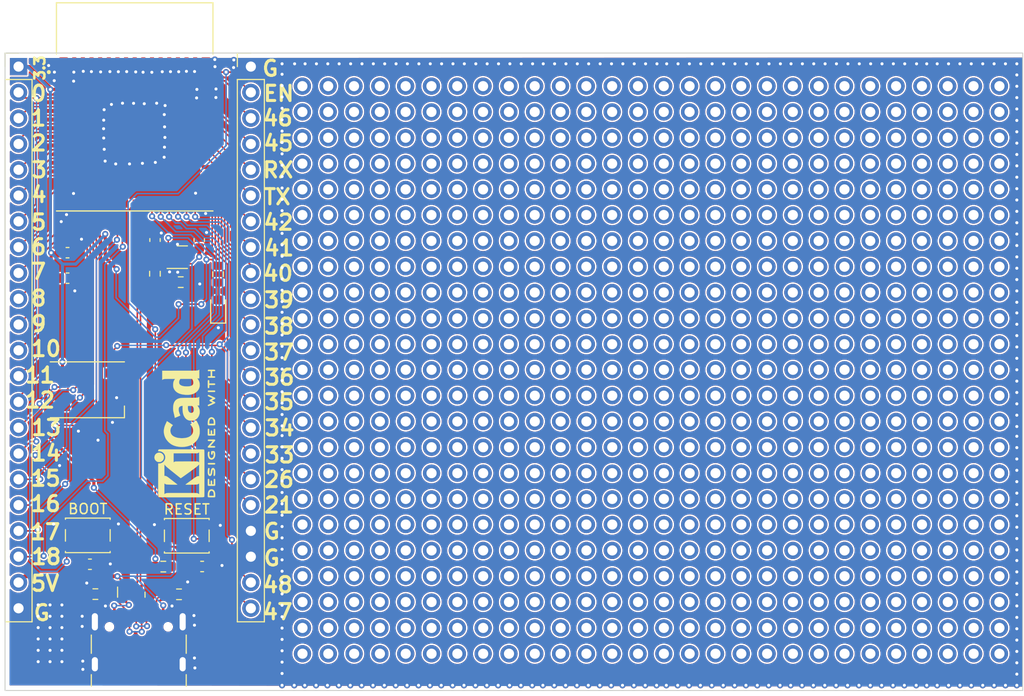
<source format=kicad_pcb>
(kicad_pcb (version 20241229) (generator "pcbnew") (generator_version "9.0")
  (layers (0 "F.Cu" signal "L1") (2 "B.Cu" signal "L4") (13 "F.Paste" user) (15 "B.Paste" user) (5 "F.SilkS" user "F.Silkscreen") (7 "B.SilkS" user "B.Silkscreen") (1 "F.Mask" user) (3 "B.Mask" user) (25 "Edge.Cuts" user))
  (net 0 "")
  (net 1 "GND")
  (net 2 "/3V3")
  (net 3 "/ESP32_EN")
  (net 4 "/GPIO0")
  (net 5 "/5VUSB")
  (net 7 "/GPIO48")
  (net 8 "Net-(D2-A)")
  (net 9 "/GPIO1")
  (net 10 "/GPIO2")
  (net 11 "/GPIO3")
  (net 12 "/GPIO4")
  (net 13 "/GPIO5")
  (net 14 "/GPIO6")
  (net 15 "/GPIO7")
  (net 16 "/GPIO8")
  (net 17 "/GPIO9")
  (net 18 "/GPIO10")
  (net 19 "/GPIO11")
  (net 20 "/GPIO12")
  (net 21 "/GPIO13")
  (net 22 "/GPIO14")
  (net 23 "/GPIO15")
  (net 24 "/GPIO16")
  (net 25 "/GPIO17")
  (net 26 "/GPIO18")
  (net 27 "/GPIO46")
  (net 28 "/GPIO45")
  (net 29 "/RXD")
  (net 30 "/TXD")
  (net 31 "/GPIO42")
  (net 32 "/GPIO41")
  (net 33 "/GPIO40")
  (net 34 "/GPIO39")
  (net 35 "/GPIO38")
  (net 36 "/GPIO37")
  (net 37 "/GPIO36")
  (net 38 "/GPIO35")
  (net 39 "/GPIO34")
  (net 40 "/GPIO33")
  (net 41 "/GPIO26")
  (net 42 "/GPIO21")
  (net 43 "/USB_N")
  (net 44 "/USB_P")
  (net 45 "/GPIO47")
  (net 46 "Net-(JUSB1-CC1)")
  (net 48 "Net-(JUSB1-CC2)")
  (net 50 "Net-(U3-FB)")
  (footprint "" (layer "F.Cu") (at 189.23 96.53 -90)
    (property "Reference" "")
    (property "Value" "")
  )
  (footprint "" (layer "F.Cu") (at 161.29 101.62 -90)
    (property "Reference" "")
    (property "Value" "")
  )
  (footprint "" (layer "F.Cu") (at 189.22 88.92 -90)
    (property "Reference" "")
    (property "Value" "")
  )
  (footprint "" (layer "F.Cu") (at 166.36 94.01 -90)
    (property "Reference" "")
    (property "Value" "")
  )
  (footprint "" (layer "F.Cu") (at 199.38 83.84 -90)
    (property "Reference" "")
    (property "Value" "")
  )
  (footprint "" (layer "F.Cu") (at 186.68 94.01 -90)
    (property "Reference" "")
    (property "Value" "")
  )
  (footprint "" (layer "F.Cu") (at 201.92 73.68 -90)
    (property "Reference" "")
    (property "Value" "")
  )
  (footprint "" (layer "F.Cu") (at 171.44 83.84 -90)
    (property "Reference" "")
    (property "Value" "")
  )
  (footprint "" (layer "F.Cu") (at 186.68 81.29 -90)
    (property "Reference" "")
    (property "Value" "")
  )
  (footprint "" (layer "F.Cu") (at 196.84 76.23 -90)
    (property "Reference" "")
    (property "Value" "")
  )
  (footprint "" (layer "F.Cu") (at 196.84 81.29 -90)
    (property "Reference" "")
    (property "Value" "")
  )
  (footprint "" (layer "F.Cu") (at 166.36 78.77 -90)
    (property "Reference" "")
    (property "Value" "")
  )
  (footprint "Capacitor_SMD:C_0603_1608Metric" (layer "F.Cu") (at 129 83.75 90)
    (property "Reference" "C7" (hide yes))
    (property "Value" "10uF" (hide yes))
  )
  (footprint "" (layer "F.Cu") (at 171.44 81.29 -90)
    (property "Reference" "")
    (property "Value" "")
  )
  (footprint "" (layer "F.Cu") (at 189.23 104.16 -90)
    (property "Reference" "")
    (property "Value" "")
  )
  (footprint "" (layer "F.Cu") (at 191.77 96.53 -90)
    (property "Reference" "")
    (property "Value" "")
  )
  (footprint "" (layer "F.Cu") (at 158.75 121.95 -90)
    (property "Reference" "")
    (property "Value" "")
  )
  (footprint "" (layer "F.Cu") (at 191.77 101.62 -90)
    (property "Reference" "")
    (property "Value" "")
  )
  (footprint "" (layer "F.Cu") (at 148.58 78.77 -90)
    (property "Reference" "")
    (property "Value" "")
  )
  (footprint "" (layer "F.Cu") (at 173.99 121.95 -90)
    (property "Reference" "")
    (property "Value" "")
  )
  (footprint "" (layer "F.Cu") (at 199.38 94.01 -90)
    (property "Reference" "")
    (property "Value" "")
  )
  (footprint "" (layer "F.Cu") (at 207.01 114.32 -90)
    (property "Reference" "")
    (property "Value" "")
  )
  (footprint "" (layer "F.Cu") (at 181.61 106.71 -90)
    (property "Reference" "")
    (property "Value" "")
  )
  (footprint "" (layer "F.Cu") (at 212.08 78.76)
    (property "Reference" "")
    (property "Value" "")
  )
  (footprint "" (layer "F.Cu") (at 184.15 121.95 -90)
    (property "Reference" "")
    (property "Value" "")
  )
  (footprint "" (layer "F.Cu") (at 204.47 96.53 -90)
    (property "Reference" "")
    (property "Value" "")
  )
  (footprint "" (layer "F.Cu") (at 143.5 78.77 -90)
    (property "Reference" "")
    (property "Value" "")
  )
  (footprint "" (layer "F.Cu") (at 204.46 83.84 -90)
    (property "Reference" "")
    (property "Value" "")
  )
  (footprint "" (layer "F.Cu") (at 143.5 73.68 -90)
    (property "Reference" "")
    (property "Value" "")
  )
  (footprint "" (layer "F.Cu") (at 204.47 106.71 -90)
    (property "Reference" "")
    (property "Value" "")
  )
  (footprint "" (layer "F.Cu") (at 158.75 109.25 -90)
    (property "Reference" "")
    (property "Value" "")
  )
  (footprint "" (layer "F.Cu") (at 201.92 78.77 -90)
    (property "Reference" "")
    (property "Value" "")
  )
  (footprint "" (layer "F.Cu") (at 191.76 94.01 -90)
    (property "Reference" "")
    (property "Value" "")
  )
  (footprint "" (layer "F.Cu") (at 176.53 124.49 -90)
    (property "Reference" "")
    (property "Value" "")
  )
  (footprint "" (layer "F.Cu") (at 199.39 119.4 -90)
    (property "Reference" "")
    (property "Value" "")
  )
  (footprint "" (layer "F.Cu") (at 163.83 119.4 -90)
    (property "Reference" "")
    (property "Value" "")
  )
  (footprint "" (layer "F.Cu") (at 209.54 86.38 -90)
    (property "Reference" "")
    (property "Value" "")
  )
  (footprint "" (layer "F.Cu") (at 212.09 109.24)
    (property "Reference" "")
    (property "Value" "")
  )
  (footprint "" (layer "F.Cu") (at 161.28 73.68 -90)
    (property "Reference" "")
    (property "Value" "")
  )
  (footprint "" (layer "F.Cu") (at 151.13 109.25 -90)
    (property "Reference" "")
    (property "Value" "")
  )
  (footprint "" (layer "F.Cu") (at 158.75 104.16 -90)
    (property "Reference" "")
    (property "Value" "")
  )
  (footprint "" (layer "F.Cu") (at 163.82 73.68 -90)
    (property "Reference" "")
    (property "Value" "")
  )
  (footprint "" (layer "F.Cu") (at 166.36 81.29 -90)
    (property "Reference" "")
    (property "Value" "")
  )
  (footprint "" (layer "F.Cu") (at 176.52 88.92 -90)
    (property "Reference" "")
    (property "Value" "")
  )
  (footprint "" (layer "F.Cu") (at 207 68.6 -90)
    (property "Reference" "")
    (property "Value" "")
  )
  (footprint "" (layer "F.Cu") (at 146.04 73.68 -90)
    (property "Reference" "")
    (property "Value" "")
  )
  (footprint "" (layer "F.Cu") (at 143.51 96.53 -90)
    (property "Reference" "")
    (property "Value" "")
  )
  (footprint "" (layer "F.Cu") (at 153.66 88.92 -90)
    (property "Reference" "")
    (property "Value" "")
  )
  (footprint "" (layer "F.Cu") (at 181.61 101.62 -90)
    (property "Reference" "")
    (property "Value" "")
  )
  (footprint "" (layer "F.Cu") (at 176.53 121.95 -90)
    (property "Reference" "")
    (property "Value" "")
  )
  (footprint "" (layer "F.Cu") (at 168.91 104.16 -90)
    (property "Reference" "")
    (property "Value" "")
  )
  (footprint "" (layer "F.Cu") (at 179.07 111.77 -90)
    (property "Reference" "")
    (property "Value" "")
  )
  (footprint "" (layer "F.Cu") (at 156.21 121.95 -90)
    (property "Reference" "")
    (property "Value" "")
  )
  (footprint "" (layer "F.Cu") (at 194.31 96.53 -90)
    (property "Reference" "")
    (property "Value" "")
  )
  (footprint "" (layer "F.Cu") (at 146.04 68.6 -90)
    (property "Reference" "")
    (property "Value" "")
  )
  (footprint "" (layer "F.Cu") (at 189.23 109.25 -90)
    (property "Reference" "")
    (property "Value" "")
  )
  (footprint "" (layer "F.Cu") (at 196.85 96.53 -90)
    (property "Reference" "")
    (property "Value" "")
  )
  (footprint "" (layer "F.Cu") (at 153.66 73.68 -90)
    (property "Reference" "")
    (property "Value" "")
  )
  (footprint "" (layer "F.Cu") (at 161.29 121.95 -90)
    (property "Reference" "")
    (property "Value" "")
  )
  (footprint "" (layer "F.Cu") (at 173.98 88.92 -90)
    (property "Reference" "")
    (property "Value" "")
  )
  (footprint "" (layer "F.Cu") (at 194.31 99.08 -90)
    (property "Reference" "")
    (property "Value" "")
  )
  (footprint "" (layer "F.Cu") (at 158.74 68.6 -90)
    (property "Reference" "")
    (property "Value" "")
  )
  (footprint "" (layer "F.Cu") (at 153.67 114.32 -90)
    (property "Reference" "")
    (property "Value" "")
  )
  (footprint "" (layer "F.Cu") (at 212.09 68.6)
    (property "Reference" "")
    (property "Value" "")
  )
  (footprint "" (layer "F.Cu") (at 204.47 111.77 -90)
    (property "Reference" "")
    (property "Value" "")
  )
  (footprint "" (layer "F.Cu") (at 181.61 109.25 -90)
    (property "Reference" "")
    (property "Value" "")
  )
  (footprint "" (layer "F.Cu") (at 161.29 104.16 -90)
    (property "Reference" "")
    (property "Value" "")
  )
  (footprint "" (layer "F.Cu") (at 209.54 76.23 -90)
    (property "Reference" "")
    (property "Value" "")
  )
  (footprint "" (layer "F.Cu") (at 163.82 68.6 -90)
    (property "Reference" "")
    (property "Value" "")
  )
  (footprint "" (layer "F.Cu") (at 161.28 76.23 -90)
    (property "Reference" "")
    (property "Value" "")
  )
  (footprint "" (layer "F.Cu") (at 148.58 83.84 -90)
    (property "Reference" "")
    (property "Value" "")
  )
  (footprint "" (layer "F.Cu") (at 171.45 116.86 -90)
    (property "Reference" "")
    (property "Value" "")
  )
  (footprint "" (layer "F.Cu") (at 151.13 101.62 -90)
    (property "Reference" "")
    (property "Value" "")
  )
  (footprint "" (layer "F.Cu") (at 143.51 111.77 -90)
    (property "Reference" "")
    (property "Value" "")
  )
  (footprint "" (layer "F.Cu") (at 181.61 104.16 -90)
    (property "Reference" "")
    (property "Value" "")
  )
  (footprint "" (layer "F.Cu") (at 153.67 119.4 -90)
    (property "Reference" "")
    (property "Value" "")
  )
  (footprint "" (layer "F.Cu") (at 204.46 71.14 -90)
    (property "Reference" "")
    (property "Value" "")
  )
  (footprint "" (layer "F.Cu") (at 153.66 81.29 -90)
    (property "Reference" "")
    (property "Value" "")
  )
  (footprint "" (layer "F.Cu") (at 176.53 101.62 -90)
    (property "Reference" "")
    (property "Value" "")
  )
  (footprint "Button_Switch_SMD:SW_SPST_PTS810" (layer "F.Cu") (at 122.385 112.835)
    (property "Reference" "BOOT")
    (property "Value" "~" (hide yes))
  )
  (footprint "" (layer "F.Cu") (at 161.28 78.77 -90)
    (property "Reference" "")
    (property "Value" "")
  )
  (footprint "" (layer "F.Cu") (at 196.85 109.25 -90)
    (property "Reference" "")
    (property "Value" "")
  )
  (footprint "" (layer "F.Cu") (at 168.9 76.23 -90)
    (property "Reference" "")
    (property "Value" "")
  )
  (footprint "" (layer "F.Cu") (at 179.07 104.16 -90)
    (property "Reference" "")
    (property "Value" "")
  )
  (footprint "" (layer "F.Cu") (at 204.46 76.23 -90)
    (property "Reference" "")
    (property "Value" "")
  )
  (footprint "" (layer "F.Cu") (at 168.9 78.77 -90)
    (property "Reference" "")
    (property "Value" "")
  )
  (footprint "" (layer "F.Cu") (at 173.99 114.32 -90)
    (property "Reference" "")
    (property "Value" "")
  )
  (footprint "" (layer "F.Cu") (at 191.76 88.92 -90)
    (property "Reference" "")
    (property "Value" "")
  )
  (footprint "" (layer "F.Cu") (at 179.07 106.71 -90)
    (property "Reference" "")
    (property "Value" "")
  )
  (footprint "" (layer "F.Cu") (at 207.01 124.49 -90)
    (property "Reference" "")
    (property "Value" "")
  )
  (footprint "" (layer "F.Cu") (at 146.05 116.86 -90)
    (property "Reference" "")
    (property "Value" "")
  )
  (footprint "" (layer "F.Cu") (at 181.6 73.68 -90)
    (property "Reference" "")
    (property "Value" "")
  )
  (footprint "" (layer "F.Cu") (at 146.04 71.14 -90)
    (property "Reference" "")
    (property "Value" "")
  )
  (footprint "" (layer "F.Cu") (at 186.69 111.77 -90)
    (property "Reference" "")
    (property "Value" "")
  )
  (footprint "" (layer "F.Cu") (at 168.9 68.6 -90)
    (property "Reference" "")
    (property "Value" "")
  )
  (footprint "" (layer "F.Cu") (at 207.01 109.25 -90)
    (property "Reference" "")
    (property "Value" "")
  )
  (footprint "" (layer "F.Cu") (at 179.06 94.01 -90)
    (property "Reference" "")
    (property "Value" "")
  )
  (footprint "" (layer "F.Cu") (at 143.5 88.92 -90)
    (property "Reference" "")
    (property "Value" "")
  )
  (footprint "" (layer "F.Cu") (at 143.5 76.23 -90)
    (property "Reference" "")
    (property "Value" "")
  )
  (footprint "" (layer "F.Cu") (at 194.3 76.23 -90)
    (property "Reference" "")
    (property "Value" "")
  )
  (footprint "" (layer "F.Cu") (at 161.29 111.77 -90)
    (property "Reference" "")
    (property "Value" "")
  )
  (footprint "" (layer "F.Cu") (at 153.66 83.84 -90)
    (property "Reference" "")
    (property "Value" "")
  )
  (footprint "" (layer "F.Cu") (at 196.84 83.84 -90)
    (property "Reference" "")
    (property "Value" "")
  )
  (footprint "" (layer "F.Cu") (at 196.85 104.16 -90)
    (property "Reference" "")
    (property "Value" "")
  )
  (footprint "" (layer "F.Cu") (at 199.38 81.29 -90)
    (property "Reference" "")
    (property "Value" "")
  )
  (footprint "" (layer "F.Cu") (at 166.37 124.49 -90)
    (property "Reference" "")
    (property "Value" "")
  )
  (footprint "" (layer "F.Cu") (at 146.04 78.77 -90)
    (property "Reference" "")
    (property "Value" "")
  )
  (footprint "" (layer "F.Cu") (at 201.93 111.77 -90)
    (property "Reference" "")
    (property "Value" "")
  )
  (footprint "" (layer "F.Cu") (at 179.06 88.92 -90)
    (property "Reference" "")
    (property "Value" "")
  )
  (footprint "" (layer "F.Cu") (at 176.53 119.4 -90)
    (property "Reference" "")
    (property "Value" "")
  )
  (footprint "Resistor_SMD:R_0603_1608Metric" (layer "F.Cu") (at 135.2 87.115 -90)
    (property "Reference" "R8" (hide yes))
    (property "Value" "5.1k" (hide yes))
  )
  (footprint "" (layer "F.Cu") (at 173.98 73.68 -90)
    (property "Reference" "")
    (property "Value" "")
  )
  (footprint "" (layer "F.Cu") (at 176.52 83.84 -90)
    (property "Reference" "")
    (property "Value" "")
  )
  (footprint "" (layer "F.Cu") (at 146.04 83.84 -90)
    (property "Reference" "")
    (property "Value" "")
  )
  (footprint "" (layer "F.Cu") (at 204.46 78.77 -90)
    (property "Reference" "")
    (property "Value" "")
  )
  (footprint "" (layer "F.Cu") (at 212.09 111.78)
    (property "Reference" "")
    (property "Value" "")
  )
  (footprint "" (layer "F.Cu") (at 156.2 81.29 -90)
    (property "Reference" "")
    (property "Value" "")
  )
  (footprint "" (layer "F.Cu") (at 204.46 86.38 -90)
    (property "Reference" "")
    (property "Value" "")
  )
  (footprint "" (layer "F.Cu") (at 189.22 86.38 -90)
    (property "Reference" "")
    (property "Value" "")
  )
  (footprint "" (layer "F.Cu") (at 179.07 101.62 -90)
    (property "Reference" "")
    (property "Value" "")
  )
  (footprint "" (layer "F.Cu") (at 168.91 109.25 -90)
    (property "Reference" "")
    (property "Value" "")
  )
  (footprint "" (layer "F.Cu") (at 143.51 121.95 -90)
    (property "Reference" "")
    (property "Value" "")
  )
  (footprint "" (layer "F.Cu") (at 184.15 106.71 -90)
    (property "Reference" "")
    (property "Value" "")
  )
  (footprint "" (layer "F.Cu") (at 204.47 114.32 -90)
    (property "Reference" "")
    (property "Value" "")
  )
  (footprint "" (layer "F.Cu") (at 194.3 68.6 -90)
    (property "Reference" "")
    (property "Value" "")
  )
  (footprint "" (layer "F.Cu") (at 179.07 121.95 -90)
    (property "Reference" "")
    (property "Value" "")
  )
  (footprint "" (layer "F.Cu") (at 173.99 106.71 -90)
    (property "Reference" "")
    (property "Value" "")
  )
  (footprint "" (layer "F.Cu") (at 143.5 91.47 -90)
    (property "Reference" "")
    (property "Value" "")
  )
  (footprint "" (layer "F.Cu") (at 166.37 116.86 -90)
    (property "Reference" "")
    (property "Value" "")
  )
  (footprint "" (layer "F.Cu") (at 153.67 121.95 -90)
    (property "Reference" "")
    (property "Value" "")
  )
  (footprint "" (layer "F.Cu") (at 171.45 99.08 -90)
    (property "Reference" "")
    (property "Value" "")
  )
  (footprint "" (layer "F.Cu") (at 184.14 86.38 -90)
    (property "Reference" "")
    (property "Value" "")
  )
  (footprint "" (layer "F.Cu") (at 143.51 116.86 -90)
    (property "Reference" "")
    (property "Value" "")
  )
  (footprint "" (layer "F.Cu") (at 189.23 124.49 -90)
    (property "Reference" "")
    (property "Value" "")
  )
  (footprint "" (layer "F.Cu") (at 201.92 76.23 -90)
    (property "Reference" "")
    (property "Value" "")
  )
  (footprint "" (layer "F.Cu") (at 209.55 111.77 -90)
    (property "Reference" "")
    (property "Value" "")
  )
  (footprint "" (layer "F.Cu") (at 199.39 104.16 -90)
    (property "Reference" "")
    (property "Value" "")
  )
  (footprint "" (layer "F.Cu") (at 209.55 96.53 -90)
    (property "Reference" "")
    (property "Value" "")
  )
  (footprint "" (layer "F.Cu") (at 163.83 101.62 -90)
    (property "Reference" "")
    (property "Value" "")
  )
  (footprint "" (layer "F.Cu") (at 168.91 116.86 -90)
    (property "Reference" "")
    (property "Value" "")
  )
  (footprint "" (layer "F.Cu") (at 207.01 96.53 -90)
    (property "Reference" "")
    (property "Value" "")
  )
  (footprint "" (layer "F.Cu") (at 156.2 71.14 -90)
    (property "Reference" "")
    (property "Value" "")
  )
  (footprint "" (layer "F.Cu") (at 191.76 86.38 -90)
    (property "Reference" "")
    (property "Value" "")
  )
  (footprint "" (layer "F.Cu") (at 189.23 121.95 -90)
    (property "Reference" "")
    (property "Value" "")
  )
  (footprint "" (layer "F.Cu") (at 146.05 121.95 -90)
    (property "Reference" "")
    (property "Value" "")
  )
  (footprint "" (layer "F.Cu") (at 207 78.77 -90)
    (property "Reference" "")
    (property "Value" "")
  )
  (footprint "" (layer "F.Cu") (at 163.82 76.23 -90)
    (property "Reference" "")
    (property "Value" "")
  )
  (footprint "" (layer "F.Cu") (at 176.53 116.86 -90)
    (property "Reference" "")
    (property "Value" "")
  )
  (footprint "" (layer "F.Cu") (at 171.45 101.62 -90)
    (property "Reference" "")
    (property "Value" "")
  )
  (footprint "" (layer "F.Cu") (at 207 71.14 -90)
    (property "Reference" "")
    (property "Value" "")
  )
  (footprint "" (layer "F.Cu") (at 158.74 91.47 -90)
    (property "Reference" "")
    (property "Value" "")
  )
  (footprint "" (layer "F.Cu") (at 161.28 71.14 -90)
    (property "Reference" "")
    (property "Value" "")
  )
  (footprint "" (layer "F.Cu") (at 151.12 88.92 -90)
    (property "Reference" "")
    (property "Value" "")
  )
  (footprint "" (layer "F.Cu") (at 207 81.29 -90)
    (property "Reference" "")
    (property "Value" "")
  )
  (footprint "" (layer "F.Cu") (at 146.05 104.16 -90)
    (property "Reference" "")
    (property "Value" "")
  )
  (footprint "" (layer "F.Cu") (at 168.91 99.08 -90)
    (property "Reference" "")
    (property "Value" "")
  )
  (footprint "" (layer "F.Cu") (at 204.46 88.92 -90)
    (property "Reference" "")
    (property "Value" "")
  )
  (footprint "" (layer "F.Cu") (at 189.22 91.47 -90)
    (property "Reference" "")
    (property "Value" "")
  )
  (footprint "" (layer "F.Cu") (at 184.15 104.16 -90)
    (property "Reference" "")
    (property "Value" "")
  )
  (footprint "" (layer "F.Cu") (at 194.31 101.62 -90)
    (property "Reference" "")
    (property "Value" "")
  )
  (footprint "" (layer "F.Cu") (at 196.85 101.62 -90)
    (property "Reference" "")
    (property "Value" "")
  )
  (footprint "" (layer "F.Cu") (at 204.46 94.01 -90)
    (property "Reference" "")
    (property "Value" "")
  )
  (footprint "" (layer "F.Cu") (at 168.9 81.29 -90)
    (property "Reference" "")
    (property "Value" "")
  )
  (footprint "" (layer "F.Cu") (at 209.55 116.86 -90)
    (property "Reference" "")
    (property "Value" "")
  )
  (footprint "ESP32-S3-MINI-1-N8:XCVR_ESP32-S3-MINI-1-N8" (layer "F.Cu") (at 127 73.167)
    (property "Reference" "U1" (hide yes))
    (property "Value" "ESP32-S3-MINI-1-N8" (hide yes))
  )
  (footprint "" (layer "F.Cu") (at 168.9 91.47 -90)
    (property "Reference" "")
    (property "Value" "")
  )
  (footprint "" (layer "F.Cu") (at 153.66 76.23 -90)
    (property "Reference" "")
    (property "Value" "")
  )
  (footprint "" (layer "F.Cu") (at 207 88.92 -90)
    (property "Reference" "")
    (property "Value" "")
  )
  (footprint "" (layer "F.Cu") (at 179.06 91.47 -90)
    (property "Reference" "")
    (property "Value" "")
  )
  (footprint "" (layer "F.Cu") (at 168.9 86.38 -90)
    (property "Reference" "")
    (property "Value" "")
  )
  (footprint "" (layer "F.Cu") (at 181.6 91.47 -90)
    (property "Reference" "")
    (property "Value" "")
  )
  (footprint "" (layer "F.Cu") (at 171.44 71.14 -90)
    (property "Reference" "")
    (property "Value" "")
  )
  (footprint "" (layer "F.Cu") (at 191.76 83.84 -90)
    (property "Reference" "")
    (property "Value" "")
  )
  (footprint "" (layer "F.Cu") (at 158.75 106.71 -90)
    (property "Reference" "")
    (property "Value" "")
  )
  (footprint "" (layer "F.Cu") (at 207 73.68 -90)
    (property "Reference" "")
    (property "Value" "")
  )
  (footprint "" (layer "F.Cu") (at 181.6 78.77 -90)
    (property "Reference" "")
    (property "Value" "")
  )
  (footprint "" (layer "F.Cu") (at 158.75 119.4 -90)
    (property "Reference" "")
    (property "Value" "")
  )
  (footprint "" (layer "F.Cu") (at 148.58 86.38 -90)
    (property "Reference" "")
    (property "Value" "")
  )
  (footprint "" (layer "F.Cu") (at 146.04 86.38 -90)
    (property "Reference" "")
    (property "Value" "")
  )
  (footprint "" (layer "F.Cu") (at 163.83 96.53 -90)
    (property "Reference" "")
    (property "Value" "")
  )
  (footprint "" (layer "F.Cu") (at 171.44 91.47 -90)
    (property "Reference" "")
    (property "Value" "")
  )
  (footprint "" (layer "F.Cu") (at 148.58 73.68 -90)
    (property "Reference" "")
    (property "Value" "")
  )
  (footprint "" (layer "F.Cu") (at 146.05 111.77 -90)
    (property "Reference" "")
    (property "Value" "")
  )
  (footprint "" (layer "F.Cu") (at 166.37 106.71 -90)
    (property "Reference" "")
    (property "Value" "")
  )
  (footprint "" (layer "F.Cu") (at 186.68 86.38 -90)
    (property "Reference" "")
    (property "Value" "")
  )
  (footprint "" (layer "F.Cu") (at 204.47 121.95 -90)
    (property "Reference" "")
    (property "Value" "")
  )
  (footprint "" (layer "F.Cu") (at 186.68 91.47 -90)
    (property "Reference" "")
    (property "Value" "")
  )
  (footprint "" (layer "F.Cu") (at 163.82 91.47 -90)
    (property "Reference" "")
    (property "Value" "")
  )
  (footprint "" (layer "F.Cu") (at 166.37 96.53 -90)
    (property "Reference" "")
    (property "Value" "")
  )
  (footprint "" (layer "F.Cu") (at 207.01 116.86 -90)
    (property "Reference" "")
    (property "Value" "")
  )
  (footprint "" (layer "F.Cu") (at 158.75 111.77 -90)
    (property "Reference" "")
    (property "Value" "")
  )
  (footprint "" (layer "F.Cu") (at 163.83 109.25 -90)
    (property "Reference" "")
    (property "Value" "")
  )
  (footprint "" (layer "F.Cu") (at 176.52 71.14 -90)
    (property "Reference" "")
    (property "Value" "")
  )
  (footprint "" (layer "F.Cu") (at 166.37 119.4 -90)
    (property "Reference" "")
    (property "Value" "")
  )
  (footprint "" (layer "F.Cu") (at 191.77 104.16 -90)
    (property "Reference" "")
    (property "Value" "")
  )
  (footprint "" (layer "F.Cu") (at 148.58 88.92 -90)
    (property "Reference" "")
    (property "Value" "")
  )
  (footprint "" (layer "F.Cu") (at 191.76 91.47 -90)
    (property "Reference" "")
    (property "Value" "")
  )
  (footprint "" (layer "F.Cu") (at 158.74 78.77 -90)
    (property "Reference" "")
    (property "Value" "")
  )
  (footprint "" (layer "F.Cu") (at 189.22 94.01 -90)
    (property "Reference" "")
    (property "Value" "")
  )
  (footprint "" (layer "F.Cu") (at 199.38 68.6 -90)
    (property "Reference" "")
    (property "Value" "")
  )
  (footprint "" (layer "F.Cu") (at 161.28 86.38 -90)
    (property "Reference" "")
    (property "Value" "")
  )
  (footprint "" (layer "F.Cu") (at 189.23 116.86 -90)
    (property "Reference" "")
    (property "Value" "")
  )
  (footprint "" (layer "F.Cu") (at 148.58 81.29 -90)
    (property "Reference" "")
    (property "Value" "")
  )
  (footprint "" (layer "F.Cu") (at 179.06 81.29 -90)
    (property "Reference" "")
    (property "Value" "")
  )
  (footprint "" (layer "F.Cu") (at 176.53 109.25 -90)
    (property "Reference" "")
    (property "Value" "")
  )
  (footprint "" (layer "F.Cu") (at 209.54 88.92 -90)
    (property "Reference" "")
    (property "Value" "")
  )
  (footprint "" (layer "F.Cu") (at 191.76 68.6 -90)
    (property "Reference" "")
    (property "Value" "")
  )
  (footprint "" (layer "F.Cu") (at 158.75 99.08 -90)
    (property "Reference" "")
    (property "Value" "")
  )
  (footprint "" (layer "F.Cu") (at 176.53 106.71 -90)
    (property "Reference" "")
    (property "Value" "")
  )
  (footprint "" (layer "F.Cu") (at 148.59 119.4 -90)
    (property "Reference" "")
    (property "Value" "")
  )
  (footprint "" (layer "F.Cu") (at 194.31 124.49 -90)
    (property "Reference" "")
    (property "Value" "")
  )
  (footprint "" (layer "F.Cu") (at 171.45 109.25 -90)
    (property "Reference" "")
    (property "Value" "")
  )
  (footprint "" (layer "F.Cu") (at 212.09 116.86)
    (property "Reference" "")
    (property "Value" "")
  )
  (footprint "" (layer "F.Cu") (at 161.28 68.6 -90)
    (property "Reference" "")
    (property "Value" "")
  )
  (footprint "" (layer "F.Cu") (at 161.28 91.47 -90)
    (property "Reference" "")
    (property "Value" "")
  )
  (footprint "" (layer "F.Cu") (at 209.54 81.29 -90)
    (property "Reference" "")
    (property "Value" "")
  )
  (footprint "" (layer "F.Cu") (at 212.08 76.22)
    (property "Reference" "")
    (property "Value" "")
  )
  (footprint "" (layer "F.Cu") (at 176.53 104.16 -90)
    (property "Reference" "")
    (property "Value" "")
  )
  (footprint "" (layer "F.Cu") (at 161.28 94.01 -90)
    (property "Reference" "")
    (property "Value" "")
  )
  (footprint "" (layer "F.Cu") (at 151.12 94.01 -90)
    (property "Reference" "")
    (property "Value" "")
  )
  (footprint "" (layer "F.Cu") (at 181.61 116.86 -90)
    (property "Reference" "")
    (property "Value" "")
  )
  (footprint "" (layer "F.Cu") (at 196.84 91.47 -90)
    (property "Reference" "")
    (property "Value" "")
  )
  (footprint "" (layer "F.Cu") (at 171.45 96.53 -90)
    (property "Reference" "")
    (property "Value" "")
  )
  (footprint "" (layer "F.Cu") (at 201.93 104.16 -90)
    (property "Reference" "")
    (property "Value" "")
  )
  (footprint "" (layer "F.Cu") (at 207.01 121.95 -90)
    (property "Reference" "")
    (property "Value" "")
  )
  (footprint "" (layer "F.Cu") (at 209.55 114.32 -90)
    (property "Reference" "")
    (property "Value" "")
  )
  (footprint "" (layer "F.Cu") (at 212.09 114.32)
    (property "Reference" "")
    (property "Value" "")
  )
  (footprint "" (layer "F.Cu") (at 199.39 106.71 -90)
    (property "Reference" "")
    (property "Value" "")
  )
  (footprint "" (layer "F.Cu") (at 148.59 114.32 -90)
    (property "Reference" "")
    (property "Value" "")
  )
  (footprint "Capacitor_SMD:C_0603_1608Metric" (layer "F.Cu") (at 120.39 85)
    (property "Reference" "C1" (hide yes))
    (property "Value" "0.1uF" (hide yes))
  )
  (footprint "" (layer "F.Cu") (at 196.85 119.4 -90)
    (property "Reference" "")
    (property "Value" "")
  )
  (footprint "" (layer "F.Cu") (at 158.74 86.38 -90)
    (property "Reference" "")
    (property "Value" "")
  )
  (footprint "" (layer "F.Cu") (at 173.98 91.47 -90)
    (property "Reference" "")
    (property "Value" "")
  )
  (footprint "" (layer "F.Cu") (at 181.6 86.38 -90)
    (property "Reference" "")
    (property "Value" "")
  )
  (footprint "" (layer "F.Cu") (at 191.77 99.08 -90)
    (property "Reference" "")
    (property "Value" "")
  )
  (footprint "" (layer "F.Cu") (at 199.38 88.92 -90)
    (property "Reference" "")
    (property "Value" "")
  )
  (footprint "" (layer "F.Cu") (at 156.21 109.25 -90)
    (property "Reference" "")
    (property "Value" "")
  )
  (footprint "" (layer "F.Cu") (at 146.04 88.92 -90)
    (property "Reference" "")
    (property "Value" "")
  )
  (footprint "" (layer "F.Cu") (at 168.9 88.92 -90)
    (property "Reference" "")
    (property "Value" "")
  )
  (footprint "LED_SMD:LED_WS2812B_PLCC4_5.0x5.0mm_P3.2mm" (layer "F.Cu") (at 122.34 98.5)
    (property "Reference" "D1" (hide yes))
    (property "Value" "WS2812B" (hide yes))
  )
  (footprint "" (layer "F.Cu") (at 176.53 114.32 -90)
    (property "Reference" "")
    (property "Value" "")
  )
  (footprint "" (layer "F.Cu") (at 148.58 94.01 -90)
    (property "Reference" "")
    (property "Value" "")
  )
  (footprint "" (layer "F.Cu") (at 204.46 68.6 -90)
    (property "Reference" "")
    (property "Value" "")
  )
  (footprint "" (layer "F.Cu") (at 168.9 94.01 -90)
    (property "Reference" "")
    (property "Value" "")
  )
  (footprint "" (layer "F.Cu") (at 194.3 83.84 -90)
    (property "Reference" "")
    (property "Value" "")
  )
  (footprint "" (layer "F.Cu") (at 209.54 91.47 -90)
    (property "Reference" "")
    (property "Value" "")
  )
  (footprint "" (layer "F.Cu") (at 156.2 73.68 -90)
    (property "Reference" "")
    (property "Value" "")
  )
  (footprint "" (layer "F.Cu") (at 179.06 71.14 -90)
    (property "Reference" "")
    (property "Value" "")
  )
  (footprint "" (layer "F.Cu") (at 143.51 124.49 -90)
    (property "Reference" "")
    (property "Value" "")
  )
  (footprint "" (layer "F.Cu") (at 186.69 116.86 -90)
    (property "Reference" "")
    (property "Value" "")
  )
  (footprint "" (layer "F.Cu") (at 161.29 114.32 -90)
    (property "Reference" "")
    (property "Value" "")
  )
  (footprint "" (layer "F.Cu") (at 186.69 106.71 -90)
    (property "Reference" "")
    (property "Value" "")
  )
  (footprint "" (layer "F.Cu") (at 184.15 111.77 -90)
    (property "Reference" "")
    (property "Value" "")
  )
  (footprint "" (layer "F.Cu") (at 146.05 109.25 -90)
    (property "Reference" "")
    (property "Value" "")
  )
  (footprint "" (layer "F.Cu") (at 191.76 76.23 -90)
    (property "Reference" "")
    (property "Value" "")
  )
  (footprint "" (layer "F.Cu") (at 181.61 114.32 -90)
    (property "Reference" "")
    (property "Value" "")
  )
  (footprint "" (layer "F.Cu") (at 196.84 86.38 -90)
    (property "Reference" "")
    (property "Value" "")
  )
  (footprint "" (layer "F.Cu") (at 148.59 109.25 -90)
    (property "Reference" "")
    (property "Value" "")
  )
  (footprint "" (layer "F.Cu") (at 186.69 109.25 -90)
    (property "Reference" "")
    (property "Value" "")
  )
  (footprint "" (layer "F.Cu") (at 212.09 88.92)
    (property "Reference" "")
    (property "Value" "")
  )
  (footprint "" (layer "F.Cu") (at 156.2 76.23 -90)
    (property "Reference" "")
    (property "Value" "")
  )
  (footprint "" (layer "F.Cu") (at 168.91 121.95 -90)
    (property "Reference" "")
    (property "Value" "")
  )
  (footprint "" (layer "F.Cu") (at 179.06 78.77 -90)
    (property "Reference" "")
    (property "Value" "")
  )
  (footprint "Connector_PinHeader_2.54mm:PinHeader_1x22_P2.54mm_Vertical" (layer "F.Cu") (at 138.43 66.675)
    (property "Reference" "J3" (hide yes))
    (property "Value" "~" (hide yes))
  )
  (footprint "" (layer "F.Cu") (at 186.69 104.16 -90)
    (property "Reference" "")
    (property "Value" "")
  )
  (footprint "Resistor_SMD:R_0603_1608Metric" (layer "F.Cu") (at 123.13 118.62 180)
    (property "Reference" "R2" (hide yes))
    (property "Value" "5.1k" (hide yes))
  )
  (footprint "" (layer "F.Cu") (at 156.21 111.77 -90)
    (property "Reference" "")
    (property "Value" "")
  )
  (footprint "" (layer "F.Cu") (at 163.82 83.84 -90)
    (property "Reference" "")
    (property "Value" "")
  )
  (footprint "" (layer "F.Cu") (at 151.12 68.6 -90)
    (property "Reference" "")
    (property "Value" "")
  )
  (footprint "" (layer "F.Cu") (at 186.68 88.92 -90)
    (property "Reference" "")
    (property "Value" "")
  )
  (footprint "" (layer "F.Cu") (at 143.51 104.16 -90)
    (property "Reference" "")
    (property "Value" "")
  )
  (footprint "" (layer "F.Cu") (at 194.31 116.86 -90)
    (property "Reference" "")
    (property "Value" "")
  )
  (footprint "" (layer "F.Cu") (at 186.69 101.62 -90)
    (property "Reference" "")
    (property "Value" "")
  )
  (footprint "Capacitor_SMD:C_0603_1608Metric" (layer "F.Cu") (at 133.635 115.9)
    (property "Reference" "C3" (hide yes))
    (property "Value" "0.1uF" (hide yes))
  )
  (footprint "" (layer "F.Cu") (at 181.61 111.77 -90)
    (property "Reference" "")
    (property "Value" "")
  )
  (footprint "" (layer "F.Cu") (at 163.82 86.38 -90)
    (property "Reference" "")
    (property "Value" "")
  )
  (footprint "" (layer "F.Cu") (at 184.14 83.84 -90)
    (property "Reference" "")
    (property "Value" "")
  )
  (footprint "" (layer "F.Cu") (at 184.15 99.08 -90)
    (property "Reference" "")
    (property "Value" "")
  )
  (footprint "" (layer "F.Cu") (at 171.44 88.92 -90)
    (property "Reference" "")
    (property "Value" "")
  )
  (footprint "" (layer "F.Cu") (at 153.66 86.38 -90)
    (property "Reference" "")
    (property "Value" "")
  )
  (footprint "" (layer "F.Cu") (at 173.99 116.86 -90)
    (property "Reference" "")
    (property "Value" "")
  )
  (footprint "" (layer "F.Cu") (at 186.68 83.84 -90)
    (property "Reference" "")
    (property "Value" "")
  )
  (footprint "" (layer "F.Cu") (at 163.83 99.08 -90)
    (property "Reference" "")
    (property "Value" "")
  )
  (footprint "" (layer "F.Cu") (at 212.09 106.71)
    (property "Reference" "")
    (property "Value" "")
  )
  (footprint "" (layer "F.Cu") (at 153.67 124.49 -90)
    (property "Reference" "")
    (property "Value" "")
  )
  (footprint "" (layer "F.Cu") (at 209.55 99.08 -90)
    (property "Reference" "")
    (property "Value" "")
  )
  (footprint "" (layer "F.Cu") (at 171.44 94.01 -90)
    (property "Reference" "")
    (property "Value" "")
  )
  (footprint "" (layer "F.Cu") (at 148.59 99.08 -90)
    (property "Reference" "")
    (property "Value" "")
  )
  (footprint "Capacitor_SMD:C_0603_1608Metric" (layer "F.Cu") (at 122.595 115.68)
    (property "Reference" "C4" (hide yes))
    (property "Value" "0.1uF" (hide yes))
  )
  (footprint "" (layer "F.Cu") (at 163.83 114.32 -90)
    (property "Reference" "")
    (property "Value" "")
  )
  (footprint "Button_Switch_SMD:SW_SPST_PTS810" (layer "F.Cu") (at 132.125 112.875)
    (property "Reference" "RESET")
    (property "Value" "~" (hide yes))
  )
  (footprint "" (layer "F.Cu") (at 156.21 99.08 -90)
    (property "Reference" "")
    (property "Value" "")
  )
  (footprint "" (layer "F.Cu") (at 166.37 104.16 -90)
    (property "Reference" "")
    (property "Value" "")
  )
  (footprint "" (layer "F.Cu") (at 199.38 86.38 -90)
    (property "Reference" "")
    (property "Value" "")
  )
  (footprint "" (layer "F.Cu") (at 209.55 109.25 -90)
    (property "Reference" "")
    (property "Value" "")
  )
  (footprint "" (layer "F.Cu") (at 184.14 81.29 -90)
    (property "Reference" "")
    (property "Value" "")
  )
  (footprint "" (layer "F.Cu") (at 156.21 106.71 -90)
    (property "Reference" "")
    (property "Value" "")
  )
  (footprint "" (layer "F.Cu") (at 163.83 104.16 -90)
    (property "Reference" "")
    (property "Value" "")
  )
  (footprint "" (layer "F.Cu") (at 179.06 86.38 -90)
    (property "Reference" "")
    (property "Value" "")
  )
  (footprint "" (layer "F.Cu") (at 143.51 109.25 -90)
    (property "Reference" "")
    (property "Value" "")
  )
  (footprint "" (layer "F.Cu") (at 173.99 99.08 -90)
    (property "Reference" "")
    (property "Value" "")
  )
  (footprint "" (layer "F.Cu") (at 212.09 94)
    (property "Reference" "")
    (property "Value" "")
  )
  (footprint "" (layer "F.Cu") (at 143.5 71.14 -90)
    (property "Reference" "")
    (property "Value" "")
  )
  (footprint "" (layer "F.Cu") (at 143.5 81.29 -90)
    (property "Reference" "")
    (property "Value" "")
  )
  (footprint "" (layer "F.Cu") (at 171.45 111.77 -90)
    (property "Reference" "")
    (property "Value" "")
  )
  (footprint "" (layer "F.Cu") (at 199.39 96.53 -90)
    (property "Reference" "")
    (property "Value" "")
  )
  (footprint "" (layer "F.Cu") (at 194.31 104.16 -90)
    (property "Reference" "")
    (property "Value" "")
  )
  (footprint "" (layer "F.Cu") (at 173.98 71.14 -90)
    (property "Reference" "")
    (property "Value" "")
  )
  (footprint "" (layer "F.Cu") (at 207 76.23 -90)
    (property "Reference" "")
    (property "Value" "")
  )
  (footprint "" (layer "F.Cu") (at 201.92 83.84 -90)
    (property "Reference" "")
    (property "Value" "")
  )
  (footprint "" (layer "F.Cu") (at 189.22 78.77 -90)
    (property "Reference" "")
    (property "Value" "")
  )
  (footprint "" (layer "F.Cu") (at 151.13 124.49 -90)
    (property "Reference" "")
    (property "Value" "")
  )
  (footprint "" (layer "F.Cu") (at 199.39 99.08 -90)
    (property "Reference" "")
    (property "Value" "")
  )
  (footprint "" (layer "F.Cu") (at 212.09 124.49)
    (property "Reference" "")
    (property "Value" "")
  )
  (footprint "" (layer "F.Cu") (at 189.23 114.32 -90)
    (property "Reference" "")
    (property "Value" "")
  )
  (footprint "" (layer "F.Cu") (at 151.12 91.47 -90)
    (property "Reference" "")
    (property "Value" "")
  )
  (footprint "" (layer "F.Cu") (at 209.55 106.71 -90)
    (property "Reference" "")
    (property "Value" "")
  )
  (footprint "" (layer "F.Cu") (at 173.99 109.25 -90)
    (property "Reference" "")
    (property "Value" "")
  )
  (footprint "" (layer "F.Cu") (at 146.05 114.32 -90)
    (property "Reference" "")
    (property "Value" "")
  )
  (footprint "" (layer "F.Cu") (at 212.09 104.16)
    (property "Reference" "")
    (property "Value" "")
  )
  (footprint "" (layer "F.Cu") (at 171.45 124.49 -90)
    (property "Reference" "")
    (property "Value" "")
  )
  (footprint "" (layer "F.Cu") (at 163.82 78.77 -90)
    (property "Reference" "")
    (property "Value" "")
  )
  (footprint "" (layer "F.Cu") (at 204.46 73.68 -90)
    (property "Reference" "")
    (property "Value" "")
  )
  (footprint "" (layer "F.Cu") (at 191.76 73.68 -90)
    (property "Reference" "")
    (property "Value" "")
  )
  (footprint "" (layer "F.Cu") (at 153.67 101.62 -90)
    (property "Reference" "")
    (property "Value" "")
  )
  (footprint "" (layer "F.Cu") (at 158.74 73.68 -90)
    (property "Reference" "")
    (property "Value" "")
  )
  (footprint "" (layer "F.Cu") (at 176.52 68.6 -90)
    (property "Reference" "")
    (property "Value" "")
  )
  (footprint "" (layer "F.Cu") (at 181.61 121.95 -90)
    (property "Reference" "")
    (property "Value" "")
  )
  (footprint "" (layer "F.Cu") (at 186.69 96.53 -90)
    (property "Reference" "")
    (property "Value" "")
  )
  (footprint "" (layer "F.Cu") (at 209.54 73.68 -90)
    (property "Reference" "")
    (property "Value" "")
  )
  (footprint "" (layer "F.Cu") (at 209.54 83.84 -90)
    (property "Reference" "")
    (property "Value" "")
  )
  (footprint "" (layer "F.Cu") (at 163.83 124.49 -90)
    (property "Reference" "")
    (property "Value" "")
  )
  (footprint "" (layer "F.Cu") (at 151.13 119.4 -90)
    (property "Reference" "")
    (property "Value" "")
  )
  (footprint "" (layer "F.Cu") (at 184.14 88.92 -90)
    (property "Reference" "")
    (property "Value" "")
  )
  (footprint "" (layer "F.Cu") (at 153.66 94.01 -90)
    (property "Reference" "")
    (property "Value" "")
  )
  (footprint "" (layer "F.Cu") (at 201.93 114.32 -90)
    (property "Reference" "")
    (property "Value" "")
  )
  (footprint "" (layer "F.Cu") (at 173.99 101.62 -90)
    (property "Reference" "")
    (property "Value" "")
  )
  (footprint "" (layer "F.Cu") (at 196.84 73.68 -90)
    (property "Reference" "")
    (property "Value" "")
  )
  (footprint "" (layer "F.Cu") (at 194.3 81.29 -90)
    (property "Reference" "")
    (property "Value" "")
  )
  (footprint "" (layer "F.Cu") (at 158.74 81.29 -90)
    (property "Reference" "")
    (property "Value" "")
  )
  (footprint "" (layer "F.Cu") (at 163.82 94.01 -90)
    (property "Reference" "")
    (property "Value" "")
  )
  (footprint "" (layer "F.Cu") (at 207.01 106.71 -90)
    (property "Reference" "")
    (property "Value" "")
  )
  (footprint "" (layer "F.Cu") (at 196.84 71.14 -90)
    (property "Reference" "")
    (property "Value" "")
  )
  (footprint "" (layer "F.Cu") (at 143.51 99.08 -90)
    (property "Reference" "")
    (property "Value" "")
  )
  (footprint "" (layer "F.Cu") (at 168.91 106.71 -90)
    (property "Reference" "")
    (property "Value" "")
  )
  (footprint "" (layer "F.Cu") (at 212.08 73.68)
    (property "Reference" "")
    (property "Value" "")
  )
  (footprint "" (layer "F.Cu") (at 181.6 76.23 -90)
    (property "Reference" "")
    (property "Value" "")
  )
  (footprint "" (layer "F.Cu") (at 201.92 68.6 -90)
    (property "Reference" "")
    (property "Value" "")
  )
  (footprint "" (layer "F.Cu") (at 151.12 78.77 -90)
    (property "Reference" "")
    (property "Value" "")
  )
  (footprint "" (layer "F.Cu") (at 184.14 68.6 -90)
    (property "Reference" "")
    (property "Value" "")
  )
  (footprint "" (layer "F.Cu") (at 184.14 73.68 -90)
    (property "Reference" "")
    (property "Value" "")
  )
  (footprint "" (layer "F.Cu") (at 191.76 81.29 -90)
    (property "Reference" "")
    (property "Value" "")
  )
  (footprint "" (layer "F.Cu") (at 179.07 99.08 -90)
    (property "Reference" "")
    (property "Value" "")
  )
  (footprint "" (layer "F.Cu") (at 156.21 96.53 -90)
    (property "Reference" "")
    (property "Value" "")
  )
  (footprint "" (layer "F.Cu") (at 186.68 78.77 -90)
    (property "Reference" "")
    (property "Value" "")
  )
  (footprint "" (layer "F.Cu") (at 146.05 101.62 -90)
    (property "Reference" "")
    (property "Value" "")
  )
  (footprint "" (layer "F.Cu") (at 194.31 109.25 -90)
    (property "Reference" "")
    (property "Value" "")
  )
  (footprint "" (layer "F.Cu") (at 176.52 91.47 -90)
    (property "Reference" "")
    (property "Value" "")
  )
  (footprint "" (layer "F.Cu") (at 191.77 114.32 -90)
    (property "Reference" "")
    (property "Value" "")
  )
  (footprint "" (layer "F.Cu") (at 201.92 94.01 -90)
    (property "Reference" "")
    (property "Value" "")
  )
  (footprint "" (layer "F.Cu") (at 176.53 99.08 -90)
    (property "Reference" "")
    (property "Value" "")
  )
  (footprint "" (layer "F.Cu") (at 179.07 124.49 -90)
    (property "Reference" "")
    (property "Value" "")
  )
  (footprint "" (layer "F.Cu") (at 176.52 76.23 -90)
    (property "Reference" "")
    (property "Value" "")
  )
  (footprint "" (layer "F.Cu") (at 151.13 106.71 -90)
    (property "Reference" "")
    (property "Value" "")
  )
  (footprint "LED_SMD:LED_0603_1608Metric" (layer "F.Cu") (at 135.21 90.4475 90)
    (property "Reference" "D2" (hide yes))
    (property "Value" "LED" (hide yes))
  )
  (footprint "" (layer "F.Cu") (at 173.98 68.6 -90)
    (property "Reference" "")
    (property "Value" "")
  )
  (footprint "" (layer "F.Cu") (at 207 91.47 -90)
    (property "Reference" "")
    (property "Value" "")
  )
  (footprint "" (layer "F.Cu") (at 158.74 88.92 -90)
    (property "Reference" "")
    (property "Value" "")
  )
  (footprint "" (layer "F.Cu") (at 209.55 119.4 -90)
    (property "Reference" "")
    (property "Value" "")
  )
  (footprint "" (layer "F.Cu") (at 156.2 94.01 -90)
    (property "Reference" "")
    (property "Value" "")
  )
  (footprint "" (layer "F.Cu") (at 171.45 119.4 -90)
    (property "Reference" "")
    (property "Value" "")
  )
  (footprint "" (layer "F.Cu") (at 171.44 78.77 -90)
    (property "Reference" "")
    (property "Value" "")
  )
  (footprint "" (layer "F.Cu") (at 161.29 124.49 -90)
    (property "Reference" "")
    (property "Value" "")
  )
  (footprint "" (layer "F.Cu") (at 204.47 99.08 -90)
    (property "Reference" "")
    (property "Value" "")
  )
  (footprint "" (layer "F.Cu") (at 201.93 96.53 -90)
    (property "Reference" "")
    (property "Value" "")
  )
  (footprint "" (layer "F.Cu") (at 184.15 116.86 -90)
    (property "Reference" "")
    (property "Value" "")
  )
  (footprint "" (layer "F.Cu") (at 163.82 81.29 -90)
    (property "Reference" "")
    (property "Value" "")
  )
  (footprint "" (layer "F.Cu") (at 176.52 81.29 -90)
    (property "Reference" "")
    (property "Value" "")
  )
  (footprint "" (layer "F.Cu") (at 179.07 114.32 -90)
    (property "Reference" "")
    (property "Value" "")
  )
  (footprint "" (layer "F.Cu") (at 168.91 111.77 -90)
    (property "Reference" "")
    (property "Value" "")
  )
  (footprint "" (layer "F.Cu") (at 199.38 91.47 -90)
    (property "Reference" "")
    (property "Value" "")
  )
  (footprint "" (layer "F.Cu") (at 146.04 91.47 -90)
    (property "Reference" "")
    (property "Value" "")
  )
  (footprint "" (layer "F.Cu") (at 156.2 78.77 -90)
    (property "Reference" "")
    (property "Value" "")
  )
  (footprint "" (layer "F.Cu") (at 181.6 88.92 -90)
    (property "Reference" "")
    (property "Value" "")
  )
  (footprint "" (layer "F.Cu") (at 171.44 68.6 -90)
    (property "Reference" "")
    (property "Value" "")
  )
  (footprint "" (layer "F.Cu") (at 156.21 119.4 -90)
    (property "Reference" "")
    (property "Value" "")
  )
  (footprint "" (layer "F.Cu") (at 189.23 99.08 -90)
    (property "Reference" "")
    (property "Value" "")
  )
  (footprint "" (layer "F.Cu") (at 156.2 68.6 -90)
    (property "Reference" "")
    (property "Value" "")
  )
  (footprint "" (layer "F.Cu") (at 158.74 76.23 -90)
    (property "Reference" "")
    (property "Value" "")
  )
  (footprint "" (layer "F.Cu") (at 209.55 121.95 -90)
    (property "Reference" "")
    (property "Value" "")
  )
  (footprint "" (layer "F.Cu") (at 181.6 68.6 -90)
    (property "Reference" "")
    (property "Value" "")
  )
  (footprint "" (layer "F.Cu") (at 189.22 71.14 -90)
    (property "Reference" "")
    (property "Value" "")
  )
  (footprint "" (layer "F.Cu") (at 184.15 109.25 -90)
    (property "Reference" "")
    (property "Value" "")
  )
  (footprint "" (layer "F.Cu") (at 201.92 88.92 -90)
    (property "Reference" "")
    (property "Value" "")
  )
  (footprint "" (layer "F.Cu") (at 163.83 106.71 -90)
    (property "Reference" "")
    (property "Value" "")
  )
  (footprint "" (layer "F.Cu") (at 161.28 81.29 -90)
    (property "Reference" "")
    (property "Value" "")
  )
  (footprint "" (layer "F.Cu") (at 158.74 94.01 -90)
    (property "Reference" "")
    (property "Value" "")
  )
  (footprint "" (layer "F.Cu") (at 194.3 88.92 -90)
    (property "Reference" "")
    (property "Value" "")
  )
  (footprint "" (layer "F.Cu") (at 151.13 121.95 -90)
    (property "Reference" "")
    (property "Value" "")
  )
  (footprint "" (layer "F.Cu") (at 186.69 99.08 -90)
    (property "Reference" "")
    (property "Value" "")
  )
  (footprint "" (layer "F.Cu") (at 166.37 111.77 -90)
    (property "Reference" "")
    (property "Value" "")
  )
  (footprint "" (layer "F.Cu") (at 151.13 99.08 -90)
    (property "Reference" "")
    (property "Value" "")
  )
  (footprint "" (layer "F.Cu") (at 146.05 99.08 -90)
    (property "Reference" "")
    (property "Value" "")
  )
  (footprint "" (layer "F.Cu") (at 158.74 71.14 -90)
    (property "Reference" "")
    (property "Value" "")
  )
  (footprint "" (layer "F.Cu") (at 212.09 99.08)
    (property "Reference" "")
    (property "Value" "")
  )
  (footprint "" (layer "F.Cu") (at 156.21 101.62 -90)
    (property "Reference" "")
    (property "Value" "")
  )
  (footprint "" (layer "F.Cu") (at 148.58 71.14 -90)
    (property "Reference" "")
    (property "Value" "")
  )
  (footprint "" (layer "F.Cu") (at 166.36 71.14 -90)
    (property "Reference" "")
    (property "Value" "")
  )
  (footprint "" (layer "F.Cu") (at 166.36 76.23 -90)
    (property "Reference" "")
    (property "Value" "")
  )
  (footprint "" (layer "F.Cu") (at 173.99 124.49 -90)
    (property "Reference" "")
    (property "Value" "")
  )
  (footprint "" (layer "F.Cu") (at 191.77 111.77 -90)
    (property "Reference" "")
    (property "Value" "")
  )
  (footprint "" (layer "F.Cu") (at 189.22 68.6 -90)
    (property "Reference" "")
    (property "Value" "")
  )
  (footprint "" (layer "F.Cu") (at 148.59 101.62 -90)
    (property "Reference" "")
    (property "Value" "")
  )
  (footprint "Connector_USB:USB_C_Receptacle_GCT_USB4105-xx-A_16P_TopMnt_Horizontal" (layer "F.Cu") (at 127.4 124.45)
    (property "Reference" "JUSB1" (hide yes))
    (property "Value" "USB_C_Receptacle_USB2.0" (hide yes))
  )
  (footprint "" (layer "F.Cu") (at 189.23 101.62 -90)
    (property "Reference" "")
    (property "Value" "")
  )
  (footprint "" (layer "F.Cu") (at 163.83 116.86 -90)
    (property "Reference" "")
    (property "Value" "")
  )
  (footprint "" (layer "F.Cu") (at 146.04 81.29 -90)
    (property "Reference" "")
    (property "Value" "")
  )
  (footprint "" (layer "F.Cu") (at 199.38 71.14 -90)
    (property "Reference" "")
    (property "Value" "")
  )
  (footprint "" (layer "F.Cu") (at 201.92 86.38 -90)
    (property "Reference" "")
    (property "Value" "")
  )
  (footprint "" (layer "F.Cu") (at 212.08 91.47)
    (property "Reference" "")
    (property "Value" "")
  )
  (footprint "" (layer "F.Cu") (at 201.92 71.14 -90)
    (property "Reference" "")
    (property "Value" "")
  )
  (footprint "" (layer "F.Cu") (at 161.28 88.92 -90)
    (property "Reference" "")
    (property "Value" "")
  )
  (footprint "" (layer "F.Cu") (at 166.37 114.32 -90)
    (property "Reference" "")
    (property "Value" "")
  )
  (footprint "" (layer "F.Cu") (at 156.2 83.84 -90)
    (property "Reference" "")
    (property "Value" "")
  )
  (footprint "" (layer "F.Cu") (at 191.77 106.71 -90)
    (property "Reference" "")
    (property "Value" "")
  )
  (footprint "" (layer "F.Cu") (at 201.93 119.4 -90)
    (property "Reference" "")
    (property "Value" "")
  )
  (footprint "" (layer "F.Cu") (at 196.84 94.01 -90)
    (property "Reference" "")
    (property "Value" "")
  )
  (footprint "" (layer "F.Cu") (at 148.59 124.49 -90)
    (property "Reference" "")
    (property "Value" "")
  )
  (footprint "" (layer "F.Cu") (at 153.66 71.14 -90)
    (property "Reference" "")
    (property "Value" "")
  )
  (footprint "" (layer "F.Cu") (at 194.31 111.77 -90)
    (property "Reference" "")
    (property "Value" "")
  )
  (footprint "Symbol:KiCad-Logo2_5mm_SilkScreen" (layer "F.Cu") (at 131.92 102.81 90)
    (property "Reference" "REF**" (hide yes))
    (property "Value" "KiCad-Logo2_5mm_SilkScreen" (hide yes))
  )
  (footprint "Package_SON:WSON-6-1EP_2x2mm_P0.65mm_EP1x1.6mm" (layer "F.Cu") (at 131.1875 85.44)
    (property "Reference" "U3" (hide yes))
    (property "Value" "TLV75801PDRV" (hide yes))
  )
  (footprint "" (layer "F.Cu") (at 173.98 83.84 -90)
    (property "Reference" "")
    (property "Value" "")
  )
  (footprint "" (layer "F.Cu") (at 199.39 111.77 -90)
    (property "Reference" "")
    (property "Value" "")
  )
  (footprint "" (layer "F.Cu") (at 148.59 116.86 -90)
    (property "Reference" "")
    (property "Value" "")
  )
  (footprint "" (layer "F.Cu") (at 158.74 83.84 -90)
    (property "Reference" "")
    (property "Value" "")
  )
  (footprint "" (layer "F.Cu") (at 171.45 104.16 -90)
    (property "Reference" "")
    (property "Value" "")
  )
  (footprint "" (layer "F.Cu") (at 201.92 91.47 -90)
    (property "Reference" "")
    (property "Value" "")
  )
  (footprint "" (layer "F.Cu") (at 184.15 101.62 -90)
    (property "Reference" "")
    (property "Value" "")
  )
  (footprint "" (layer "F.Cu") (at 209.54 71.14 -90)
    (property "Reference" "")
    (property "Value" "")
  )
  (footprint "" (layer "F.Cu") (at 179.06 68.6 -90)
    (property "Reference" "")
    (property "Value" "")
  )
  (footprint "" (layer "F.Cu") (at 153.67 106.71 -90)
    (property "Reference" "")
    (property "Value" "")
  )
  (footprint "" (layer "F.Cu") (at 168.91 124.49 -90)
    (property "Reference" "")
    (property "Value" "")
  )
  (footprint "" (layer "F.Cu") (at 181.6 83.84 -90)
    (property "Reference" "")
    (property "Value" "")
  )
  (footprint "" (layer "F.Cu") (at 184.14 71.14 -90)
    (property "Reference" "")
    (property "Value" "")
  )
  (footprint "" (layer "F.Cu") (at 158.75 96.53 -90)
    (property "Reference" "")
    (property "Value" "")
  )
  (footprint "" (layer "F.Cu") (at 153.66 91.47 -90)
    (property "Reference" "")
    (property "Value" "")
  )
  (footprint "" (layer "F.Cu") (at 209.55 101.62 -90)
    (property "Reference" "")
    (property "Value" "")
  )
  (footprint "" (layer "F.Cu") (at 166.36 68.6 -90)
    (property "Reference" "")
    (property "Value" "")
  )
  (footprint "" (layer "F.Cu") (at 146.05 124.49 -90)
    (property "Reference" "")
    (property "Value" "")
  )
  (footprint "" (layer "F.Cu") (at 191.76 71.14 -90)
    (property "Reference" "")
    (property "Value" "")
  )
  (footprint "" (layer "F.Cu") (at 191.77 124.49 -90)
    (property "Reference" "")
    (property "Value" "")
  )
  (footprint "" (layer "F.Cu") (at 166.36 83.84 -90)
    (property "Reference" "")
    (property "Value" "")
  )
  (footprint "" (layer "F.Cu") (at 196.85 99.08 -90)
    (property "Reference" "")
    (property "Value" "")
  )
  (footprint "" (layer "F.Cu") (at 163.83 121.95 -90)
    (property "Reference" "")
    (property "Value" "")
  )
  (footprint "" (layer "F.Cu") (at 201.93 124.49 -90)
    (property "Reference" "")
    (property "Value" "")
  )
  (footprint "" (layer "F.Cu") (at 166.36 86.38 -90)
    (property "Reference" "")
    (property "Value" "")
  )
  (footprint "" (layer "F.Cu") (at 158.75 116.86 -90)
    (property "Reference" "")
    (property "Value" "")
  )
  (footprint "" (layer "F.Cu") (at 181.61 96.53 -90)
    (property "Reference" "")
    (property "Value" "")
  )
  (footprint "" (layer "F.Cu") (at 156.2 91.47 -90)
    (property "Reference" "")
    (property "Value" "")
  )
  (footprint "" (layer "F.Cu") (at 204.47 124.49 -90)
    (property "Reference" "")
    (property "Value" "")
  )
  (footprint "" (layer "F.Cu") (at 194.3 78.77 -90)
    (property "Reference" "")
    (property "Value" "")
  )
  (footprint "" (layer "F.Cu") (at 156.21 124.49 -90)
    (property "Reference" "")
    (property "Value" "")
  )
  (footprint "" (layer "F.Cu") (at 191.77 116.86 -90)
    (property "Reference" "")
    (property "Value" "")
  )
  (footprint "" (layer "F.Cu") (at 171.44 86.38 -90)
    (property "Reference" "")
    (property "Value" "")
  )
  (footprint "" (layer "F.Cu") (at 201.93 116.86 -90)
    (property "Reference" "")
    (property "Value" "")
  )
  (footprint "" (layer "F.Cu") (at 146.04 76.23 -90)
    (property "Reference" "")
    (property "Value" "")
  )
  (footprint "" (layer "F.Cu") (at 143.5 83.84 -90)
    (property "Reference" "")
    (property "Value" "")
  )
  (footprint "" (layer "F.Cu") (at 166.37 99.08 -90)
    (property "Reference" "")
    (property "Value" "")
  )
  (footprint "" (layer "F.Cu") (at 171.44 73.68 -90)
    (property "Reference" "")
    (property "Value" "")
  )
  (footprint "" (layer "F.Cu") (at 179.07 96.53 -90)
    (property "Reference" "")
    (property "Value" "")
  )
  (footprint "" (layer "F.Cu") (at 209.55 124.49 -90)
    (property "Reference" "")
    (property "Value" "")
  )
  (footprint "" (layer "F.Cu") (at 207.01 119.4 -90)
    (property "Reference" "")
    (property "Value" "")
  )
  (footprint "" (layer "F.Cu") (at 186.69 124.49 -90)
    (property "Reference" "")
    (property "Value" "")
  )
  (footprint "" (layer "F.Cu") (at 186.69 119.4 -90)
    (property "Reference" "")
    (property "Value" "")
  )
  (footprint "" (layer "F.Cu") (at 191.77 109.25 -90)
    (property "Reference" "")
    (property "Value" "")
  )
  (footprint "" (layer "F.Cu") (at 153.67 96.53 -90)
    (property "Reference" "")
    (property "Value" "")
  )
  (footprint "" (layer "F.Cu") (at 156.21 114.32 -90)
    (property "Reference" "")
    (property "Value" "")
  )
  (footprint "" (layer "F.Cu") (at 168.9 73.68 -90)
    (property "Reference" "")
    (property "Value" "")
  )
  (footprint "" (layer "F.Cu") (at 151.12 81.29 -90)
    (property "Reference" "")
    (property "Value" "")
  )
  (footprint "" (layer "F.Cu") (at 148.59 104.16 -90)
    (property "Reference" "")
    (property "Value" "")
  )
  (footprint "" (layer "F.Cu") (at 179.07 119.4 -90)
    (property "Reference" "")
    (property "Value" "")
  )
  (footprint "" (layer "F.Cu") (at 151.13 116.86 -90)
    (property "Reference" "")
    (property "Value" "")
  )
  (footprint "" (layer "F.Cu") (at 161.29 116.86 -90)
    (property "Reference" "")
    (property "Value" "")
  )
  (footprint "" (layer "F.Cu") (at 209.55 104.16 -90)
    (property "Reference" "")
    (property "Value" "")
  )
  (footprint "" (layer "F.Cu") (at 204.46 91.47 -90)
    (property "Reference" "")
    (property "Value" "")
  )
  (footprint "" (layer "F.Cu") (at 148.58 68.6 -90)
    (property "Reference" "")
    (property "Value" "")
  )
  (footprint "" (layer "F.Cu") (at 151.13 111.77 -90)
    (property "Reference" "")
    (property "Value" "")
  )
  (footprint "" (layer "F.Cu") (at 194.31 121.95 -90)
    (property "Reference" "")
    (property "Value" "")
  )
  (footprint "" (layer "F.Cu") (at 146.05 106.71 -90)
    (property "Reference" "")
    (property "Value" "")
  )
  (footprint "" (layer "F.Cu") (at 186.68 76.23 -90)
    (property "Reference" "")
    (property "Value" "")
  )
  (footprint "" (layer "F.Cu") (at 148.59 106.71 -90)
    (property "Reference" "")
    (property "Value" "")
  )
  (footprint "" (layer "F.Cu") (at 171.45 114.32 -90)
    (property "Reference" "")
    (property "Value" "")
  )
  (footprint "" (layer "F.Cu") (at 166.37 109.25 -90)
    (property "Reference" "")
    (property "Value" "")
  )
  (footprint "" (layer "F.Cu") (at 146.05 96.53 -90)
    (property "Reference" "")
    (property "Value" "")
  )
  (footprint "" (layer "F.Cu") (at 184.15 96.53 -90)
    (property "Reference" "")
    (property "Value" "")
  )
  (footprint "" (layer "F.Cu") (at 189.23 106.71 -90)
    (property "Reference" "")
    (property "Value" "")
  )
  (footprint "" (layer "F.Cu") (at 158.75 101.62 -90)
    (property "Reference" "")
    (property "Value" "")
  )
  (footprint "" (layer "F.Cu") (at 212.09 119.4)
    (property "Reference" "")
    (property "Value" "")
  )
  (footprint "" (layer "F.Cu") (at 163.82 88.92 -90)
    (property "Reference" "")
    (property "Value" "")
  )
  (footprint "" (layer "F.Cu") (at 181.61 124.49 -90)
    (property "Reference" "")
    (property "Value" "")
  )
  (footprint "" (layer "F.Cu") (at 204.47 116.86 -90)
    (property "Reference" "")
    (property "Value" "")
  )
  (footprint "" (layer "F.Cu") (at 212.09 96.54)
    (property "Reference" "")
    (property "Value" "")
  )
  (footprint "" (layer "F.Cu") (at 171.45 121.95 -90)
    (property "Reference" "")
    (property "Value" "")
  )
  (footprint "" (layer "F.Cu") (at 181.61 99.08 -90)
    (property "Reference" "")
    (property "Value" "")
  )
  (footprint "" (layer "F.Cu") (at 153.67 104.16 -90)
    (property "Reference" "")
    (property "Value" "")
  )
  (footprint "" (layer "F.Cu") (at 143.5 68.6 -90)
    (property "Reference" "")
    (property "Value" "")
  )
  (footprint "" (layer "F.Cu") (at 201.93 121.95 -90)
    (property "Reference" "")
    (property "Value" "")
  )
  (footprint "" (layer "F.Cu") (at 179.06 83.84 -90)
    (property "Reference" "")
    (property "Value" "")
  )
  (footprint "" (layer "F.Cu") (at 194.31 106.71 -90)
    (property "Reference" "")
    (property "Value" "")
  )
  (footprint "" (layer "F.Cu") (at 161.29 99.08 -90)
    (property "Reference" "")
    (property "Value" "")
  )
  (footprint "" (layer "F.Cu") (at 179.06 73.68 -90)
    (property "Reference" "")
    (property "Value" "")
  )
  (footprint "" (layer "F.Cu") (at 201.93 109.25 -90)
    (property "Reference" "")
    (property "Value" "")
  )
  (footprint "" (layer "F.Cu") (at 207.01 101.62 -90)
    (property "Reference" "")
    (property "Value" "")
  )
  (footprint "" (layer "F.Cu") (at 151.13 114.32 -90)
    (property "Reference" "")
    (property "Value" "")
  )
  (footprint "" (layer "F.Cu") (at 199.39 121.95 -90)
    (property "Reference" "")
    (property "Value" "")
  )
  (footprint "" (layer "F.Cu") (at 151.12 73.68 -90)
    (property "Reference" "")
    (property "Value" "")
  )
  (footprint "" (layer "F.Cu") (at 156.2 88.92 -90)
    (property "Reference" "")
    (property "Value" "")
  )
  (footprint "" (layer "F.Cu") (at 176.52 73.68 -90)
    (property "Reference" "")
    (property "Value" "")
  )
  (footprint "" (layer "F.Cu") (at 158.75 114.32 -90)
    (property "Reference" "")
    (property "Value" "")
  )
  (footprint "" (layer "F.Cu") (at 168.9 83.84 -90)
    (property "Reference" "")
    (property "Value" "")
  )
  (footprint "" (layer "F.Cu") (at 176.52 86.38 -90)
    (property "Reference" "")
    (property "Value" "")
  )
  (footprint "" (layer "F.Cu") (at 189.22 73.68 -90)
    (property "Reference" "")
    (property "Value" "")
  )
  (footprint "" (layer "F.Cu") (at 173.98 81.29 -90)
    (property "Reference" "")
    (property "Value" "")
  )
  (footprint "" (layer "F.Cu") (at 171.45 106.71 -90)
    (property "Reference" "")
    (property "Value" "")
  )
  (footprint "" (layer "F.Cu") (at 181.61 119.4 -90)
    (property "Reference" "")
    (property "Value" "")
  )
  (footprint "" (layer "F.Cu") (at 201.93 99.08 -90)
    (property "Reference" "")
    (property "Value" "")
  )
  (footprint "" (layer "F.Cu") (at 179.07 109.25 -90)
    (property "Reference" "")
    (property "Value" "")
  )
  (footprint "" (layer "F.Cu") (at 158.75 124.49 -90)
    (property "Reference" "")
    (property "Value" "")
  )
  (footprint "" (layer "F.Cu") (at 153.66 68.6 -90)
    (property "Reference" "")
    (property "Value" "")
  )
  (footprint "" (layer "F.Cu") (at 196.84 68.6 -90)
    (property "Reference" "")
    (property "Value" "")
  )
  (footprint "" (layer "F.Cu") (at 184.14 78.77 -90)
    (property "Reference" "")
    (property "Value" "")
  )
  (footprint "" (layer "F.Cu") (at 199.39 101.62 -90)
    (property "Reference" "")
    (property "Value" "")
  )
  (footprint "Resistor_SMD:R_0603_1608Metric" (layer "F.Cu") (at 131.36 118.64)
    (property "Reference" "R1" (hide yes))
    (property "Value" "5.1k" (hide yes))
  )
  (footprint "" (layer "F.Cu") (at 168.91 96.53 -90)
    (property "Reference" "")
    (property "Value" "")
  )
  (footprint "" (layer "F.Cu") (at 163.83 111.77 -90)
    (property "Reference" "")
    (property "Value" "")
  )
  (footprint "" (layer "F.Cu") (at 207 94.01 -90)
    (property "Reference" "")
    (property "Value" "")
  )
  (footprint "" (layer "F.Cu") (at 173.98 76.23 -90)
    (property "Reference" "")
    (property "Value" "")
  )
  (footprint "" (layer "F.Cu") (at 148.58 91.47 -90)
    (property "Reference" "")
    (property "Value" "")
  )
  (footprint "" (layer "F.Cu") (at 207.01 111.77 -90)
    (property "Reference" "")
    (property "Value" "")
  )
  (footprint "" (layer "F.Cu") (at 196.84 78.77 -90)
    (property "Reference" "")
    (property "Value" "")
  )
  (footprint "" (layer "F.Cu") (at 168.91 101.62 -90)
    (property "Reference" "")
    (property "Value" "")
  )
  (footprint "" (layer "F.Cu") (at 161.29 96.53 -90)
    (property "Reference" "")
    (property "Value" "")
  )
  (footprint "" (layer "F.Cu") (at 143.5 86.38 -90)
    (property "Reference" "")
    (property "Value" "")
  )
  (footprint "" (layer "F.Cu") (at 189.22 81.29 -90)
    (property "Reference" "")
    (property "Value" "")
  )
  (footprint "" (layer "F.Cu") (at 194.3 71.14 -90)
    (property "Reference" "")
    (property "Value" "")
  )
  (footprint "" (layer "F.Cu") (at 184.15 114.32 -90)
    (property "Reference" "")
    (property "Value" "")
  )
  (footprint "" (layer "F.Cu") (at 176.52 78.77 -90)
    (property "Reference" "")
    (property "Value" "")
  )
  (footprint "" (layer "F.Cu") (at 199.38 78.77 -90)
    (property "Reference" "")
    (property "Value" "")
  )
  (footprint "" (layer "F.Cu") (at 184.15 124.49 -90)
    (property "Reference" "")
    (property "Value" "")
  )
  (footprint "Package_DFN_QFN:Diodes_UDFN-10_1.0x2.5mm_P0.5mm" (layer "F.Cu") (at 126.664107 118.4275 -90)
    (property "Reference" "U2" (hide yes))
    (property "Value" "ESD7104MUTAG" (hide yes))
  )
  (footprint "" (layer "F.Cu") (at 143.51 106.71 -90)
    (property "Reference" "")
    (property "Value" "")
  )
  (footprint "Resistor_SMD:R_0603_1608Metric" (layer "F.Cu") (at 128.99 87.07 90)
    (property "Reference" "R6" (hide yes))
    (property "Value" "1M" (hide yes))
  )
  (footprint "" (layer "F.Cu") (at 151.13 96.53 -90)
    (property "Reference" "")
    (property "Value" "")
  )
  (footprint "" (layer "F.Cu") (at 156.21 116.86 -90)
    (property "Reference" "")
    (property "Value" "")
  )
  (footprint "" (layer "F.Cu") (at 207 86.38 -90)
    (property "Reference" "")
    (property "Value" "")
  )
  (footprint "" (layer "F.Cu") (at 194.3 73.68 -90)
    (property "Reference" "")
    (property "Value" "")
  )
  (footprint "" (layer "F.Cu") (at 191.77 121.95 -90)
    (property "Reference" "")
    (property "Value" "")
  )
  (footprint "" (layer "F.Cu") (at 212.09 86.38)
    (property "Reference" "")
    (property "Value" "")
  )
  (footprint "" (layer "F.Cu") (at 168.91 119.4 -90)
    (property "Reference" "")
    (property "Value" "")
  )
  (footprint "Resistor_SMD:R_0603_1608Metric" (layer "F.Cu") (at 131.53 87.9 180)
    (property "Reference" "R7" (hide yes))
    (property "Value" "200k" (hide yes))
  )
  (footprint "" (layer "F.Cu") (at 196.85 106.71 -90)
    (property "Reference" "")
    (property "Value" "")
  )
  (footprint "" (layer "F.Cu") (at 207.01 104.16 -90)
    (property "Reference" "")
    (property "Value" "")
  )
  (footprint "" (layer "F.Cu") (at 189.23 111.77 -90)
    (property "Reference" "")
    (property "Value" "")
  )
  (footprint "" (layer "F.Cu") (at 209.54 94.01 -90)
    (property "Reference" "")
    (property "Value" "")
  )
  (footprint "" (layer "F.Cu") (at 148.59 121.95 -90)
    (property "Reference" "")
    (property "Value" "")
  )
  (footprint "" (layer "F.Cu") (at 191.77 119.4 -90)
    (property "Reference" "")
    (property "Value" "")
  )
  (footprint "" (layer "F.Cu") (at 151.12 71.14 -90)
    (property "Reference" "")
    (property "Value" "")
  )
  (footprint "" (layer "F.Cu") (at 153.67 109.25 -90)
    (property "Reference" "")
    (property "Value" "")
  )
  (footprint "" (layer "F.Cu") (at 179.06 76.23 -90)
    (property "Reference" "")
    (property "Value" "")
  )
  (footprint "" (layer "F.Cu") (at 212.09 71.14)
    (property "Reference" "")
    (property "Value" "")
  )
  (footprint "Capacitor_SMD:C_0603_1608Metric" (layer "F.Cu") (at 133.35 83.755 90)
    (property "Reference" "C6" (hide yes))
    (property "Value" "10uF" (hide yes))
  )
  (footprint "" (layer "F.Cu") (at 204.47 101.62 -90)
    (property "Reference" "")
    (property "Value" "")
  )
  (footprint "" (layer "F.Cu") (at 161.28 83.84 -90)
    (property "Reference" "")
    (property "Value" "")
  )
  (footprint "" (layer "F.Cu") (at 189.22 76.23 -90)
    (property "Reference" "")
    (property "Value" "")
  )
  (footprint "" (layer "F.Cu") (at 179.07 116.86 -90)
    (property "Reference" "")
    (property "Value" "")
  )
  (footprint "" (layer "F.Cu") (at 184.14 76.23 -90)
    (property "Reference" "")
    (property "Value" "")
  )
  (footprint "" (layer "F.Cu") (at 143.51 114.32 -90)
    (property "Reference" "")
    (property "Value" "")
  )
  (footprint "" (layer "F.Cu") (at 148.59 111.77 -90)
    (property "Reference" "")
    (property "Value" "")
  )
  (footprint "" (layer "F.Cu") (at 151.13 104.16 -90)
    (property "Reference" "")
    (property "Value" "")
  )
  (footprint "" (layer "F.Cu") (at 161.29 119.4 -90)
    (property "Reference" "")
    (property "Value" "")
  )
  (footprint "" (layer "F.Cu") (at 186.68 73.68 -90)
    (property "Reference" "")
    (property "Value" "")
  )
  (footprint "Connector_PinHeader_2.54mm:PinHeader_1x22_P2.54mm_Vertical" (layer "F.Cu") (at 115.57 66.675)
    (property "Reference" "J1" (hide yes))
    (property "Value" "~" (hide yes))
  )
  (footprint "" (layer "F.Cu") (at 212.09 81.3)
    (property "Reference" "")
    (property "Value" "")
  )
  (footprint "" (layer "F.Cu") (at 173.99 111.77 -90)
    (property "Reference" "")
    (property "Value" "")
  )
  (footprint "" (layer "F.Cu") (at 168.9 71.14 -90)
    (property "Reference" "")
    (property "Value" "")
  )
  (footprint "" (layer "F.Cu") (at 191.76 78.77 -90)
    (property "Reference" "")
    (property "Value" "")
  )
  (footprint "" (layer "F.Cu") (at 199.38 76.23 -90)
    (property "Reference" "")
    (property "Value" "")
  )
  (footprint "Capacitor_SMD:C_0603_1608Metric" (layer "F.Cu") (at 120.39 87.51)
    (property "Reference" "C2" (hide yes))
    (property "Value" "10uF" (hide yes))
  )
  (footprint "" (layer "F.Cu") (at 204.47 104.16 -90)
    (property "Reference" "")
    (property "Value" "")
  )
  (footprint "" (layer "F.Cu") (at 201.93 106.71 -90)
    (property "Reference" "")
    (property "Value" "")
  )
  (footprint "" (layer "F.Cu") (at 181.6 71.14 -90)
    (property "Reference" "")
    (property "Value" "")
  )
  (footprint "" (layer "F.Cu") (at 166.37 121.95 -90)
    (property "Reference" "")
    (property "Value" "")
  )
  (footprint "" (layer "F.Cu") (at 166.36 91.47 -90)
    (property "Reference" "")
    (property "Value" "")
  )
  (footprint "" (layer "F.Cu") (at 186.69 114.32 -90)
    (property "Reference" "")
    (property "Value" "")
  )
  (footprint "" (layer "F.Cu") (at 184.15 119.4 -90)
    (property "Reference" "")
    (property "Value" "")
  )
  (footprint "" (layer "F.Cu") (at 176.53 111.77 -90)
    (property "Reference" "")
    (property "Value" "")
  )
  (footprint "" (layer "F.Cu") (at 143.51 119.4 -90)
    (property "Reference" "")
    (property "Value" "")
  )
  (footprint "" (layer "F.Cu") (at 163.82 71.14 -90)
    (property "Reference" "")
    (property "Value" "")
  )
  (footprint "" (layer "F.Cu") (at 151.12 76.23 -90)
    (property "Reference" "")
    (property "Value" "")
  )
  (footprint "" (layer "F.Cu") (at 199.39 124.49 -90)
    (property "Reference" "")
    (property "Value" "")
  )
  (footprint "" (layer "F.Cu") (at 186.68 71.14 -90)
    (property "Reference" "")
    (property "Value" "")
  )
  (footprint "" (layer "F.Cu") (at 196.85 114.32 -90)
    (property "Reference" "")
    (property "Value" "")
  )
  (footprint "" (layer "F.Cu") (at 143.5 94.01 -90)
    (property "Reference" "")
    (property "Value" "")
  )
  (footprint "" (layer "F.Cu") (at 199.38 73.68 -90)
    (property "Reference" "")
    (property "Value" "")
  )
  (footprint "" (layer "F.Cu") (at 143.51 101.62 -90)
    (property "Reference" "")
    (property "Value" "")
  )
  (footprint "" (layer "F.Cu") (at 207.01 99.08 -90)
    (property "Reference" "")
    (property "Value" "")
  )
  (footprint "" (layer "F.Cu") (at 153.66 78.77 -90)
    (property "Reference" "")
    (property "Value" "")
  )
  (footprint "" (layer "F.Cu") (at 204.47 109.25 -90)
    (property "Reference" "")
    (property "Value" "")
  )
  (footprint "" (layer "F.Cu") (at 161.29 109.25 -90)
    (property "Reference" "")
    (property "Value" "")
  )
  (footprint "" (layer "F.Cu") (at 186.68 68.6 -90)
    (property "Reference" "")
    (property "Value" "")
  )
  (footprint "" (layer "F.Cu") (at 209.54 68.6 -90)
    (property "Reference" "")
    (property "Value" "")
  )
  (footprint "" (layer "F.Cu") (at 199.39 109.25 -90)
    (property "Reference" "")
    (property "Value" "")
  )
  (footprint "" (layer "F.Cu") (at 168.91 114.32 -90)
    (property "Reference" "")
    (property "Value" "")
  )
  (footprint "" (layer "F.Cu") (at 176.53 96.53 -90)
    (property "Reference" "")
    (property "Value" "")
  )
  (footprint "" (layer "F.Cu") (at 181.6 81.29 -90)
    (property "Reference" "")
    (property "Value" "")
  )
  (footprint "" (layer "F.Cu") (at 194.31 114.32 -90)
    (property "Reference" "")
    (property "Value" "")
  )
  (footprint "" (layer "F.Cu") (at 212.09 83.84)
    (property "Reference" "")
    (property "Value" "")
  )
  (footprint "" (layer "F.Cu") (at 161.29 106.71 -90)
    (property "Reference" "")
    (property "Value" "")
  )
  (footprint "" (layer "F.Cu") (at 186.69 121.95 -90)
    (property "Reference" "")
    (property "Value" "")
  )
  (footprint "" (layer "F.Cu") (at 196.84 88.92 -90)
    (property "Reference" "")
    (property "Value" "")
  )
  (footprint "" (layer "F.Cu") (at 146.04 94.01 -90)
    (property "Reference" "")
    (property "Value" "")
  )
  (footprint "" (layer "F.Cu") (at 194.3 86.38 -90)
    (property "Reference" "")
    (property "Value" "")
  )
  (footprint "" (layer "F.Cu") (at 173.98 94.01 -90)
    (property "Reference" "")
    (property "Value" "")
  )
  (footprint "" (layer "F.Cu") (at 173.98 86.38 -90)
    (property "Reference" "")
    (property "Value" "")
  )
  (footprint "" (layer "F.Cu") (at 199.39 114.32 -90)
    (property "Reference" "")
    (property "Value" "")
  )
  (footprint "" (layer "F.Cu") (at 212.09 121.95)
    (property "Reference" "")
    (property "Value" "")
  )
  (footprint "" (layer "F.Cu") (at 196.85 124.49 -90)
    (property "Reference" "")
    (property "Value" "")
  )
  (footprint "" (layer "F.Cu") (at 209.54 78.77 -90)
    (property "Reference" "")
    (property "Value" "")
  )
  (footprint "" (layer "F.Cu") (at 199.39 116.86 -90)
    (property "Reference" "")
    (property "Value" "")
  )
  (footprint "" (layer "F.Cu") (at 171.44 76.23 -90)
    (property "Reference" "")
    (property "Value" "")
  )
  (footprint "" (layer "F.Cu") (at 196.85 111.77 -90)
    (property "Reference" "")
    (property "Value" "")
  )
  (footprint "" (layer "F.Cu") (at 196.85 116.86 -90)
    (property "Reference" "")
    (property "Value" "")
  )
  (footprint "" (layer "F.Cu") (at 153.67 99.08 -90)
    (property "Reference" "")
    (property "Value" "")
  )
  (footprint "" (layer "F.Cu") (at 201.93 101.62 -90)
    (property "Reference" "")
    (property "Value" "")
  )
  (footprint "" (layer "F.Cu") (at 184.14 91.47 -90)
    (property "Reference" "")
    (property "Value" "")
  )
  (footprint "" (layer "F.Cu") (at 204.46 81.29 -90)
    (property "Reference" "")
    (property "Value" "")
  )
  (footprint "" (layer "F.Cu") (at 173.99 104.16 -90)
    (property "Reference" "")
    (property "Value" "")
  )
  (footprint "" (layer "F.Cu") (at 194.3 91.47 -90)
    (property "Reference" "")
    (property "Value" "")
  )
  (footprint "" (layer "F.Cu") (at 189.23 119.4 -90)
    (property "Reference" "")
    (property "Value" "")
  )
  (footprint "" (layer "F.Cu") (at 173.99 119.4 -90)
    (property "Reference" "")
    (property "Value" "")
  )
  (footprint "" (layer "F.Cu") (at 181.6 94.01 -90)
    (property "Reference" "")
    (property "Value" "")
  )
  (footprint "" (layer "F.Cu") (at 166.37 101.62 -90)
    (property "Reference" "")
    (property "Value" "")
  )
  (footprint "" (layer "F.Cu") (at 166.36 73.68 -90)
    (property "Reference" "")
    (property "Value" "")
  )
  (footprint "" (layer "F.Cu") (at 173.98 78.77 -90)
    (property "Reference" "")
    (property "Value" "")
  )
  (footprint "" (layer "F.Cu") (at 194.3 94.01 -90)
    (property "Reference" "")
    (property "Value" "")
  )
  (footprint "Resistor_SMD:R_0603_1608Metric" (layer "F.Cu") (at 129.815 115.91 180)
    (property "Reference" "R3" (hide yes))
    (property "Value" "10k" (hide yes))
  )
  (footprint "" (layer "F.Cu") (at 212.09 106.7)
    (property "Reference" "")
    (property "Value" "")
  )
  (footprint "" (layer "F.Cu") (at 207 83.84 -90)
    (property "Reference" "")
    (property "Value" "")
  )
  (footprint "" (layer "F.Cu") (at 146.05 119.4 -90)
    (property "Reference" "")
    (property "Value" "")
  )
  (footprint "" (layer "F.Cu") (at 148.58 76.23 -90)
    (property "Reference" "")
    (property "Value" "")
  )
  (footprint "" (layer "F.Cu") (at 173.99 96.53 -90)
    (property "Reference" "")
    (property "Value" "")
  )
  (footprint "" (layer "F.Cu") (at 212.09 101.62)
    (property "Reference" "")
    (property "Value" "")
  )
  (footprint "" (layer "F.Cu") (at 176.52 94.01 -90)
    (property "Reference" "")
    (property "Value" "")
  )
  (footprint "" (layer "F.Cu") (at 156.21 104.16 -90)
    (property "Reference" "")
    (property "Value" "")
  )
  (footprint "" (layer "F.Cu") (at 153.67 116.86 -90)
    (property "Reference" "")
    (property "Value" "")
  )
  (footprint "" (layer "F.Cu") (at 184.14 94.01 -90)
    (property "Reference" "")
    (property "Value" "")
  )
  (footprint "" (layer "F.Cu") (at 151.12 83.84 -90)
    (property "Reference" "")
    (property "Value" "")
  )
  (footprint "" (layer "F.Cu") (at 148.59 96.53 -90)
    (property "Reference" "")
    (property "Value" "")
  )
  (footprint "" (layer "F.Cu") (at 153.67 111.77 -90)
    (property "Reference" "")
    (property "Value" "")
  )
  (footprint "" (layer "F.Cu") (at 194.31 119.4 -90)
    (property "Reference" "")
    (property "Value" "")
  )
  (footprint "" (layer "F.Cu") (at 189.22 83.84 -90)
    (property "Reference" "")
    (property "Value" "")
  )
  (footprint "" (layer "F.Cu") (at 156.2 86.38 -90)
    (property "Reference" "")
    (property "Value" "")
  )
  (footprint "" (layer "F.Cu") (at 151.12 86.38 -90)
    (property "Reference" "")
    (property "Value" "")
  )
  (footprint "" (layer "F.Cu") (at 201.92 81.29 -90)
    (property "Reference" "")
    (property "Value" "")
  )
  (footprint "" (layer "F.Cu") (at 196.85 121.95 -90)
    (property "Reference" "")
    (property "Value" "")
  )
  (footprint "" (layer "F.Cu") (at 204.47 119.4 -90)
    (property "Reference" "")
    (property "Value" "")
  )
  (footprint "" (layer "F.Cu") (at 166.36 88.92 -90)
    (property "Reference" "")
    (property "Value" "")
  )
  (gr_rect (start 114.24 65.34) (end 214.38 128.11) (stroke (width 0.1)) (fill no) (layer "Edge.Cuts"))
  (gr_text "9" (at 116.65 92.88 0) (layer "F.SilkS") (effects (font (size 1.5 1.5) (thickness 0.3) (bold yes)) (justify left bottom)))
  (gr_text "3" (at 116.7 77.74 0) (layer "F.SilkS") (effects (font (size 1.5 1.5) (thickness 0.3) (bold yes)) (justify left bottom)))
  (gr_text "RX" (at 139.44 77.74 0) (layer "F.SilkS") (effects (font (size 1.5 1.5) (thickness 0.3) (bold yes)) (justify left bottom)))
  (gr_text "3.3" (at 118.25 68.16 90) (layer "F.SilkS") (effects (font (size 1 1) (thickness 0.25) (bold yes)) (justify left bottom)))
  (gr_text "45" (at 139.52 75.1 0) (layer "F.SilkS") (effects (font (size 1.5 1.5) (thickness 0.3) (bold yes)) (justify left bottom)))
  (gr_text "13" (at 116.67 103.12 0) (layer "F.SilkS") (effects (font (size 1.5 1.5) (thickness 0.3) (bold yes)) (justify left bottom)))
  (gr_text "40" (at 139.48 87.92 0) (layer "F.SilkS") (effects (font (size 1.5 1.5) (thickness 0.3) (bold yes)) (justify left bottom)))
  (gr_text "5" (at 116.65 82.88 0) (layer "F.SilkS") (effects (font (size 1.5 1.5) (thickness 0.3) (bold yes)) (justify left bottom)))
  (gr_text "26" (at 139.58 108.23 0) (layer "F.SilkS") (effects (font (size 1.5 1.5) (thickness 0.3) (bold yes)) (justify left bottom)))
  (gr_text "G" (at 116.9 121.345 0) (layer "F.SilkS") (effects (font (size 1.5 1.5) (thickness 0.3) (bold yes)) (justify left bottom)))
  (gr_text "8" (at 116.64 90.37 0) (layer "F.SilkS") (effects (font (size 1.5 1.5) (thickness 0.3) (bold yes)) (justify left bottom)))
  (gr_text "G" (at 139.54 115.95 0) (layer "F.SilkS") (effects (font (size 1.5 1.5) (thickness 0.3) (bold yes)) (justify left bottom)))
  (gr_text "33" (at 139.63 105.81 0) (layer "F.SilkS") (effects (font (size 1.5 1.5) (thickness 0.3) (bold yes)) (justify left bottom)))
  (gr_text "11" (at 116.06 97.95 0) (layer "F.SilkS") (effects (font (size 1.5 1.5) (thickness 0.3) (bold yes)) (justify left bottom)))
  (gr_text "42" (at 139.52 82.89 0) (layer "F.SilkS") (effects (font (size 1.5 1.5) (thickness 0.3) (bold yes)) (justify left bottom)))
  (gr_text "18" (at 116.67 115.83 0) (layer "F.SilkS") (effects (font (size 1.5 1.5) (thickness 0.3) (bold yes)) (justify left bottom)))
  (gr_text "41" (at 139.58 85.43 0) (layer "F.SilkS") (effects (font (size 1.5 1.5) (thickness 0.3) (bold yes)) (justify left bottom)))
  (gr_text "12" (at 116.06 100.41 0) (layer "F.SilkS") (effects (font (size 1.5 1.5) (thickness 0.3) (bold yes)) (justify left bottom)))
  (gr_text "5V" (at 116.63 118.45 0) (layer "F.SilkS") (effects (font (size 1.5 1.5) (thickness 0.3) (bold yes)) (justify left bottom)))
  (gr_text "7\n" (at 116.62 87.73 0) (layer "F.SilkS") (effects (font (size 1.5 1.5) (thickness 0.3) (bold yes)) (justify left bottom)))
  (gr_text "EN" (at 139.51 70.21 0) (layer "F.SilkS") (effects (font (size 1.5 1.5) (thickness 0.3) (bold yes)) (justify left bottom)))
  (gr_text "4" (at 116.67 80.17 0) (layer "F.SilkS") (effects (font (size 1.5 1.5) (thickness 0.3) (bold yes)) (justify left bottom)))
  (gr_text "G" (at 139.54 113.33 0) (layer "F.SilkS") (effects (font (size 1.5 1.5) (thickness 0.3) (bold yes)) (justify left bottom)))
  (gr_text "1" (at 116.62 72.64 0) (layer "F.SilkS") (effects (font (size 1.5 1.5) (thickness 0.3) (bold yes)) (justify left bottom)))
  (gr_text "6" (at 116.64 85.32 0) (layer "F.SilkS") (effects (font (size 1.5 1.5) (thickness 0.3) (bold yes)) (justify left bottom)))
  (gr_text "37" (at 139.58 95.69 0) (layer "F.SilkS") (effects (font (size 1.5 1.5) (thickness 0.3) (bold yes)) (justify left bottom)))
  (gr_text "2" (at 116.65 75.09 0) (layer "F.SilkS") (effects (font (size 1.5 1.5) (thickness 0.3) (bold yes)) (justify left bottom)))
  (gr_text "47" (at 139.44 121.25 0) (layer "F.SilkS") (effects (font (size 1.5 1.5) (thickness 0.3) (bold yes)) (justify left bottom)))
  (gr_text "38" (at 139.58 93.13 0) (layer "F.SilkS") (effects (font (size 1.5 1.5) (thickness 0.3) (bold yes)) (justify left bottom)))
  (gr_text "21" (at 139.58 110.74 0) (layer "F.SilkS") (effects (font (size 1.5 1.5) (thickness 0.3) (bold yes)) (justify left bottom)))
  (gr_text "G\n" (at 139.39 67.74 0) (layer "F.SilkS") (effects (font (size 1.5 1.5) (thickness 0.3) (bold yes)) (justify left bottom)))
  (gr_text "16" (at 116.62 110.61 0) (layer "F.SilkS") (effects (font (size 1.5 1.5) (thickness 0.3) (bold yes)) (justify left bottom)))
  (gr_text "17" (at 116.58 113.38 0) (layer "F.SilkS") (effects (font (size 1.5 1.5) (thickness 0.3) (bold yes)) (justify left bottom)))
  (gr_text "15" (at 116.62 108.11 0) (layer "F.SilkS") (effects (font (size 1.5 1.5) (thickness 0.3) (bold yes)) (justify left bottom)))
  (gr_text "14" (at 116.67 105.63 0) (layer "F.SilkS") (effects (font (size 1.5 1.5) (thickness 0.3) (bold yes)) (justify left bottom)))
  (gr_text "10" (at 116.65 95.34 0) (layer "F.SilkS") (effects (font (size 1.5 1.5) (thickness 0.3) (bold yes)) (justify left bottom)))
  (gr_text "34" (at 139.63 103.15 0) (layer "F.SilkS") (effects (font (size 1.5 1.5) (thickness 0.3) (bold yes)) (justify left bottom)))
  (gr_text "46" (at 139.46 72.63 0) (layer "F.SilkS") (effects (font (size 1.5 1.5) (thickness 0.3) (bold yes)) (justify left bottom)))
  (gr_text "36" (at 139.63 98.16 0) (layer "F.SilkS") (effects (font (size 1.5 1.5) (thickness 0.3) (bold yes)) (justify left bottom)))
  (gr_text "39" (at 139.58 90.54 0) (layer "F.SilkS") (effects (font (size 1.5 1.5) (thickness 0.3) (bold yes)) (justify left bottom)))
  (gr_text "0" (at 116.64 70.2 0) (layer "F.SilkS") (effects (font (size 1.5 1.5) (thickness 0.3) (bold yes)) (justify left bottom)))
  (gr_text "TX" (at 139.53 80.39 0) (layer "F.SilkS") (effects (font (size 1.5 1.5) (thickness 0.3) (bold yes)) (justify left bottom)))
  (gr_text "48" (at 139.46 118.59 0) (layer "F.SilkS") (effects (font (size 1.5 1.5) (thickness 0.3) (bold yes)) (justify left bottom)))
  (gr_text "35" (at 139.6 100.58 0) (layer "F.SilkS") (effects (font (size 1.5 1.5) (thickness 0.3) (bold yes)) (justify left bottom)))
  (segment (start 135.21 91.235) (end 135.21 92.37) (width 0.254) (layer "F.Cu") (net 1))
  (segment (start 135.21 92.37) (end 135.23 92.39) (width 0.254) (layer "F.Cu") (net 1))
  (segment (start 133.4 88.08) (end 132.535 88.08) (width 0.254) (layer "F.Cu") (net 1))
  (segment (start 131.1875 86.8775) (end 131.23 86.92) (width 0.254) (layer "F.Cu") (net 1))
  (segment (start 133.38 83.01) (end 133.35 82.98) (width 0.254) (layer "F.Cu") (net 1))
  (segment (start 124.12 119.79) (end 124.12 120.69) (width 0.254) (layer "F.Cu") (net 1))
  (segment (start 130.05 111.8) (end 128.96 111.8) (width 0.254) (layer "F.Cu") (net 1))
  (segment (start 125.4 111.71) (end 124.51 111.71) (width 0.254) (layer "F.Cu") (net 1))
  (segment (start 120.31 111.76) (end 119.048628 111.76) (width 0.254) (layer "F.Cu") (net 1))
  (segment (start 123.4 115.65) (end 123.37 115.68) (width 0.1524) (layer "F.Cu") (net 1))
  (segment (start 130.67 120.7) (end 130.6 120.77) (width 0.254) (layer "F.Cu") (net 1))
  (segment (start 124.79 100.15) (end 124.79 101.69) (width 0.254) (layer "F.Cu") (net 1))
  (segment (start 131.1875 85.44) (end 131.1875 86.8775) (width 0.254) (layer "F.Cu") (net 1))
  (segment (start 134.2 111.8) (end 135.37 111.8) (width 0.254) (layer "F.Cu") (net 1))
  (segment (start 120.84 88.74) (end 120.78 88.8) (width 0.254) (layer "F.Cu") (net 1))
  (segment (start 129.616676 83.063324) (end 129.528352 82.975) (width 0.254) (layer "F.Cu") (net 1))
  (segment (start 134.51 115.8) (end 134.41 115.9) (width 0.1524) (layer "F.Cu") (net 1))
  (segment (start 124.12 120.69) (end 124.2 120.77) (width 0.254) (layer "F.Cu") (net 1))
  (segment (start 119.048628 111.76) (end 119.019066 111.730438) (width 0.254) (layer "F.Cu") (net 1))
  (segment (start 132.21 118.615) (end 132.185 118.64) (width 0.1524) (layer "F.Cu") (net 1))
  (segment (start 124.6 115.65) (end 123.4 115.65) (width 0.1524) (layer "F.Cu") (net 1))
  (segment (start 132.535 88.08) (end 132.355 87.9) (width 0.254) (layer "F.Cu") (net 1))
  (segment (start 138.43 112.395) (end 138.43 114.935) (width 0.1524) (layer "F.Cu") (net 1))
  (segment (start 129.528352 82.975) (end 129 82.975) (width 0.254) (layer "F.Cu") (net 1))
  (segment (start 120.84 87.55) (end 120.84 88.74) (width 0.254) (layer "F.Cu") (net 1))
  (segment (start 132.21 117.42) (end 132.21 118.615) (width 0.1524) (layer "F.Cu") (net 1))
  (segment (start 135.37 111.8) (end 135.42 111.85) (width 0.254) (layer "F.Cu") (net 1))
  (segment (start 128.96 111.8) (end 128.94 111.78) (width 0.254) (layer "F.Cu") (net 1))
  (segment (start 121.44 83.71) (end 121.44 84.44) (width 0.254) (layer "F.Cu") (net 1))
  (segment (start 121.44 84.44) (end 120.84 85.04) (width 0.254) (layer "F.Cu") (net 1))
  (segment (start 122.28 118.595) (end 122.305 118.62) (width 0.1524) (layer "F.Cu") (net 1))
  (segment (start 130.3 86.09) (end 130.3 86.76) (width 0.254) (layer "F.Cu") (net 1))
  (segment (start 124.51 111.71) (end 124.46 111.76) (width 0.254) (layer "F.Cu") (net 1))
  (segment (start 130.3 86.76) (end 130.43 86.89) (width 0.254) (layer "F.Cu") (net 1))
  (segment (start 135.59 115.8) (end 134.51 115.8) (width 0.1524) (layer "F.Cu") (net 1))
  (segment (start 124.79 101.69) (end 124.81 101.71) (width 0.254) (layer "F.Cu") (net 1))
  (segment (start 130.67 119.79) (end 130.67 120.7) (width 0.254) (layer "F.Cu") (net 1))
  (segment (start 134.07 83.01) (end 133.38 83.01) (width 0.254) (layer "F.Cu") (net 1))
  (segment (start 122.28 117.53) (end 122.28 118.595) (width 0.1524) (layer "F.Cu") (net 1))
  (via (at 213.8 98.7648) (size 0.604799) (drill 0.299999) (layers "F.Cu" "B.Cu") (net 1))
  (via (at 190.5 127.6) (size 0.604799) (drill 0.299999) (layers "F.Cu" "B.Cu") (net 1))
  (via (at 125.13 76.26) (size 0.604799) (drill 0.299999) (layers "F.Cu" "B.Cu") (net 1))
  (via (at 179.312 127.6) (size 0.604799) (drill 0.299999) (layers "F.Cu" "B.Cu") (net 1))
  (via (at 144.8472 127.6) (size 0.604799) (drill 0.299999) (layers "F.Cu" "B.Cu") (net 1))
  (via (at 121.105 88.76) (size 0.604799) (drill 0.299999) (layers "F.Cu" "B.Cu") (net 1))
  (via (at 196.0176 127.6) (size 0.604799) (drill 0.299999) (layers "F.Cu" "B.Cu") (net 1))
  (via (at 121.9 126.03) (size 0.604799) (drill 0.299999) (layers "F.Cu" "B.Cu") (net 1))
  (via (at 207.0824 66.4) (size 0.604799) (drill 0.299999) (layers "F.Cu" "B.Cu") (net 1))
  (via (at 126.21 67.17) (size 0.604799) (drill 0.299999) (layers "F.Cu" "B.Cu") (net 1))
  (via (at 141.5 93.1) (size 0.604799) (drill 0.299999) (layers "F.Cu" "B.Cu") (net 1))
  (via (at 119.019066 111.730438) (size 0.604799) (drill 0.299999) (layers "F.Cu" "B.Cu") (net 1))
  (via (at 158.2824 127.6) (size 0.604799) (drill 0.299999) (layers "F.Cu" "B.Cu") (net 1))
  (via (at 213.8 77.5648) (size 0.604799) (drill 0.299999) (layers "F.Cu" "B.Cu") (net 1))
  (via (at 132.83 120.73) (size 0.604799) (drill 0.299999) (layers "F.Cu" "B.Cu") (net 1))
  (via (at 129.97 73.65) (size 0.604799) (drill 0.299999) (layers "F.Cu" "B.Cu") (net 1))
  (via (at 123.39 103.46) (size 0.604799) (drill 0.299999) (layers "F.Cu" "B.Cu") (net 1))
  (via (at 120.29 81.25) (size 0.604799) (drill 0.299999) (layers "F.Cu" "B.Cu") (net 1))
  (via (at 141.5 116.3648) (size 0.604799) (drill 0.299999) (layers "F.Cu" "B.Cu") (net 1))
  (via (at 119.61 105.96) (size 0.604799) (drill 0.299999) (layers "F.Cu" "B.Cu") (net 1))
  (via (at 207.0824 127.6) (size 0.604799) (drill 0.299999) (layers "F.Cu" "B.Cu") (net 1))
  (via (at 213.8 70.8472) (size 0.604799) (drill 0.299999) (layers "F.Cu" "B.Cu") (net 1))
  (via (at 180.4296 127.6) (size 0.604799) (drill 0.299999) (layers "F.Cu" "B.Cu") (net 1))
  (via (at 175.0352 66.4) (size 0.604799) (drill 0.299999) (layers "F.Cu" "B.Cu") (net 1))
  (via (at 212.6824 66.4) (size 0.604799) (drill 0.299999) (layers "F.Cu" "B.Cu") (net 1))
  (via (at 213.8 113.1472) (size 0.604799) (drill 0.299999) (layers "F.Cu" "B.Cu") (net 1))
  (via (at 191.5472 127.6) (size 0.604799) (drill 0.299999) (layers "F.Cu" "B.Cu") (net 1))
  (via (at 213.8 92.0472) (size 0.604799) (drill 0.299999) (layers "F.Cu" "B.Cu") (net 1))
  (via (at 189.4176 66.4) (size 0.604799) (drill 0.299999) (layers "F.Cu" "B.Cu") (net 1))
  (via (at 133.98 81.14) (size 0.604799) (drill 0.299999) (layers "F.Cu" "B.Cu") (net 1))
  (via (at 118.6688 125.2728) (size 0.604799) (drill 0.299999) (layers "F.Cu" "B.Cu") (net 1))
  (via (at 196.0528 66.4) (size 0.604799) (drill 0.299999) (layers "F.Cu" "B.Cu") (net 1))
  (via (at 162.8 66.4) (size 0.604799) (drill 0.299999) (layers "F.Cu" "B.Cu") (net 1))
  (via (at 205.9648 66.4) (size 0.604799) (drill 0.299999) (layers "F.Cu" "B.Cu") (net 1))
  (via (at 173.8824 127.6) (size 0.604799) (drill 0.299999) (layers "F.Cu" "B.Cu") (net 1))
  (via (at 141.5 80.8648) (size 0.604799) (drill 0.299999) (layers "F.Cu" "B.Cu") (net 1))
  (via (at 148.2472 66.4) (size 0.604799) (drill 0.299999) (layers "F.Cu" "B.Cu") (net 1))
  (via (at 141.5 100.9352) (size 0.604799) (drill 0.299999) (layers "F.Cu" "B.Cu") (net 1))
  (via (at 183.8176 66.4) (size 0.604799) (drill 0.299999) (layers "F.Cu" "B.Cu") (net 1))
  (via (at 132.09 67.14) (size 0.604799) (drill 0.299999) (layers "F.Cu" "B.Cu") (net 1))
  (via (at 141.5 111.9648) (size 0.604799) (drill 0.299999) (layers "F.Cu" "B.Cu") (net 1))
  (via (at 157.1648 127.6) (size 0.604799) (drill 0.299999) (layers "F.Cu" "B.Cu") (net 1))
  (via (at 213.8 84.2944) (size 0.604799) (drill 0.299999) (layers "F.Cu" "B.Cu") (net 1))
  (via (at 213.8 80.9296) (size 0.604799) (drill 0.299999) (layers "F.Cu" "B.Cu") (net 1))
  (via (at 213.8 88.7648) (size 0.604799) (drill 0.299999) (layers "F.Cu" "B.Cu") (net 1))
  (via (at 213.8 108.6768) (size 0.604799) (drill 0.299999) (layers "F.Cu" "B.Cu") (net 1))
  (via (at 141.5 77.5) (size 0.604799) (drill 0.299999) (layers "F.Cu" "B.Cu") (net 1))
  (via (at 141.5 81.9824) (size 0.604799) (drill 0.299999) (layers "F.Cu" "B.Cu") (net 1))
  (via (at 210.4472 127.6) (size 0.604799) (drill 0.299999) (layers "F.Cu" "B.Cu") (net 1))
  (via (at 213.8 75.3296) (size 0.604799) (drill 0.299999) (layers "F.Cu" "B.Cu") (net 1))
  (via (at 213.8 90.9296) (size 0.604799) (drill 0.299999) (layers "F.Cu" "B.Cu") (net 1))
  (via (at 141.5 66.4) (size 0.604799) (drill 0.299999) (layers "F.Cu" "B.Cu") (net 1))
  (via (at 142.7 127.6) (size 0.604799) (drill 0.299999) (layers "F.Cu" "B.Cu") (net 1))
  (via (at 194.9 127.6) (size 0.604799) (drill 0.299999) (layers "F.Cu" "B.Cu") (net 1))
  (via (at 209.3176 127.6) (size 0.604799) (drill 0.299999) (layers "F.Cu" "B.Cu") (net 1))
  (via (at 141.5 102.0528) (size 0.604799) (drill 0.299999) (layers "F.Cu" "B.Cu") (net 1))
  (via (at 213.8 118.6648) (size 0.604799) (drill 0.299999) (layers "F.Cu" "B.Cu") (net 1))
  (via (at 213.8 71.9768) (size 0.604799) (drill 0.299999) (layers "F.Cu" "B.Cu") (net 1))
  (via (at 141.5 85.3472) (size 0.604799) (drill 0.299999) (layers "F.Cu" "B.Cu") (net 1))
  (via (at 146 66.4) (size 0.604799) (drill 0.299999) (layers "F.Cu" "B.Cu") (net 1))
  (via (at 141.5 114.2) (size 0.604799) (drill 0.299999) (layers "F.Cu" "B.Cu") (net 1))
  (via (at 173.9176 66.4) (size 0.604799) (drill 0.299999) (layers "F.Cu" "B.Cu") (net 1))
  (via (at 130.43 86.89) (size 0.604799) (drill 0.299999) (layers "F.Cu" "B.Cu") (net 1))
  (via (at 141.5 103.012) (size 0.604799) (drill 0.299999) (layers "F.Cu" "B.Cu") (net 1))
  (via (at 167.1648 127.6) (size 0.604799) (drill 0.299999) (layers "F.Cu" "B.Cu") (net 1))
  (via (at 201.6176 127.6) (size 0.604799) (drill 0.299999) (layers "F.Cu" "B.Cu") (net 1))
  (via (at 150.4472 127.6) (size 0.604799) (drill 0.299999) (layers "F.Cu" "B.Cu") (net 1))
  (via (at 188.2648 127.6) (size 0.604799) (drill 0.299999) (layers "F.Cu" "B.Cu") (net 1))
  (via (at 177.2704 66.4) (size 0.604799) (drill 0.299999) (layers "F.Cu" "B.Cu") (net 1))
  (via (at 170.5176 127.6) (size 0.604799) (drill 0.299999) (layers "F.Cu" "B.Cu") (net 1))
  (via (at 187.1472 127.6) (size 0.604799) (drill 0.299999) (layers "F.Cu" "B.Cu") (net 1))
  (via (at 126.49 76.26) (size 0.604799) (drill 0.299999) (layers "F.Cu" "B.Cu") (net 1))
  (via (at 118.6688 123.0376) (size 0.604799) (drill 0.299999) (layers "F.Cu" "B.Cu") (net 1))
  (via (at 213.8 87.6472) (size 0.604799) (drill 0.299999) (layers "F.Cu" "B.Cu") (net 1))
  (via (at 141.5 96.4648) (size 0.604799) (drill 0.299999) (layers "F.Cu" "B.Cu") (net 1))
  (via (at 158.3176 66.4) (size 0.604799) (drill 0.299999) (layers "F.Cu" "B.Cu") (net 1))
  (via (at 124.12 119.79) (size 0.604799) (drill 0.299999) (layers "F.Cu" "B.Cu") (net 1))
  (via (at 141.5 126.4352) (size 0.604799) (drill 0.299999) (layers "F.Cu" "B.Cu") (net 1))
  (via (at 141.5 78.6296) (size 0.604799) (drill 0.299999) (layers "F.Cu" "B.Cu") (net 1))
  (via (at 211.5648 66.4) (size 0.604799) (drill 0.299999) (layers "F.Cu" "B.Cu") (net 1))
  (via (at 149.3648 66.4) (size 0.604799) (drill 0.299999) (layers "F.Cu" "B.Cu") (net 1))
  (via (at 121.83 120.8) (size 0.604799) (drill 0.299999) (layers "F.Cu" "B.Cu") (net 1))
  (via (at 180.4648 66.4) (size 0.604799) (drill 0.299999) (layers "F.Cu" "B.Cu") (net 1))
  (via (at 142.7352 66.4) (size 0.604799) (drill 0.299999) (layers "F.Cu" "B.Cu") (net 1))
  (via (at 213.8 85.412) (size 0.604799) (drill 0.299999) (layers "F.Cu" "B.Cu") (net 1))
  (via (at 152.7176 66.4) (size 0.604799) (drill 0.299999) (layers "F.Cu" "B.Cu") (net 1))
  (via (at 132.21 117.42) (size 0.604799) (drill 0.299999) (layers "F.Cu" "B.Cu") (net 1))
  (via (at 141.5 75.2648) (size 0.604799) (drill 0.299999) (layers "F.Cu" "B.Cu") (net 1))
  (via (at 197.1824 66.4) (size 0.604799) (drill 0.299999) (layers "F.Cu" "B.Cu") (net 1))
  (via (at 141.5 94.2176) (size 0.604799) (drill 0.299999) (layers "F.Cu" "B.Cu") (net 1))
  (via (at 136.75 66.02) (size 0.604799) (drill 0.299999) (layers "F.Cu" "B.Cu") (net 1))
  (via (at 213.8 79.812) (size 0.604799) (drill 0.299999) (layers "F.Cu" "B.Cu") (net 1))
  (via (at 210.4472 66.4) (size 0.604799) (drill 0.299999) (layers "F.Cu" "B.Cu") (net 1))
  (via (at 171.6352 127.6) (size 0.604799) (drill 0.299999) (layers "F.Cu" "B.Cu") (net 1))
  (via (at 119.1 67.22) (size 0.604799) (drill 0.299999) (layers "F.Cu" "B.Cu") (net 1))
  (via (at 193.7824 127.6) (size 0.604799) (drill 0.299999) (layers "F.Cu" "B.Cu") (net 1))
  (via (at 197.1472 127.6) (size 0.604799) (drill 0.299999) (layers "F.Cu" "B.Cu") (net 1))
  (via (at 127.098021 67.197065) (size 0.604799) (drill 0.299999) (layers "F.Cu" "B.Cu") (net 1))
  (via (at 124 74.82) (size 0.604799) (drill 0.299999) (layers "F.Cu" "B.Cu") (net 1))
  (via (at 189.3824 127.6) (size 0.604799) (drill 0.299999) (layers "F.Cu" "B.Cu") (net 1))
  (via (at 213.8 97.6472) (size 0.604799) (drill 0.299999) (layers "F.Cu" "B.Cu") (net 1))
  (via (at 125.39 67.18) (size 0.604799) (drill 0.299999) (layers "F.Cu" "B.Cu") (net 1))
  (via (at 141.5 106.3648) (size 0.604799) (drill 0.299999) (layers "F.Cu" "B.Cu") (net 1))
  (via (at 198.3 66.4) (size 0.604799) (drill 0.299999) (layers "F.Cu" "B.Cu") (net 1))
  (via (at 160.5296 127.6) (size 0.604799) (drill 0.299999) (layers "F.Cu" "B.Cu") (net 1))
  (via (at 147.0824 127.6) (size 0.604799) (drill 0.299999) (layers "F.Cu" "B.Cu") (net 1))
  (via (at 120.99 68.11) (size 0.604799) (drill 0.299999) (layers "F.Cu" "B.Cu") (net 1))
  (via (at 131.33 67.18) (size 0.604799) (drill 0.299999) (layers "F.Cu" "B.Cu") (net 1))
  (via (at 121.01 67.22) (size 0.604799) (drill 0.299999) (layers "F.Cu" "B.Cu") (net 1))
  (via (at 117.5004 121.92) (size 0.604799) (drill 0.299999) (layers "F.Cu" "B.Cu") (net 1))
  (via (at 129.99 70.51) (size 0.604799) (drill 0.299999) (layers "F.Cu" "B.Cu") (net 1))
  (via (at 168.2824 127.6) (size 0.604799) (drill 0.299999) (layers "F.Cu" "B.Cu") (net 1))
  (via (at 167.2 66.4) (size 0.604799) (drill 0.299999) (layers "F.Cu" "B.Cu") (net 1))
  (via (at 132.89 67.16) (size 0.604799) (drill 0.299999) (layers "F.Cu" "B.Cu") (net 1))
  (via (at 141.5 68.5472) (size 0.604799) (drill 0.299999) (layers "F.Cu" "B.Cu") (net 1))
  (via (at 166.1176 127.6) (size 0.604799) (drill 0.299999) (layers "F.Cu" "B.Cu") (net 1))
  (via (at 141.5 125.3176) (size 0.604799) (drill 0.299999) (layers "F.Cu" "B.Cu") (net 1))
  (via (at 168.3176 66.4) (size 0.604799) (drill 0.299999) (layers "F.Cu" "B.Cu") (net 1))
  (via (at 150.4824 66.4) (size 0.604799) (drill 0.299999) (layers "F.Cu" "B.Cu") (net 1))
  (via (at 213.8 115.312) (size 0.604799) (drill 0.299999) (layers "F.Cu" "B.Cu") (net 1))
  (via (at 176.1528 66.4) (size 0.604799) (drill 0.299999) (layers "F.Cu" "B.Cu") (net 1))
  (via (at 129.94 72.61) (size 0.604799) (drill 0.299999) (layers "F.Cu" "B.Cu") (net 1))
  (via (at 153.8 127.6) (size 0.604799) (drill 0.299999) (layers "F.Cu" "B.Cu") (net 1))
  (via (at 141.5 87.5824) (size 0.604799) (drill 0.299999) (layers "F.Cu" "B.Cu") (net 1))
  (via (at 141.5 69.6648) (size 0.604799) (drill 0.299999) (layers "F.Cu" "B.Cu") (net 1))
  (via (at 141.5 98.7) (size 0.604799) (drill 0.299999) (layers "F.Cu" "B.Cu") (net 1))
  (via (at 135 68.88) (size 0.604799) (drill 0.299999) (layers "F.Cu" "B.Cu") (net 1))
  (via (at 141.5 79.7472) (size 0.604799) (drill 0.299999) (layers "F.Cu" "B.Cu") (net 1))
  (via (at 124.71 70.4) (size 0.604799) (drill 0.299999) (layers "F.Cu" "B.Cu") (net 1))
  (via (at 117.5004 125.2728) (size 0.604799) (drill 0.299999) (layers "F.Cu" "B.Cu") (net 1))
  (via (at 213.8 112.0296) (size 0.604799) (drill 0.299999) (layers "F.Cu" "B.Cu") (net 1))
  (via (at 213.8 101) (size 0.604799) (drill 0.299999) (layers "F.Cu" "B.Cu") (net 1))
  (via (at 121.83 121.8) (size 0.604799) (drill 0.299999) (layers "F.Cu" "B.Cu") (net 1))
  (via (at 127.94 70.33) (size 0.604799) (drill 0.299999) (layers "F.Cu" "B.Cu") (net 1))
  (via (at 149.3296 127.6) (size 0.604799) (drill 0.299999) (layers "F.Cu" "B.Cu") (net 1))
  (via (at 213.8 95.4) (size 0.604799) (drill 0.299999) (layers "F.Cu" "B.Cu") (net 1))
  (via (at 209.3176 66.4) (size 0.604799) (drill 0.299999) (layers "F.Cu" "B.Cu") (net 1))
  (via (at 213.8 82.0472) (size 0.604799) (drill 0.299999) (layers "F.Cu" "B.Cu") (net 1))
  (via (at 134.88 65.98) (size 0.604799) (drill 0.299999) (layers "F.Cu" "B.Cu") (net 1))
  (via (at 141.5 123.0824) (size 0.604799) (drill 0.299999) (layers "F.Cu" "B.Cu") (net 1))
  (via (at 124.56 67.17) (size 0.604799) (drill 0.299999) (layers "F.Cu" "B.Cu") (net 1))
  (via (at 200.5 127.6) (size 0.604799) (drill 0.299999) (layers "F.Cu" "B.Cu") (net 1))
  (via (at 130.67 119.79) (size 0.604799) (drill 0.299999) (layers "F.Cu" "B.Cu") (net 1))
  (via (at 213.8 110.912) (size 0.604799) (drill 0.299999) (layers "F.Cu" "B.Cu") (net 1))
  (via (at 172.7648 127.6) (size 0.604799) (drill 0.299999) (layers "F.Cu" "B.Cu") (net 1))
  (via (at 143.7648 66.4) (size 0.604799) (drill 0.299999) (layers "F.Cu" "B.Cu") (net 1))
  (via (at 124.09 75.98) (size 0.604799) (drill 0.299999) (layers "F.Cu" "B.Cu") (net 1))
  (via (at 133.09 69.76) (size 0.604799) (drill 0.299999) (layers "F.Cu" "B.Cu") (net 1))
  (via (at 122.28 117.53) (size 0.604799) (drill 0.299999) (layers "F.Cu" "B.Cu") (net 1))
  (via (at 213.8 103.0768) (size 0.604799) (drill 0.299999) (layers "F.Cu" "B.Cu") (net 1))
  (via (at 141.5 108.612) (size 0.604799) (drill 0.299999) (layers "F.Cu" "B.Cu") (net 1))
  (via (at 118.6688 120.8024) (size 0.604799) (drill 0.299999) (layers "F.Cu" "B.Cu") (net 1))
  (via (at 141.5 91.9824) (size 0.604799) (drill 0.299999) (layers "F.Cu" "B.Cu") (net 1))
  (via (at 141.5 107.4824) (size 0.604799) (drill 0.299999) (layers "F.Cu" "B.Cu") (net 1))
  (via (at 145.9648 127.6) (size 0.604799) (drill 0.299999) (layers "F.Cu" "B.Cu") (net 1))
  (via (at 119.8372 124.1552) (size 0.604799) (drill 0.299999) (layers "F.Cu" "B.Cu") (net 1))
  (via (at 123.95 71.95) (size 0.604799) (drill 0.299999) (layers "F.Cu" "B.Cu") (net 1))
  (via (at 192.7 66.4) (size 0.604799) (drill 0.299999) (layers "F.Cu" "B.Cu") (net 1))
  (via (at 203.9352 66.4) (size 0.604799) (drill 0.299999) (layers "F.Cu" "B.Cu") (net 1))
  (via (at 133.4 88.08) (size 0.604799) (drill 0.299999) (layers "F.Cu" "B.Cu") (net 1))
  (via (at 213.8 78.6944) (size 0.604799) (drill 0.299999) (layers "F.Cu" "B.Cu") (net 1))
  (via (at 204.9352 66.4) (size 0.604799) (drill 0.299999) (layers "F.Cu" "B.Cu") (net 1))
  (via (at 187.1824 66.4) (size 0.604799) (drill 0.299999) (layers "F.Cu" "B.Cu") (net 1))
  (via (at 169.4352 66.4) (size 0.604799) (drill 0.299999) (layers "F.Cu" "B.Cu") (net 1))
  (via (at 213.8 119.7824) (size 0.604799) (drill 0.299999) (layers "F.Cu" "B.Cu") (net 1))
  (via (at 125.4 111.71) (size 0.604799) (drill 0.299999) (layers "F.Cu" "B.Cu") (net 1))
  (via (at 213.8 109.7944) (size 0.604799) (drill 0.299999) (layers "F.Cu" "B.Cu") (net 1))
  (via (at 117.5004 119.6848) (size 0.604799) (drill 0.299999) (layers "F.Cu" "B.Cu") (net 1))
  (via (at 194.9352 66.4) (size 0.604799) (drill 0.299999) (layers "F.Cu" "B.Cu") (net 1))
  (via (at 121.46 102.57) (size 0.604799) (drill 0.299999) (layers "F.Cu" "B.Cu") (net 1))
  (via (at 141.5 105.2472) (size 0.604799) (drill 0.299999) (layers "F.Cu" "B.Cu") (net 1))
  (via (at 134.07 83.01) (size 0.604799) (drill 0.299999) (layers "F.Cu" "B.Cu") (net 1))
  (via (at 213.8 107.5472) (size 0.604799) (drill 0.299999) (layers "F.Cu" "B.Cu") (net 1))
  (via (at 177.2352 127.6) (size 0.604799) (drill 0.299999) (layers "F.Cu" "B.Cu") (net 1))
  (via (at 163.8824 127.6) (size 0.604799) (drill 0.299999) (layers "F.Cu" "B.Cu") (net 1))
  (via (at 181.5824 66.4) (size 0.604799) (drill 0.299999) (layers "F.Cu" "B.Cu") (net 1))
  (via (at 213.8 126.5) (size 0.604799) (drill 0.299999) (layers "F.Cu" "B.Cu") (net 1))
  (via (at 213.8 99.8824) (size 0.604799) (drill 0.299999) (layers "F.Cu" "B.Cu") (net 1))
  (via (at 129.9 75.6) (size 0.604799) (drill 0.299999) (layers "F.Cu" "B.Cu") (net 1))
  (via (at 132.88 121.68) (size 0.604799) (drill 0.299999) (layers "F.Cu" "B.Cu") (net 1))
  (via (at 201.6528 66.4) (size 0.604799) (drill 0.299999) (layers "F.Cu" "B.Cu") (net 1))
  (via (at 199.4176 66.4) (size 0.604799) (drill 0.299999) (layers "F.Cu" "B.Cu") (net 1))
  (via (at 136.73 66.77) (size 0.604799) (drill 0.299999) (layers "F.Cu" "B.Cu") (net 1))
  (via (at 213.8 104.1944) (size 0.604799) (drill 0.299999) (layers "F.Cu" "B.Cu") (net 1))
  (via (at 208.2 127.6) (size 0.604799) (drill 0.299999) (layers "F.Cu" "B.Cu") (net 1))
  (via (at 129.71 67.18) (size 0.604799) (drill 0.299999) (layers "F.Cu" "B.Cu") (net 1))
  (via (at 141.5 119.7176) (size 0.604799) (drill 0.299999) (layers "F.Cu" "B.Cu") (net 1))
  (via (at 132.92 125.89) (size 0.604799) (drill 0.299999) (layers "F.Cu" "B.Cu") (net 1))
  (via (at 119.8372 123.0376) (size 0.604799) (drill 0.299999) (layers "F.Cu" "B.Cu") (net 1))
  (via (at 213.8 127.6) (size 0.604799) (drill 0.299999) (layers "F.Cu" "B.Cu") (net 1))
  (via (at 141.5 84.2296) (size 0.604799) (drill 0.299999) (layers "F.Cu" "B.Cu") (net 1))
  (via (at 163.9176 66.4) (size 0.604799) (drill 0.299999) (layers "F.Cu" "B.Cu") (net 1))
  (via (at 117.5004 120.8024) (size 0.604799) (drill 0.299999) (layers "F.Cu" "B.Cu") (net 1))
  (via (at 213.8 124.2648) (size 0.604799) (drill 0.299999) (layers "F.Cu" "B.Cu") (net 1))
  (via (at 125.22 99.28) (size 0.604799) (drill 0.299999) (layers "F.Cu" "B.Cu") (net 1))
  (via (at 171.6704 66.4) (size 0.604799) (drill 0.299999) (layers "F.Cu" "B.Cu") (net 1))
  (via (at 213.8 69.7296) (size 0.604799) (drill 0.299999) (layers "F.Cu" "B.Cu") (net 1))
  (via (at 128.685575 67.235598) (size 0.604799) (drill 0.299999) (layers "F.Cu" "B.Cu") (net 1))
  (via (at 141.5 90.8648) (size 0.604799) (drill 0.299999) (layers "F.Cu" "B.Cu") (net 1))
  (via (at 129.93 74.61) (size 0.604799) (drill 0.299999) (layers "F.Cu" "B.Cu") (net 1))
  (via (at 213.8 120.912) (size 0.604799) (drill 0.299999) (layers "F.Cu" "B.Cu") (net 1))
  (via (at 153.8352 66.4) (size 0.604799) (drill 0.299999) (layers "F.Cu" "B.Cu") (net 1))
  (via (at 202.7704 66.4) (size 0.604799) (drill 0.299999) (layers "F.Cu" "B.Cu") (net 1))
  (via (at 159.4352 66.4) (size 0.604799) (drill 0.299999) (layers "F.Cu" "B.Cu") (net 1))
  (via (at 213.8 76.4472) (size 0.604799) (drill 0.299999) (layers "F.Cu" "B.Cu") (net 1))
  (via (at 119.8372 121.92) (size 0.604799) (drill 0.299999) (layers "F.Cu" "B.Cu") (net 1))
  (via (at 127.76 76.2) (size 0.604799) (drill 0.299999) (layers "F.Cu" "B.Cu") (net 1))
  (via (at 175 127.6) (size 0.604799) (drill 0.299999) (layers "F.Cu" "B.Cu") (net 1))
  (via (at 213.8 116.4296) (size 0.604799) (drill 0.299999) (layers "F.Cu" "B.Cu") (net 1))
  (via (at 193.8176 66.4) (size 0.604799) (drill 0.299999) (layers "F.Cu" "B.Cu") (net 1))
  (via (at 199.3824 127.6) (size 0.604799) (drill 0.299999) (layers "F.Cu" "B.Cu") (net 1))
  (via (at 141.5 109.7296) (size 0.604799) (drill 0.299999) (layers "F.Cu" "B.Cu") (net 1))
  (via (at 141.5 127.6) (size 0.604799) (drill 0.299999) (layers "F.Cu" "B.Cu") (net 1))
  (via (at 176.1176 127.6) (size 0.604799) (drill 0.299999) (layers "F.Cu" "B.Cu") (net 1))
  (via (at 213.8 125.3824) (size 0.604799) (drill 0.299999) (layers "F.Cu" "B.Cu") (net 1))
  (via (at 123.94 72.79) (size 0.604799) (drill 0.299999) (layers "F.Cu" "B.Cu") (net 1))
  (via (at 135.23 92.39) (size 0.604799) (drill 0.299999) (layers "F.Cu" "B.Cu") (net 1))
  (via (at 159.4 127.6) (size 0.604799) (drill 0.299999) (layers "F.Cu" "B.Cu") (net 1))
  (via (at 165 127.6) (size 0.604799) (drill 0.299999) (layers "F.Cu" "B.Cu") (net 1))
  (via (at 118.6688 124.1552) (size 0.604799) (drill 0.299999) (layers "F.Cu" "B.Cu") (net 1))
  (via (at 141.5 124.2) (size 0.604799) (drill 0.299999) (layers "F.Cu" "B.Cu") (net 1))
  (via (at 141.5 88.7) (size 0.604799) (drill 0.299999) (layers "F.Cu" "B.Cu") (net 1))
  (via (at 141.5 110.8472) (size 0.604799) (drill 0.299999) (layers "F.Cu" "B.Cu") (net 1))
  (via (at 141.5 83.1) (size 0.604799) (drill 0.299999) (layers "F.Cu" "B.Cu") (net 1))
  (via (at 213.8 93.1648) (size 0.604799) (drill 0.299999) (layers "F.Cu" "B.Cu") (net 1))
  (via (at 179.3472 66.4) (size 0.604799) (drill 0.299999) (layers "F.Cu" "B.Cu") (net 1))
  (via (at 213.8 73.0944) (size 0.604799) (drill 0.299999) (layers "F.Cu" "B.Cu") (net 1))
  (via (at 182.7 66.4) (size 0.604799) (drill 0.299999) (layers "F.Cu" "B.Cu") (net 1))
  (via (at 118.6688 121.92) (size 0.604799) (drill 0.299999) (layers "F.Cu" "B.Cu") (net 1))
  (via (at 213.8 102.1176) (size 0.604799) (drill 0.299999) (layers "F.Cu" "B.Cu") (net 1))
  (via (at 124.81 101.71) (size 0.604799) (drill 0.299999) (layers "F.Cu" "B.Cu") (net 1))
  (via (at 192.6648 127.6) (size 0.604799) (drill 0.299999) (layers "F.Cu" "B.Cu") (net 1))
  (via (at 141.5 115.2472) (size 0.604799) (drill 0.299999) (layers "F.Cu" "B.Cu") (net 1))
  (via (at 124.6 115.65) (size 0.604799) (drill 0.299999) (layers "F.Cu" "B.Cu") (net 1))
  (via (at 213.8 68.612) (size 0.604799) (drill 0.299999) (layers "F.Cu" "B.Cu") (net 1))
  (via (at 213.8 66.4) (size 0.604799) (drill 0.299999) (layers "F.Cu" "B.Cu") (net 1))
  (via (at 204.9352 127.6) (size 0.604799) (drill 0.299999) (layers "F.Cu" "B.Cu") (net 1))
  (via (at 141.5 118.6) (size 0.604799) (drill 0.299999) (layers "F.Cu" "B.Cu") (net 1))
  (via (at 186.0648 66.4) (size 0.604799) (drill 0.299999) (layers "F.Cu" "B.Cu") (net 1))
  (via (at 141.5 67.4296) (size 0.604799) (drill 0.299999) (layers "F.Cu" "B.Cu") (net 1))
  (via (at 141.5 117.4824) (size 0.604799) (drill 0.299999) (layers "F.Cu" "B.Cu") (net 1))
  (via (at 147.1176 66.4) (size 0.604799) (drill 0.299999) (layers "F.Cu" "B.Cu") (net 1))
  (via (at 123.645478 67.197065) (size 0.604799) (drill 0.299999) (layers "F.Cu" "B.Cu") (net 1))
  (via (at 188.3 66.4) (size 0.604799) (drill 0.299999) (layers "F.Cu" "B.Cu") (net 1))
  (via (at 156.0472 127.6) (size 0.604799) (drill 0.299999) (layers "F.Cu" "B.Cu") (net 1))
  (via (at 154.9296 127.6) (size 0.604799) (drill 0.299999) (layers "F.Cu" "B.Cu") (net 1))
  (via (at 184.9472 66.4) (size 0.604799) (drill 0.299999) (layers "F.Cu" "B.Cu") (net 1))
  (via (at 126.89 70.29) (size 0.604799) (drill 0.299999) (layers "F.Cu" "B.Cu") (net 1))
  (via (at 121.89 125.22) (size 0.604799) (drill 0.299999) (layers "F.Cu" "B.Cu") (net 1))
  (via (at 165.0352 66.4) (size 0.604799) (drill 0.299999) (layers "F.Cu" "B.Cu") (net 1))
  (via (at 213.8 89.8824) (size 0.604799) (drill 0.299999) (layers "F.Cu" "B.Cu") (net 1))
  (via (at 121.94 67.14) (size 0.604799) (drill 0.299999) (layers "F.Cu" "B.Cu") (net 1))
  (via (at 119.08 68.06) (size 0.604799) (drill 0.299999) (layers "F.Cu" "B.Cu") (net 1))
  (via (at 129.03 76.11) (size 0.604799) (drill 0.299999) (layers "F.Cu" "B.Cu") (net 1))
  (via (at 157.2 66.4) (size 0.604799) (drill 0.299999) (layers "F.Cu" "B.Cu") (net 1))
  (via (at 213.8 106.4296) (size 0.604799) (drill 0.299999) (layers "F.Cu" "B.Cu") (net 1))
  (via (at 131.23 86.92) (size 0.604799) (drill 0.299999) (layers "F.Cu" "B.Cu") (net 1))
  (via (at 119.8372 120.8024) (size 0.604799) (drill 0.299999) (layers "F.Cu" "B.Cu") (net 1))
  (via (at 178.3528 127.6) (size 0.604799) (drill 0.299999) (layers "F.Cu" "B.Cu") (net 1))
  (via (at 205.9648 127.6) (size 0.604799) (drill 0.299999) (layers "F.Cu" "B.Cu") (net 1))
  (via (at 151.5648 127.6) (size 0.604799) (drill 0.299999) (layers "F.Cu" "B.Cu") (net 1))
  (via (at 213.8 74.212) (size 0.604799) (drill 0.299999) (layers "F.Cu" "B.Cu") (net 1))
  (via (at 213.8 67.4944) (size 0.604799) (drill 0.299999) (layers "F.Cu" "B.Cu") (net 1))
  (via (at 191.5824 66.4) (size 0.604799) (drill 0.299999) (layers "F.Cu" "B.Cu") (net 1))
  (via (at 213.8 122.0296) (size 0.604799) (drill 0.299999) (layers "F.Cu" "B.Cu") (net 1))
  (via (at 129.91 71.4) (size 0.604799) (drill 0.299999) (layers "F.Cu" "B.Cu") (net 1))
  (via (at 129.16 70.28) (size 0.604799) (drill 0.299999) (layers "F.Cu" "B.Cu") (net 1))
  (via (at 166.1528 66.4) (size 0.604799) (drill 0.299999) (layers "F.Cu" "B.Cu") (net 1))
  (via (at 117.5004 124.1552) (size 0.604799) (drill 0.299999) (layers "F.Cu" "B.Cu") (net 1))
  (via (at 141.5 97.5824) (size 0.604799) (drill 0.299999) (layers "F.Cu" "B.Cu") (net 1))
  (via (at 213.8 86.5296) (size 0.604799) (drill 0.299999) (layers "F.Cu" "B.Cu") (net 1))
  (via (at 154.9648 66.4) (size 0.604799) (drill 0.299999) (layers "F.Cu" "B.Cu") (net 1))
  (via (at 141.5 104.1296) (size 0.604799) (drill 0.299999) (layers "F.Cu" "B.Cu") (net 1))
  (via (at 148.212 127.6) (size 0.604799) (drill 0.299999) (layers "F.Cu" "B.Cu") (net 1))
  (via (at 122.74 67.17) (size 0.604799) (drill 0.299999) (layers "F.Cu" "B.Cu") (net 1))
  (via (at 172.8 66.4) (size 0.604799) (drill 0.299999) (layers "F.Cu" "B.Cu") (net 1))
  (via (at 125.8 70.28) (size 0.604799) (drill 0.299999) (layers "F.Cu" "B.Cu") (net 1))
  (via (at 211.5648 127.6) (size 0.604799) (drill 0.299999) (layers "F.Cu" "B.Cu") (net 1))
  (via (at 141.5 89.8176) (size 0.604799) (drill 0.299999) (layers "F.Cu" "B.Cu") (net 1))
  (via (at 161.6472 127.6) (size 0.604799) (drill 0.299999) (layers "F.Cu" "B.Cu") (net 1))
  (via (at 208.2 66.4) (size 0.604799) (drill 0.299999) (layers "F.Cu" "B.Cu") (net 1))
  (via (at 123.95 73.71) (size 0.604799) (drill 0.299999) (layers "F.Cu" "B.Cu") (net 1))
  (via (at 213.8 94.2824) (size 0.604799) (drill 0.299999) (layers "F.Cu" "B.Cu") (net 1))
  (via (at 169.4 127.6) (size 0.604799) (drill 0.299999) (layers "F.Cu" "B.Cu") (net 1))
  (via (at 213.8 117.5472) (size 0.604799) (drill 0.299999) (layers "F.Cu" "B.Cu") (net 1))
  (via (at 131.21 84.17) (size 0.604799) (drill 0.299999) (layers "F.Cu" "B.Cu") (net 1))
  (via (at 198.2648 127.6) (size 0.604799) (drill 0.299999) (layers "F.Cu" "B.Cu") (net 1))
  (via (at 118.6688 119.6848) (size 0.604799) (drill 0.299999) (layers "F.Cu" "B.Cu") (net 1))
  (via (at 141.5 76.3824) (size 0.604799) (drill 0.299999) (layers "F.Cu" "B.Cu") (net 1))
  (via (at 186.0296 127.6) (size 0.604799) (drill 0.299999) (layers "F.Cu" "B.Cu") (net 1))
  (via (at 190.5352 66.4) (size 0.604799) (drill 0.299999) (layers "F.Cu" "B.Cu") (net 1))
  (via (at 117.5004 123.0376) (size 0.604799) (drill 0.299999) (layers "F.Cu" "B.Cu") (net 1))
  (via (at 181.5472 127.6) (size 0.604799) (drill 0.299999) (layers "F.Cu" "B.Cu") (net 1))
  (via (at 132.88 124.91) (size 0.604799) (drill 0.299999) (layers "F.Cu" "B.Cu") (net 1))
  (via (at 141.5 73.0296) (size 0.604799) (drill 0.299999) (layers "F.Cu" "B.Cu") (net 1))
  (via (at 132.99 79.14) (size 0.604799) (drill 0.299999) (layers "F.Cu" "B.Cu") (net 1))
  (via (at 182.6648 127.6) (size 0.604799) (drill 0.299999) (layers "F.Cu" "B.Cu") (net 1))
  (via (at 141.5 99.8176) (size 0.604799) (drill 0.299999) (layers "F.Cu" "B.Cu") (net 1))
  (via (at 128.94 111.78) (size 0.604799) (drill 0.299999) (layers "F.Cu" "B.Cu") (net 1))
  (via (at 151.6 66.4) (size 0.604799) (drill 0.299999) (layers "F.Cu" "B.Cu") (net 1))
  (via (at 144.8824 66.4) (size 0.604799) (drill 0.299999) (layers "F.Cu" "B.Cu") (net 1))
  (via (at 119.77 81.94) (size 0.604799) (drill 0.299999) (layers "F.Cu" "B.Cu") (net 1))
  (via (at 213.8 83.1648) (size 0.604799) (drill 0.299999) (layers "F.Cu" "B.Cu") (net 1))
  (via (at 127.822439 67.227891) (size 0.604799) (drill 0.299999) (layers "F.Cu" "B.Cu") (net 1))
  (via (at 213.8 96.5296) (size 0.604799) (drill 0.299999) (layers "F.Cu" "B.Cu") (net 1))
  (via (at 212.6824 127.6) (size 0.604799) (drill 0.299999) (layers "F.Cu" "B.Cu") (net 1))
  (via (at 141.5 120.8472) (size 0.604799) (drill 0.299999) (layers "F.Cu" "B.Cu") (net 1))
  (via (at 130.519739 67.173945) (size 0.604799) (drill 0.299999) (layers "F.Cu" "B.Cu") (net 1))
  (via (at 120.98 79.17) (size 0.604799) (drill 0.299999) (layers "F.Cu" "B.Cu") (net 1))
  (via (at 183.7824 127.6) (size 0.604799) (drill 0.299999) (layers "F.Cu" "B.Cu") (net 1))
  (via (at 161.6824 66.4) (size 0.604799) (drill 0.299999) (layers "F.Cu" "B.Cu") (net 1))
  (via (at 200.5352 66.4) (size 0.604799) (drill 0.299999) (layers "F.Cu" "B.Cu") (net 1))
  (via (at 162.7648 127.6) (size 0.604799) (drill 0.299999) (layers "F.Cu" "B.Cu") (net 1))
  (via (at 170.5528 66.4) (size 0.604799) (drill 0.299999) (layers "F.Cu" "B.Cu") (net 1))
  (via (at 134.99 69.72) (size 0.604799) (drill 0.299999) (layers "F.Cu" "B.Cu") (net 1))
  (via (at 118.53 66.57) (size 0.604799) (drill 0.299999) (layers "F.Cu" "B.Cu") (net 1))
  (via (at 135.42 111.85) (size 0.604799) (drill 0.299999) (layers "F.Cu" "B.Cu") (net 1))
  (via (at 119.8372 119.6848) (size 0.604799) (drill 0.299999) (layers "F.Cu" "B.Cu") (net 1))
  (via (at 213.8 123.1472) (size 0.604799) (drill 0.299999) (layers "F.Cu" "B.Cu") (net 1))
  (via (at 184.912 127.6) (size 0.604799) (drill 0.299999) (layers "F.Cu" "B.Cu") (net 1))
  (via (at 213.8 105.312) (size 0.604799) (drill 0.299999) (layers "F.Cu" "B.Cu") (net 1))
  (via (at 119.8372 125.2728) (size 0.604799) (drill 0.299999) (layers "F.Cu" "B.Cu") (net 1))
  (via (at 160.5648 66.4) (size 0.604799) (drill 0.299999) (layers "F.Cu" "B.Cu") (net 1))
  (via (at 141.5 70.7824) (size 0.604799) (drill 0.299999) (layers "F.Cu" "B.Cu") (net 1))
  (via (at 213.8 114.2648) (size 0.604799) (drill 0.299999) (layers "F.Cu" "B.Cu") (net 1))
  (via (at 202.7352 127.6) (size 0.604799) (drill 0.299999) (layers "F.Cu" "B.Cu") (net 1))
  (via (at 141.5 113.0824) (size 0.604799) (drill 0.299999) (layers "F.Cu" "B.Cu") (net 1))
  (via (at 123.99 70.92) (size 0.604799) (drill 0.299999) (layers "F.Cu" "B.Cu") (net 1))
  (via (at 133.12 68.92) (size 0.604799) (drill 0.299999) (layers "F.Cu" "B.Cu") (net 1))
  (via (at 141.5 71.912) (size 0.604799) (drill 0.299999) (layers "F.Cu" "B.Cu") (net 1))
  (via (at 178.388 66.4) (size 0.604799) (drill 0.299999) (layers "F.Cu" "B.Cu") (net 1))
  (via (at 134.9 66.68) (size 0.604799) (drill 0.299999) (layers "F.Cu" "B.Cu") (net 1))
  (via (at 203.9 127.6) (size 0.604799) (drill 0.299999) (layers "F.Cu" "B.Cu") (net 1))
  (via (at 156.0824 66.4) (size 0.604799) (drill 0.299999) (layers "F.Cu" "B.Cu") (net 1))
  (via (at 135.59 115.8) (size 0.604799) (drill 0.299999) (layers "F.Cu" "B.Cu") (net 1))
  (via (at 141.5 86.4648) (size 0.604799) (drill 0.299999) (layers "F.Cu" "B.Cu") (net 1))
  (via (at 143.7296 127.6) (size 0.604799) (drill 0.299999) (layers "F.Cu" "B.Cu") (net 1))
  (via (at 141.5 74.1472) (size 0.604799) (drill 0.299999) (layers "F.Cu" "B.Cu") (net 1))
  (via (at 129.616676 83.063324) (size 0.604799) (drill 0.299999) (layers "F.Cu" "B.Cu") (net 1))
  (via (at 141.5 121.9648) (size 0.604799) (drill 0.299999) (layers "F.Cu" "B.Cu") (net 1))
  (via (at 121.765 83.67) (size 0.604799) (drill 0.299999) (layers "F.Cu" "B.Cu") (net 1))
  (via (at 152.6824 127.6) (size 0.604799) (drill 0.299999) (layers "F.Cu" "B.Cu") (net 1))
  (via (at 141.5 95.3352) (size 0.604799) (drill 0.299999) (layers "F.Cu" "B.Cu") (net 1))
  (segment (start 135.59 115.8) (end 137.565 115.8) (width 0.1524) (layer "B.Cu") (net 1))
  (segment (start 137.565 115.8) (end 138.43 114.935) (width 0.1524) (layer "B.Cu") (net 1))
  (segment (start 130.3 83.55) (end 130.31 83.54) (width 0.1524) (layer "F.Cu") (net 2))
  (segment (start 118.24 97.17) (end 118.24 102.79) (width 0.3048) (layer "F.Cu") (net 2))
  (segment (start 134.578632 85.668632) (end 135.2 86.29) (width 0.1524) (layer "F.Cu") (net 2))
  (segment (start 118.56 96.85) (end 118.24 97.17) (width 0.3048) (layer "F.Cu") (net 2))
  (segment (start 119.89 96.85) (end 118.56 96.85) (width 0.3048) (layer "F.Cu") (net 2))
  (segment (start 133.5532 90.0684) (end 131.318 90.0684) (width 0.1524) (layer "F.Cu") (net 2))
  (segment (start 119.26 85.01) (end 119.29 85.04) (width 0.3048) (layer "F.Cu") (net 2))
  (segment (start 119.89 96.85) (end 119.89 95.76) (width 0.3048) (layer "F.Cu") (net 2))
  (segment (start 124.1044 85.4964) (end 124.1044 83.1596) (width 0.3048) (layer "F.Cu") (net 2))
  (segment (start 116.641 66.675) (end 118.883 68.917) (width 0.3048) (layer "F.Cu") (net 2))
  (segment (start 122.98 107.53) (end 122.98 108.14) (width 0.3048) (layer "F.Cu") (net 2))
  (segment (start 133.5532 90.0684) (end 133.604 90.0684) (width 0.1524) (layer "F.Cu") (net 2))
  (segment (start 118.78 85.01) (end 119.26 85.01) (width 0.3048) (layer "F.Cu") (net 2))
  (segment (start 118.883 68.917) (end 120 68.917) (width 0.3048) (layer "F.Cu") (net 2))
  (segment (start 125.222 86.614) (end 124.1044 85.4964) (width 0.3048) (layer "F.Cu") (net 2))
  (segment (start 129.04 115.15) (end 129.04 115.86) (width 0.1524) (layer "F.Cu") (net 2))
  (segment (start 115.57 66.675) (end 116.641 66.675) (width 0.3048) (layer "F.Cu") (net 2))
  (segment (start 129.04 115.86) (end 128.99 115.91) (width 0.1524) (layer "F.Cu") (net 2))
  (segment (start 134.058426 85.668632) (end 134.578632 85.668632) (width 0.1524) (layer "F.Cu") (net 2))
  (segment (start 129 84.844832) (end 129 84.525) (width 0.3048) (layer "F.Cu") (net 2))
  (segment (start 118.78 87.04) (end 119.29 87.55) (width 0.3048) (layer "F.Cu") (net 2))
  (segment (start 129 86.235) (end 129 84.525) (width 0.1524) (layer "F.Cu") (net 2))
  (segment (start 130.3 84.79) (end 130.3 83.55) (width 0.1524) (layer "F.Cu") (net 2))
  (segment (start 128.99 86.245) (end 129 86.235) (width 0.1524) (layer "F.Cu") (net 2))
  (segment (start 130.3 84.79) (end 129.265 84.79) (width 0.39116) (layer "F.Cu") (net 2))
  (segment (start 118.24 102.79) (end 122.98 107.53) (width 0.3048) (layer "F.Cu") (net 2))
  (segment (start 118.78 85.01) (end 118.78 87.04) (width 0.3048) (layer "F.Cu") (net 2))
  (segment (start 129.265 84.79) (end 129 84.525) (width 0.39116) (layer "F.Cu") (net 2))
  (via (at 131.318 90.0684) (size 0.604799) (drill 0.299999) (layers "F.Cu" "B.Cu") (net 2))
  (via (at 124.1044 83.1596) (size 0.604799) (drill 0.299999) (layers "F.Cu" "B.Cu") (net 2))
  (via (at 122.98 108.14) (size 0.604799) (drill 0.299999) (layers "F.Cu" "B.Cu") (net 2))
  (via (at 118.7 68.92) (size 0.604799) (drill 0.299999) (layers "F.Cu" "B.Cu") (net 2))
  (via (at 118.78 85.01) (size 0.604799) (drill 0.299999) (layers "F.Cu" "B.Cu") (net 2))
  (via (at 129.04 115.15) (size 0.604799) (drill 0.299999) (layers "F.Cu" "B.Cu") (net 2))
  (via (at 134.058426 85.668632) (size 0.604799) (drill 0.299999) (layers "F.Cu" "B.Cu") (net 2))
  (via (at 119.89 95.76) (size 0.604799) (drill 0.299999) (layers "F.Cu" "B.Cu") (net 2))
  (via (at 130.31 83.54) (size 0.604799) (drill 0.299999) (layers "F.Cu" "B.Cu") (net 2))
  (via (at 125.222 86.614) (size 0.604799) (drill 0.299999) (layers "F.Cu" "B.Cu") (net 2))
  (via (at 133.5532 90.0684) (size 0.604799) (drill 0.299999) (layers "F.Cu" "B.Cu") (net 2))
  (segment (start 121.1948 86.12) (end 124.1298 83.185) (width 0.3048) (layer "B.Cu") (net 2))
  (segment (start 134.058426 85.348426) (end 132.25 83.54) (width 0.1524) (layer "B.Cu") (net 2))
  (segment (start 116.455 66.675) (end 115.57 66.675) (width 0.3048) (layer "B.Cu") (net 2))
  (segment (start 129.4384 93.3196) (end 129.052245 93.3196) (width 0.1524) (layer "B.Cu") (net 2))
  (segment (start 118.7 68.92) (end 116.455 66.675) (width 0.3048) (layer "B.Cu") (net 2))
  (segment (start 118.7 68.92) (end 118.7 84.93) (width 0.3048) (layer "B.Cu") (net 2))
  (segment (start 131.318 91.44) (end 129.4384 93.3196) (width 0.1524) (layer "B.Cu") (net 2))
  (segment (start 134.058426 85.668632) (end 134.058426 85.348426) (width 0.1524) (layer "B.Cu") (net 2))
  (segment (start 119.89 86.12) (end 121.1948 86.12) (width 0.3048) (layer "B.Cu") (net 2))
  (segment (start 129.052245 93.3196) (end 125.1712 89.438555) (width 0.1524) (layer "B.Cu") (net 2))
  (segment (start 118.78 85.01) (end 119.89 86.12) (width 0.3048) (layer "B.Cu") (net 2))
  (segment (start 131.318 90.0684) (end 131.318 91.44) (width 0.1524) (layer "B.Cu") (net 2))
  (segment (start 134.058426 89.563174) (end 133.5532 90.0684) (width 0.1524) (layer "B.Cu") (net 2))
  (segment (start 129.04 115.15) (end 129.04 114.2) (width 0.1524) (layer "B.Cu") (net 2))
  (segment (start 134.058426 85.668632) (end 134.058426 89.563174) (width 0.1524) (layer "B.Cu") (net 2))
  (segment (start 125.1712 89.438555) (end 125.1712 86.614) (width 0.1524) (layer "B.Cu") (net 2))
  (segment (start 118.7 84.93) (end 118.78 85.01) (width 0.3048) (layer "B.Cu") (net 2))
  (segment (start 119.89 86.12) (end 119.89 95.76) (width 0.3048) (layer "B.Cu") (net 2))
  (segment (start 129.04 114.2) (end 122.98 108.14) (width 0.1524) (layer "B.Cu") (net 2))
  (segment (start 124.1044 83.1596) (end 124.1298 83.185) (width 0.3048) (layer "B.Cu") (net 2))
  (segment (start 132.25 83.54) (end 130.31 83.54) (width 0.1524) (layer "B.Cu") (net 2))
  (segment (start 130.05 113.95) (end 128.411541 112.311541) (width 0.1524) (layer "F.Cu") (net 3))
  (segment (start 134.2 113.95) (end 130.05 113.95) (width 0.1524) (layer "F.Cu") (net 3))
  (segment (start 129.03 92.55) (end 129.02 92.54) (width 0.1524) (layer "F.Cu") (net 3))
  (segment (start 132.86 115.9) (end 130.91 113.95) (width 0.1524) (layer "F.Cu") (net 3))
  (segment (start 138.43 69.215) (end 136.432 67.217) (width 0.1524) (layer "F.Cu") (net 3))
  (segment (start 128.411541 111.561105) (end 129.03 110.942646) (width 0.1524) (layer "F.Cu") (net 3))
  (segment (start 130.91 113.95) (end 130.05 113.95) (width 0.1524) (layer "F.Cu") (net 3))
  (segment (start 130.64 115.91) (end 130.05 115.32) (width 0.1524) (layer "F.Cu") (net 3))
  (segment (start 135.99 67.217) (end 134 67.217) (width 0.1524) (layer "F.Cu") (net 3))
  (segment (start 129.03 110.942646) (end 129.03 92.55) (width 0.1524) (layer "F.Cu") (net 3))
  (segment (start 128.411541 112.311541) (end 128.411541 111.561105) (width 0.1524) (layer "F.Cu") (net 3))
  (segment (start 130.05 115.32) (end 130.05 113.95) (width 0.1524) (layer "F.Cu") (net 3))
  (segment (start 136.432 67.217) (end 135.99 67.217) (width 0.1524) (layer "F.Cu") (net 3))
  (via (at 135.99 67.217) (size 0.604799) (drill 0.299999) (layers "F.Cu" "B.Cu") (net 3))
  (via (at 129.02 92.54) (size 0.604799) (drill 0.299999) (layers "F.Cu" "B.Cu") (net 3))
  (segment (start 135.99 74.45) (end 135.99 67.217) (width 0.1524) (layer "B.Cu") (net 3))
  (segment (start 127.23 79.18) (end 131.26 79.18) (width 0.1524) (layer "B.Cu") (net 3))
  (segment (start 129.02 92.54) (end 126.356387 89.876387) (width 0.1524) (layer "B.Cu") (net 3))
  (segment (start 126.356387 80.053613) (end 127.23 79.18) (width 0.1524) (layer "B.Cu") (net 3))
  (segment (start 126.356387 89.876387) (end 126.356387 80.053613) (width 0.1524) (layer "B.Cu") (net 3))
  (segment (start 131.26 79.18) (end 135.99 74.45) (width 0.1524) (layer "B.Cu") (net 3))
  (segment (start 120.31 113.91) (end 120.31 115.41) (width 0.1524) (layer "F.Cu") (net 4))
  (segment (start 116.122 69.767) (end 117.327 69.767) (width 0.1524) (layer "F.Cu") (net 4))
  (segment (start 117.327 69.767) (end 117.34 69.78) (width 0.1524) (layer "F.Cu") (net 4))
  (segment (start 121.82 115.68) (end 121.82 115.42) (width 0.1524) (layer "F.Cu") (net 4))
  (segment (start 121.82 115.42) (end 120.31 113.91) (width 0.1524) (layer "F.Cu") (net 4))
  (segment (start 124.46 113.91) (end 120.31 113.91) (width 0.1524) (layer "F.Cu") (net 4))
  (segment (start 115.57 69.215) (end 116.122 69.767) (width 0.1524) (layer "F.Cu") (net 4))
  (segment (start 117.34 69.78) (end 117.353 69.767) (width 0.1524) (layer "F.Cu") (net 4))
  (segment (start 117.353 69.767) (end 120 69.767) (width 0.1524) (layer "F.Cu") (net 4))
  (via (at 120.31 115.41) (size 0.604799) (drill 0.299999) (layers "F.Cu" "B.Cu") (net 4))
  (via (at 117.34 69.78) (size 0.604799) (drill 0.299999) (layers "F.Cu" "B.Cu") (net 4))
  (segment (start 117.34 69.78) (end 117.34 99.28) (width 0.1524) (layer "B.Cu") (net 4))
  (segment (start 117.34 99.28) (end 116.68 99.94) (width 0.1524) (layer "B.Cu") (net 4))
  (segment (start 119.35 116.37) (end 120.31 115.41) (width 0.1524) (layer "B.Cu") (net 4))
  (segment (start 117.75 116.37) (end 119.35 116.37) (width 0.1524) (layer "B.Cu") (net 4))
  (segment (start 116.68 99.94) (end 116.68 115.3) (width 0.1524) (layer "B.Cu") (net 4))
  (segment (start 116.68 115.3) (end 117.75 116.37) (width 0.1524) (layer "B.Cu") (net 4))
  (segment (start 129.8 119.74142) (end 129.8 120.77) (width 0.254) (layer "F.Cu") (net 5))
  (segment (start 126.164107 118.815) (end 126.164107 119.428199) (width 0.2032) (layer "F.Cu") (net 5))
  (segment (start 126.164107 118.04) (end 126.164107 118.815) (width 0.2032) (layer "F.Cu") (net 5))
  (segment (start 125.3 116.86) (end 126.164107 117.724107) (width 0.2032) (layer "F.Cu") (net 5))
  (segment (start 132.075 84.79) (end 133.09 84.79) (width 0.39116) (layer "F.Cu") (net 5))
  (segment (start 125.3 116.86) (end 116.185 116.86) (width 0.381) (layer "F.Cu") (net 5))
  (segment (start 125 119.77024) (end 124.97988 119.75012) (width 0.1524) (layer "F.Cu") (net 5))
  (segment (start 132.075 86.09) (end 132.67 86.09) (width 0.1524) (layer "F.Cu") (net 5))
  (segment (start 133.09 84.79) (end 133.35 84.53) (width 0.39116) (layer "F.Cu") (net 5))
  (segment (start 132.67 86.09) (end 133.35 85.41) (width 0.1524) (layer "F.Cu") (net 5))
  (segment (start 133.35 85.41) (end 133.35 84.53) (width 0.39116) (layer "F.Cu") (net 5))
  (segment (start 126.164107 117.724107) (end 126.164107 118.04) (width 0.2032) (layer "F.Cu") (net 5))
  (segment (start 125 120.77) (end 125 119.77024) (width 0.254) (layer "F.Cu") (net 5))
  (segment (start 126.164107 119.428199) (end 126.421627 119.685719) (width 0.2032) (layer "F.Cu") (net 5))
  (segment (start 129.81 119.73142) (end 129.8 119.74142) (width 0.254) (layer "F.Cu") (net 5))
  (via (at 126.421627 119.685719) (size 0.604799) (drill 0.299999) (layers "F.Cu" "B.Cu") (net 5))
  (via (at 124.97988 119.75012) (size 0.604799) (drill 0.299999) (layers "F.Cu" "B.Cu") (net 5))
  (via (at 133.35 85.41) (size 0.604799) (drill 0.299999) (layers "F.Cu" "B.Cu") (net 5))
  (via (at 125.3 116.86) (size 0.604799) (drill 0.299999) (layers "F.Cu" "B.Cu") (net 5))
  (via (at 129.81 119.73142) (size 0.604799) (drill 0.299999) (layers "F.Cu" "B.Cu") (net 5))
  (segment (start 126.93858 116.86) (end 129.81 119.73142) (width 0.1524) (layer "B.Cu") (net 5))
  (segment (start 130.6576 94.5388) (end 127.6604 97.536) (width 0.1524) (layer "B.Cu") (net 5))
  (segment (start 133.35 85.41) (end 132.6388 86.1212) (width 0.1524) (layer "B.Cu") (net 5))
  (segment (start 130.536 116.86) (end 125.3 116.86) (width 0.1524) (layer "B.Cu") (net 5))
  (segment (start 127.6604 107.0356) (end 130.8608 110.236) (width 0.1524) (layer "B.Cu") (net 5))
  (segment (start 132.6388 92.51628) (end 130.6576 94.49748) (width 0.1524) (layer "B.Cu") (net 5))
  (segment (start 125.3 116.86) (end 126.93858 116.86) (width 0.1524) (layer "B.Cu") (net 5))
  (segment (start 124.97988 119.75012) (end 126.357226 119.75012) (width 0.1524) (layer "B.Cu") (net 5))
  (segment (start 132.6388 86.1212) (end 132.6388 92.51628) (width 0.1524) (layer "B.Cu") (net 5))
  (segment (start 130.8608 116.5352) (end 130.536 116.86) (width 0.1524) (layer "B.Cu") (net 5))
  (segment (start 127.6604 97.536) (end 127.6604 107.0356) (width 0.1524) (layer "B.Cu") (net 5))
  (segment (start 130.6576 94.49748) (end 130.6576 94.5388) (width 0.1524) (layer "B.Cu") (net 5))
  (segment (start 126.357226 119.75012) (end 126.421627 119.685719) (width 0.1524) (layer "B.Cu") (net 5))
  (segment (start 130.8608 110.236) (end 130.8608 116.5352) (width 0.1524) (layer "B.Cu") (net 5))
  (segment (start 125.28 94.23) (end 125.28 94.19) (width 0.1524) (layer "F.Cu") (net 7))
  (segment (start 124.79 96.85) (end 124.79 94.72) (width 0.1524) (layer "F.Cu") (net 7))
  (segment (start 135.31 94.13) (end 130.13 94.13) (width 0.1524) (layer "F.Cu") (net 7))
  (segment (start 124.79 94.72) (end 125.28 94.23) (width 0.1524) (layer "F.Cu") (net 7))
  (segment (start 136.57 113.27) (end 136.57 115.615) (width 0.1524) (layer "F.Cu") (net 7))
  (segment (start 132.95 81.46) (end 132.95 80.167) (width 0.1524) (layer "F.Cu") (net 7))
  (segment (start 136.57 115.615) (end 138.43 117.475) (width 0.1524) (layer "F.Cu") (net 7))
  (segment (start 130.13 94.13) (end 130.1 94.1) (width 0.1524) (layer "F.Cu") (net 7))
  (via (at 132.95 81.46) (size 0.604799) (drill 0.299999) (layers "F.Cu" "B.Cu") (net 7))
  (via (at 130.1 94.1) (size 0.604799) (drill 0.299999) (layers "F.Cu" "B.Cu") (net 7))
  (via (at 136.57 113.27) (size 0.604799) (drill 0.299999) (layers "F.Cu" "B.Cu") (net 7))
  (via (at 125.28 94.19) (size 0.604799) (drill 0.299999) (layers "F.Cu" "B.Cu") (net 7))
  (via (at 135.36 94.02) (size 0.604799) (drill 0.299999) (layers "F.Cu" "B.Cu") (net 7))
  (segment (start 133.1762 81.6862) (end 135.5062 81.6862) (width 0.1524) (layer "B.Cu") (net 7))
  (segment (start 132.95 81.46) (end 133.1762 81.6862) (width 0.1524) (layer "B.Cu") (net 7))
  (segment (start 135.36 94.02) (end 136.11846 94.77846) (width 0.1524) (layer "B.Cu") (net 7))
  (segment (start 136.11846 94.77846) (end 136.11846 112.81846) (width 0.1524) (layer "B.Cu") (net 7))
  (segment (start 136.25 93.19) (end 135.42 94.02) (width 0.1524) (layer "B.Cu") (net 7))
  (segment (start 135.5062 81.6862) (end 136.25 82.43) (width 0.1524) (layer "B.Cu") (net 7))
  (segment (start 136.25 82.43) (end 136.25 93.19) (width 0.1524) (layer "B.Cu") (net 7))
  (segment (start 135.42 94.02) (end 135.36 94.02) (width 0.1524) (layer "B.Cu") (net 7))
  (segment (start 136.11846 112.81846) (end 136.57 113.27) (width 0.1524) (layer "B.Cu") (net 7))
  (segment (start 130.07 94.13) (end 125.38 94.13) (width 0.1524) (layer "B.Cu") (net 7))
  (segment (start 135.2 89.65) (end 135.21 89.66) (width 0.1524) (layer "F.Cu") (net 8))
  (segment (start 135.2 87.94) (end 135.2 89.65) (width 0.1524) (layer "F.Cu") (net 8))
  (segment (start 115.57 71.755) (end 116.708 70.617) (width 0.1524) (layer "F.Cu") (net 9))
  (segment (start 116.708 70.617) (end 120 70.617) (width 0.1524) (layer "F.Cu") (net 9))
  (segment (start 118.023 71.467) (end 120 71.467) (width 0.1524) (layer "F.Cu") (net 10))
  (segment (start 115.57 73.92) (end 118.023 71.467) (width 0.1524) (layer "F.Cu") (net 10))
  (segment (start 115.57 74.295) (end 115.57 73.92) (width 0.1524) (layer "F.Cu") (net 10))
  (segment (start 116.66 75.745) (end 115.57 76.835) (width 0.1524) (layer "F.Cu") (net 11))
  (segment (start 117.60046 72.317) (end 116.66 73.25746) (width 0.1524) (layer "F.Cu") (net 11))
  (segment (start 120 72.317) (end 117.60046 72.317) (width 0.1524) (layer "F.Cu") (net 11))
  (segment (start 116.66 73.25746) (end 116.66 75.745) (width 0.1524) (layer "F.Cu") (net 11))
  (segment (start 117.17792 73.167) (end 120 73.167) (width 0.1524) (layer "F.Cu") (net 12))
  (segment (start 116.96226 73.38266) (end 117.17792 73.167) (width 0.1524) (layer "F.Cu") (net 12))
  (segment (start 115.57 79.375) (end 116.96226 77.98274) (width 0.1524) (layer "F.Cu") (net 12))
  (segment (start 116.96226 77.98274) (end 116.96226 73.38266) (width 0.1524) (layer "F.Cu") (net 12))
  (segment (start 117.26452 74.37548) (end 117.623 74.017) (width 0.1524) (layer "F.Cu") (net 13))
  (segment (start 115.57 81.915) (end 117.26452 80.22048) (width 0.1524) (layer "F.Cu") (net 13))
  (segment (start 117.623 74.017) (end 120 74.017) (width 0.1524) (layer "F.Cu") (net 13))
  (segment (start 117.26452 80.22048) (end 117.26452 74.37548) (width 0.1524) (layer "F.Cu") (net 13))
  (segment (start 118.863 74.867) (end 120 74.867) (width 0.1524) (layer "F.Cu") (net 14))
  (segment (start 117.56678 82.45822) (end 117.56678 76.16322) (width 0.1524) (layer "F.Cu") (net 14))
  (segment (start 115.57 84.455) (end 117.56678 82.45822) (width 0.1524) (layer "F.Cu") (net 14))
  (segment (start 117.56678 76.16322) (end 118.863 74.867) (width 0.1524) (layer "F.Cu") (net 14))
  (segment (start 117.86904 76.57096) (end 118.723 75.717) (width 0.1524) (layer "F.Cu") (net 15))
  (segment (start 117.86904 82.58342) (end 117.86904 76.57096) (width 0.1524) (layer "F.Cu") (net 15))
  (segment (start 116.64606 85.91894) (end 116.64606 83.8064) (width 0.1524) (layer "F.Cu") (net 15))
  (segment (start 118.723 75.717) (end 120 75.717) (width 0.1524) (layer "F.Cu") (net 15))
  (segment (start 116.64606 83.8064) (end 117.86904 82.58342) (width 0.1524) (layer "F.Cu") (net 15))
  (segment (start 115.57 86.995) (end 116.64606 85.91894) (width 0.1524) (layer "F.Cu") (net 15))
  (segment (start 118.1713 82.70862) (end 116.95 83.92992) (width 0.1524) (layer "F.Cu") (net 16))
  (segment (start 120 76.567) (end 118.5543 76.567) (width 0.1524) (layer "F.Cu") (net 16))
  (segment (start 116.95 83.92992) (end 116.95 88.155) (width 0.1524) (layer "F.Cu") (net 16))
  (segment (start 118.5543 76.567) (end 118.1713 76.95) (width 0.1524) (layer "F.Cu") (net 16))
  (segment (start 118.1713 76.95) (end 118.1713 82.70862) (width 0.1524) (layer "F.Cu") (net 16))
  (segment (start 116.95 88.155) (end 115.57 89.535) (width 0.1524) (layer "F.Cu") (net 16))
  (segment (start 118.76656 77.417) (end 118.47356 77.71) (width 0.1524) (layer "F.Cu") (net 17))
  (segment (start 117.28 84.03) (end 117.28 90.365) (width 0.1524) (layer "F.Cu") (net 17))
  (segment (start 117.28 90.365) (end 115.57 92.075) (width 0.1524) (layer "F.Cu") (net 17))
  (segment (start 120 77.417) (end 118.76656 77.417) (width 0.1524) (layer "F.Cu") (net 17))
  (segment (start 118.47356 77.71) (end 118.47356 82.83644) (width 0.1524) (layer "F.Cu") (net 17))
  (segment (start 118.47356 82.83644) (end 117.28 84.03) (width 0.1524) (layer "F.Cu") (net 17))
  (segment (start 117.58226 84.19) (end 117.58226 92.60274) (width 0.1524) (layer "F.Cu") (net 18))
  (segment (start 120 78.267) (end 119.8 78.267) (width 0.1524) (layer "F.Cu") (net 18))
  (segment (start 118.77582 82.99644) (end 117.58226 84.19) (width 0.1524) (layer "F.Cu") (net 18))
  (segment (start 117.58226 92.60274) (end 115.57 94.615) (width 0.1524) (layer "F.Cu") (net 18))
  (segment (start 119.8 78.267) (end 118.77582 79.29118) (width 0.1524) (layer "F.Cu") (net 18))
  (segment (start 118.77582 79.29118) (end 118.77582 82.99644) (width 0.1524) (layer "F.Cu") (net 18))
  (segment (start 117.88452 94.84048) (end 115.57 97.155) (width 0.1524) (layer "F.Cu") (net 19))
  (segment (start 119.07808 83.21644) (end 117.88452 84.41) (width 0.1524) (layer "F.Cu") (net 19))
  (segment (start 119.07808 79.83892) (end 119.07808 83.21644) (width 0.1524) (layer "F.Cu") (net 19))
  (segment (start 120 79.117) (end 119.8 79.117) (width 0.1524) (layer "F.Cu") (net 19))
  (segment (start 119.8 79.117) (end 119.07808 79.83892) (width 0.1524) (layer "F.Cu") (net 19))
  (segment (start 117.88452 84.41) (end 117.88452 94.84048) (width 0.1524) (layer "F.Cu") (net 19))
  (segment (start 118.18678 84.85) (end 118.18678 96.61322) (width 0.1524) (layer "F.Cu") (net 20))
  (segment (start 121.05 81.98678) (end 118.18678 84.85) (width 0.1524) (layer "F.Cu") (net 20))
  (segment (start 115.57 99.23) (end 115.57 99.695) (width 0.1524) (layer "F.Cu") (net 20))
  (segment (start 121.05 80.167) (end 121.05 81.98678) (width 0.1524) (layer "F.Cu") (net 20))
  (segment (start 118.18678 96.61322) (end 115.57 99.23) (width 0.1524) (layer "F.Cu") (net 20))
  (segment (start 122.32 81.64) (end 122.32 96.07212) (width 0.1524) (layer "F.Cu") (net 21))
  (segment (start 121.9 81.22) (end 122.32 81.64) (width 0.1524) (layer "F.Cu") (net 21))
  (segment (start 121.9 80.167) (end 121.9 81.22) (width 0.1524) (layer "F.Cu") (net 21))
  (segment (start 117.635841 99.87) (end 117.635841 100.169159) (width 0.1524) (layer "F.Cu") (net 21))
  (segment (start 122.32 96.07212) (end 120.16212 98.23) (width 0.1524) (layer "F.Cu") (net 21))
  (segment (start 120.16212 98.23) (end 119.11 98.23) (width 0.1524) (layer "F.Cu") (net 21))
  (segment (start 117.635841 100.169159) (end 115.57 102.235) (width 0.1524) (layer "F.Cu") (net 21))
  (via (at 117.635841 99.87) (size 0.604799) (drill 0.299999) (layers "F.Cu" "B.Cu") (net 21))
  (via (at 119.11 98.23) (size 0.604799) (drill 0.299999) (layers "F.Cu" "B.Cu") (net 21))
  (segment (start 117.635841 99.87) (end 117.635841 99.704159) (width 0.1524) (layer "B.Cu") (net 21))
  (segment (start 117.635841 99.704159) (end 119.11 98.23) (width 0.1524) (layer "B.Cu") (net 21))
  (segment (start 122.62226 80.4618) (end 122.62226 96.85774) (width 0.1524) (layer "F.Cu") (net 22))
  (segment (start 116.755794 103.589206) (end 115.57 104.775) (width 0.1524) (layer "F.Cu") (net 22))
  (segment (start 117.322041 103.589206) (end 116.755794 103.589206) (width 0.1524) (layer "F.Cu") (net 22))
  (segment (start 122.62226 96.85774) (end 120.95 98.53) (width 0.1524) (layer "F.Cu") (net 22))
  (via (at 120.95 98.53) (size 0.604799) (drill 0.299999) (layers "F.Cu" "B.Cu") (net 22))
  (via (at 117.322041 103.589206) (size 0.604799) (drill 0.299999) (layers "F.Cu" "B.Cu") (net 22))
  (segment (start 117.2 101.21) (end 119.88 98.53) (width 0.1524) (layer "B.Cu") (net 22))
  (segment (start 117.2 103.467165) (end 117.2 101.21) (width 0.1524) (layer "B.Cu") (net 22))
  (segment (start 119.88 98.53) (end 120.95 98.53) (width 0.1524) (layer "B.Cu") (net 22))
  (segment (start 117.322041 103.589206) (end 117.2 103.467165) (width 0.1524) (layer "B.Cu") (net 22))
  (segment (start 122.92452 81.57548) (end 122.92452 97.95548) (width 0.1524) (layer "F.Cu") (net 23))
  (segment (start 123.6 80.167) (end 123.6 80.9) (width 0.1524) (layer "F.Cu") (net 23))
  (segment (start 117.685 107.315) (end 115.57 107.315) (width 0.1524) (layer "F.Cu") (net 23))
  (segment (start 122.92452 97.95548) (end 121.61 99.27) (width 0.1524) (layer "F.Cu") (net 23))
  (segment (start 123.6 80.9) (end 122.92452 81.57548) (width 0.1524) (layer "F.Cu") (net 23))
  (segment (start 117.7 107.3) (end 117.685 107.315) (width 0.1524) (layer "F.Cu") (net 23))
  (via (at 117.7 107.3) (size 0.604799) (drill 0.299999) (layers "F.Cu" "B.Cu") (net 23))
  (via (at 121.61 99.27) (size 0.604799) (drill 0.299999) (layers "F.Cu" "B.Cu") (net 23))
  (segment (start 117.7 107.3) (end 117.7 106.7) (width 0.1524) (layer "B.Cu") (net 23))
  (segment (start 117.7 106.7) (end 120.29774 104.10226) (width 0.1524) (layer "B.Cu") (net 23))
  (segment (start 120.29774 104.10226) (end 120.29774 100.58226) (width 0.1524) (layer "B.Cu") (net 23))
  (segment (start 120.29774 100.58226) (end 121.61 99.27) (width 0.1524) (layer "B.Cu") (net 23))
  (segment (start 118.34 108.09) (end 116.575 109.855) (width 0.1524) (layer "F.Cu") (net 24))
  (segment (start 116.575 109.855) (end 115.57 109.855) (width 0.1524) (layer "F.Cu") (net 24))
  (segment (start 119.22 102.01) (end 119.2 102.03) (width 0.1524) (layer "F.Cu") (net 24))
  (segment (start 124.45 80.60678) (end 123.22678 81.83) (width 0.1524) (layer "F.Cu") (net 24))
  (segment (start 123.22678 100.79322) (end 122.01 102.01) (width 0.1524) (layer "F.Cu") (net 24))
  (segment (start 124.45 80.167) (end 124.45 80.60678) (width 0.1524) (layer "F.Cu") (net 24))
  (segment (start 117.212041 105.372041) (end 118.34 106.5) (width 0.1524) (layer "F.Cu") (net 24))
  (segment (start 117.212041 104.93) (end 117.212041 105.372041) (width 0.1524) (layer "F.Cu") (net 24))
  (segment (start 123.22678 81.83) (end 123.22678 100.79322) (width 0.1524) (layer "F.Cu") (net 24))
  (segment (start 118.34 106.5) (end 118.34 108.09) (width 0.1524) (layer "F.Cu") (net 24))
  (segment (start 122.01 102.01) (end 119.22 102.01) (width 0.1524) (layer "F.Cu") (net 24))
  (via (at 117.212041 104.93) (size 0.604799) (drill 0.299999) (layers "F.Cu" "B.Cu") (net 24))
  (via (at 119.2 102.03) (size 0.604799) (drill 0.299999) (layers "F.Cu" "B.Cu") (net 24))
  (segment (start 119.2 102.942041) (end 119.2 102.03) (width 0.1524) (layer "B.Cu") (net 24))
  (segment (start 117.212041 104.93) (end 119.2 102.942041) (width 0.1524) (layer "B.Cu") (net 24))
  (segment (start 117.44 112.26) (end 117.305 112.395) (width 0.1524) (layer "F.Cu") (net 25))
  (segment (start 117.305 112.395) (end 115.57 112.395) (width 0.1524) (layer "F.Cu") (net 25))
  (segment (start 125.3 83.673582) (end 125.3 80.167) (width 0.1524) (layer "F.Cu") (net 25))
  (segment (start 125.253582 83.72) (end 125.3 83.673582) (width 0.1524) (layer "F.Cu") (net 25))
  (via (at 125.253582 83.72) (size 0.604799) (drill 0.299999) (layers "F.Cu" "B.Cu") (net 25))
  (via (at 120.156676 107.776676) (size 0.604799) (drill 0.299999) (layers "F.Cu" "B.Cu") (net 25))
  (via (at 117.44 112.26) (size 0.604799) (drill 0.299999) (layers "F.Cu" "B.Cu") (net 25))
  (segment (start 120.156676 107.776676) (end 120.143324 107.776676) (width 0.1524) (layer "B.Cu") (net 25))
  (segment (start 120.6 107.333352) (end 120.156676 107.776676) (width 0.1524) (layer "B.Cu") (net 25))
  (segment (start 123.23 99.45) (end 120.6 102.08) (width 0.1524) (layer "B.Cu") (net 25))
  (segment (start 117.44 110.48) (end 117.44 112.26) (width 0.1524) (layer "B.Cu") (net 25))
  (segment (start 123.23 85.743582) (end 123.23 99.45) (width 0.1524) (layer "B.Cu") (net 25))
  (segment (start 120.143324 107.776676) (end 117.44 110.48) (width 0.1524) (layer "B.Cu") (net 25))
  (segment (start 120.6 102.08) (end 120.6 107.333352) (width 0.1524) (layer "B.Cu") (net 25))
  (segment (start 125.253582 83.72) (end 123.23 85.743582) (width 0.1524) (layer "B.Cu") (net 25))
  (segment (start 117.965 114.935) (end 115.57 114.935) (width 0.1524) (layer "F.Cu") (net 26))
  (segment (start 125.827927 84.405841) (end 125.781541 84.359455) (width 0.1524) (layer "F.Cu") (net 26))
  (segment (start 118.04 114.86) (end 117.965 114.935) (width 0.1524) (layer "F.Cu") (net 26))
  (segment (start 125.781541 84.359455) (end 125.781541 80.535459) (width 0.1524) (layer "F.Cu") (net 26))
  (segment (start 125.781541 80.535459) (end 126.15 80.167) (width 0.1524) (layer "F.Cu") (net 26))
  (via (at 125.827927 84.405841) (size 0.604799) (drill 0.299999) (layers "F.Cu" "B.Cu") (net 26))
  (via (at 118.04 114.86) (size 0.604799) (drill 0.299999) (layers "F.Cu" "B.Cu") (net 26))
  (segment (start 124.06 102.55) (end 124.37 102.86) (width 0.1524) (layer "B.Cu") (net 26))
  (segment (start 123.84 107.49) (end 122.31 107.49) (width 0.1524) (layer "B.Cu") (net 26))
  (segment (start 122.31 107.49) (end 118.03 111.77) (width 0.1524) (layer "B.Cu") (net 26))
  (segment (start 124.06 86.173768) (end 124.06 102.55) (width 0.1524) (layer "B.Cu") (net 26))
  (segment (start 124.37 106.96) (end 123.84 107.49) (width 0.1524) (layer "B.Cu") (net 26))
  (segment (start 118.03 111.77) (end 118.03 114.85) (width 0.1524) (layer "B.Cu") (net 26))
  (segment (start 125.827927 84.405841) (end 124.06 86.173768) (width 0.1524) (layer "B.Cu") (net 26))
  (segment (start 118.03 114.85) (end 118.04 114.86) (width 0.1524) (layer "B.Cu") (net 26))
  (segment (start 124.37 102.86) (end 124.37 106.96) (width 0.1524) (layer "B.Cu") (net 26))
  (segment (start 135.837 68.067) (end 136.3 68.53) (width 0.1524) (layer "F.Cu") (net 27))
  (segment (start 134 68.067) (end 135.837 68.067) (width 0.1524) (layer "F.Cu") (net 27))
  (segment (start 136.3 68.53) (end 136.3 69.625) (width 0.1524) (layer "F.Cu") (net 27))
  (segment (start 136.3 69.625) (end 138.43 71.755) (width 0.1524) (layer "F.Cu") (net 27))
  (segment (start 134.752 70.617) (end 138.43 74.295) (width 0.1524) (layer "F.Cu") (net 28))
  (segment (start 134 70.617) (end 134.752 70.617) (width 0.1524) (layer "F.Cu") (net 28))
  (segment (start 137.35394 74.61882) (end 137.35394 75.75894) (width 0.1524) (layer "F.Cu") (net 29))
  (segment (start 134.20212 71.467) (end 137.35394 74.61882) (width 0.1524) (layer "F.Cu") (net 29))
  (segment (start 134 71.467) (end 134.20212 71.467) (width 0.1524) (layer "F.Cu") (net 29))
  (segment (start 137.35394 75.75894) (end 138.43 76.835) (width 0.1524) (layer "F.Cu") (net 29))
  (segment (start 134.20212 72.317) (end 137.05168 75.16656) (width 0.1524) (layer "F.Cu") (net 30))
  (segment (start 137.05168 75.16656) (end 137.05168 77.99668) (width 0.1524) (layer "F.Cu") (net 30))
  (segment (start 137.05168 77.99668) (end 138.43 79.375) (width 0.1524) (layer "F.Cu") (net 30))
  (segment (start 134 72.317) (end 134.20212 72.317) (width 0.1524) (layer "F.Cu") (net 30))
  (segment (start 136.74942 80.23442) (end 138.43 81.915) (width 0.1524) (layer "F.Cu") (net 31))
  (segment (start 134.2 73.167) (end 136.74942 75.71642) (width 0.1524) (layer "F.Cu") (net 31))
  (segment (start 134 73.167) (end 134.2 73.167) (width 0.1524) (layer "F.Cu") (net 31))
  (segment (start 136.74942 75.71642) (end 136.74942 80.23442) (width 0.1524) (layer "F.Cu") (net 31))
  (segment (start 134 74.017) (end 134.20212 74.017) (width 0.1524) (layer "F.Cu") (net 32))
  (segment (start 136.44716 82.47216) (end 138.43 84.455) (width 0.1524) (layer "F.Cu") (net 32))
  (segment (start 136.44716 76.26204) (end 136.44716 82.47216) (width 0.1524) (layer "F.Cu") (net 32))
  (segment (start 134.20212 74.017) (end 136.44716 76.26204) (width 0.1524) (layer "F.Cu") (net 32))
  (segment (start 136.1449 83.9349) (end 138.43 86.22) (width 0.1524) (layer "F.Cu") (net 33))
  (segment (start 138.43 86.22) (end 138.43 86.995) (width 0.1524) (layer "F.Cu") (net 33))
  (segment (start 134 74.867) (end 134.20212 74.867) (width 0.1524) (layer "F.Cu") (net 33))
  (segment (start 134.20212 74.867) (end 136.1449 76.80978) (width 0.1524) (layer "F.Cu") (net 33))
  (segment (start 136.1449 76.80978) (end 136.1449 83.9349) (width 0.1524) (layer "F.Cu") (net 33))
  (segment (start 137.35394 88.45894) (end 138.43 89.535) (width 0.1524) (layer "F.Cu") (net 34))
  (segment (start 134.2 75.717) (end 135.84264 77.35964) (width 0.1524) (layer "F.Cu") (net 34))
  (segment (start 137.35394 85.5714) (end 137.35394 88.45894) (width 0.1524) (layer "F.Cu") (net 34))
  (segment (start 135.84264 84.0601) (end 137.35394 85.5714) (width 0.1524) (layer "F.Cu") (net 34))
  (segment (start 134 75.717) (end 134.2 75.717) (width 0.1524) (layer "F.Cu") (net 34))
  (segment (start 135.84264 77.35964) (end 135.84264 84.0601) (width 0.1524) (layer "F.Cu") (net 34))
  (segment (start 137.05168 85.6966) (end 137.05168 90.69668) (width 0.1524) (layer "F.Cu") (net 35))
  (segment (start 137.05168 90.69668) (end 138.43 92.075) (width 0.1524) (layer "F.Cu") (net 35))
  (segment (start 134.20212 76.567) (end 135.54038 77.90526) (width 0.1524) (layer "F.Cu") (net 35))
  (segment (start 134 76.567) (end 134.20212 76.567) (width 0.1524) (layer "F.Cu") (net 35))
  (segment (start 135.54038 77.90526) (end 135.54038 84.1853) (width 0.1524) (layer "F.Cu") (net 35))
  (segment (start 135.54038 84.1853) (end 137.05168 85.6966) (width 0.1524) (layer "F.Cu") (net 35))
  (segment (start 136.74 85.82) (end 136.74 92.925) (width 0.1524) (layer "F.Cu") (net 36))
  (segment (start 134 77.417) (end 134.2 77.417) (width 0.1524) (layer "F.Cu") (net 36))
  (segment (start 135.23812 84.31812) (end 136.74 85.82) (width 0.1524) (layer "F.Cu") (net 36))
  (segment (start 135.23812 78.45512) (end 135.23812 84.31812) (width 0.1524) (layer "F.Cu") (net 36))
  (segment (start 134.2 77.417) (end 135.23812 78.45512) (width 0.1524) (layer "F.Cu") (net 36))
  (segment (start 136.74 92.925) (end 138.43 94.615) (width 0.1524) (layer "F.Cu") (net 36))
  (segment (start 134 78.267) (end 134.2 78.267) (width 0.1524) (layer "F.Cu") (net 37))
  (segment (start 136.43774 85.9452) (end 136.43774 95.16274) (width 0.1524) (layer "F.Cu") (net 37))
  (segment (start 136.43774 95.16274) (end 138.43 97.155) (width 0.1524) (layer "F.Cu") (net 37))
  (segment (start 134.93586 79.00286) (end 134.93586 84.44332) (width 0.1524) (layer "F.Cu") (net 37))
  (segment (start 134.93586 84.44332) (end 136.43774 85.9452) (width 0.1524) (layer "F.Cu") (net 37))
  (segment (start 134.2 78.267) (end 134.93586 79.00286) (width 0.1524) (layer "F.Cu") (net 37))
  (segment (start 134.62606 84.63852) (end 136.13548 86.14794) (width 0.1524) (layer "F.Cu") (net 38))
  (segment (start 136.13548 97.40048) (end 138.43 99.695) (width 0.1524) (layer "F.Cu") (net 38))
  (segment (start 134 79.117) (end 134.2 79.117) (width 0.1524) (layer "F.Cu") (net 38))
  (segment (start 134.62606 79.54306) (end 134.62606 84.63852) (width 0.1524) (layer "F.Cu") (net 38))
  (segment (start 134.2 79.117) (end 134.62606 79.54306) (width 0.1524) (layer "F.Cu") (net 38))
  (segment (start 136.13548 86.14794) (end 136.13548 97.40048) (width 0.1524) (layer "F.Cu") (net 38))
  (segment (start 134.59 94.76) (end 134.59 98.395) (width 0.1524) (layer "F.Cu") (net 39))
  (segment (start 132.1 81.45) (end 132.09 81.46) (width 0.1524) (layer "F.Cu") (net 39))
  (segment (start 134.59 98.395) (end 138.43 102.235) (width 0.1524) (layer "F.Cu") (net 39))
  (segment (start 132.1 80.167) (end 132.1 81.45) (width 0.1524) (layer "F.Cu") (net 39))
  (via (at 134.59 94.76) (size 0.604799) (drill 0.299999) (layers "F.Cu" "B.Cu") (net 39))
  (via (at 132.09 81.46) (size 0.604799) (drill 0.299999) (layers "F.Cu" "B.Cu") (net 39))
  (segment (start 135.85 92.782646) (end 134.59 94.042646) (width 0.1524) (layer "B.Cu") (net 39))
  (segment (start 135.85 92.78) (end 135.85 92.782646) (width 0.1524) (layer "B.Cu") (net 39))
  (segment (start 135.94774 82.61212) (end 135.94774 92.68226) (width 0.1524) (layer "B.Cu") (net 39))
  (segment (start 132.61846 81.98846) (end 135.32408 81.98846) (width 0.1524) (layer "B.Cu") (net 39))
  (segment (start 135.94774 92.68226) (end 135.85 92.78) (width 0.1524) (layer "B.Cu") (net 39))
  (segment (start 134.59 94.042646) (end 134.59 94.76) (width 0.1524) (layer "B.Cu") (net 39))
  (segment (start 132.09 81.46) (end 132.61846 81.98846) (width 0.1524) (layer "B.Cu") (net 39))
  (segment (start 135.32408 81.98846) (end 135.94774 82.61212) (width 0.1524) (layer "B.Cu") (net 39))
  (segment (start 131.25 81.43) (end 131.27 81.45) (width 0.1524) (layer "F.Cu") (net 40))
  (segment (start 133.68 100.025) (end 138.43 104.775) (width 0.1524) (layer "F.Cu") (net 40))
  (segment (start 131.25 80.167) (end 131.25 81.43) (width 0.1524) (layer "F.Cu") (net 40))
  (segment (start 133.68 94.75) (end 133.68 100.025) (width 0.1524) (layer "F.Cu") (net 40))
  (via (at 133.68 94.75) (size 0.604799) (drill 0.299999) (layers "F.Cu" "B.Cu") (net 40))
  (via (at 131.27 81.45) (size 0.604799) (drill 0.299999) (layers "F.Cu" "B.Cu") (net 40))
  (segment (start 133.68 93.192646) (end 133.68 94.75) (width 0.1524) (layer "B.Cu") (net 40))
  (segment (start 134.117355 82.31) (end 135.64548 83.838125) (width 0.1524) (layer "B.Cu") (net 40))
  (segment (start 132.192645 82.31) (end 134.117355 82.31) (width 0.1524) (layer "B.Cu") (net 40))
  (segment (start 131.27 81.45) (end 131.332645 81.45) (width 0.1524) (layer "B.Cu") (net 40))
  (segment (start 135.64548 91.227166) (end 133.68 93.192646) (width 0.1524) (layer "B.Cu") (net 40))
  (segment (start 131.332645 81.45) (end 132.192645 82.31) (width 0.1524) (layer "B.Cu") (net 40))
  (segment (start 135.64548 83.838125) (end 135.64548 91.227166) (width 0.1524) (layer "B.Cu") (net 40))
  (segment (start 132.04 94.83) (end 132.04 100.925) (width 0.1524) (layer "F.Cu") (net 41))
  (segment (start 129.55 81.35) (end 129.55 80.167) (width 0.1524) (layer "F.Cu") (net 41))
  (segment (start 132.04 100.925) (end 138.43 107.315) (width 0.1524) (layer "F.Cu") (net 41))
  (segment (start 129.56 81.36) (end 129.55 81.35) (width 0.1524) (layer "F.Cu") (net 41))
  (segment (start 129.56 81.46) (end 129.56 81.36) (width 0.1524) (layer "F.Cu") (net 41))
  (via (at 132.04 94.83) (size 0.604799) (drill 0.299999) (layers "F.Cu" "B.Cu") (net 41))
  (via (at 129.56 81.46) (size 0.604799) (drill 0.299999) (layers "F.Cu" "B.Cu") (net 41))
  (segment (start 129.56 81.46) (end 131.03226 82.93226) (width 0.1524) (layer "B.Cu") (net 41))
  (segment (start 134.43072 83.84072) (end 135.020333 84.430333) (width 0.1524) (layer "B.Cu") (net 41))
  (segment (start 132.817445 82.93226) (end 133.725905 83.84072) (width 0.1524) (layer "B.Cu") (net 41))
  (segment (start 131.03226 82.93226) (end 132.817445 82.93226) (width 0.1524) (layer "B.Cu") (net 41))
  (segment (start 135.020333 90.989667) (end 132.04 93.97) (width 0.1524) (layer "B.Cu") (net 41))
  (segment (start 135.020333 84.430333) (end 135.020333 90.989667) (width 0.1524) (layer "B.Cu") (net 41))
  (segment (start 132.04 93.97) (end 132.04 94.83) (width 0.1524) (layer "B.Cu") (net 41))
  (segment (start 133.725905 83.84072) (end 134.43072 83.84072) (width 0.1524) (layer "B.Cu") (net 41))
  (segment (start 128.7 80.167) (end 128.7 81.4) (width 0.1524) (layer "F.Cu") (net 42))
  (segment (start 131.28697 102.71197) (end 138.43 109.855) (width 0.1524) (layer "F.Cu") (net 42))
  (segment (start 128.7 81.4) (end 128.71 81.41) (width 0.1524) (layer "F.Cu") (net 42))
  (segment (start 131.28697 94.871262) (end 131.28697 102.71197) (width 0.1524) (layer "F.Cu") (net 42))
  (via (at 128.71 81.41) (size 0.604799) (drill 0.299999) (layers "F.Cu" "B.Cu") (net 42))
  (via (at 131.28697 94.871262) (size 0.604799) (drill 0.299999) (layers "F.Cu" "B.Cu") (net 42))
  (segment (start 128.71 81.41) (end 130.311541 83.011541) (width 0.1524) (layer "B.Cu") (net 42))
  (segment (start 130.755095 83.23774) (end 132.535813 83.23774) (width 0.1524) (layer "B.Cu") (net 42))
  (segment (start 134.718073 85.42) (end 134.718073 90.864467) (width 0.1524) (layer "B.Cu") (net 42))
  (segment (start 130.311541 83.011541) (end 130.528896 83.011541) (width 0.1524) (layer "B.Cu") (net 42))
  (segment (start 131.28697 94.29557) (end 134.718073 90.864467) (width 0.1524) (layer "B.Cu") (net 42))
  (segment (start 132.535813 83.23774) (end 134.718073 85.42) (width 0.1524) (layer "B.Cu") (net 42))
  (segment (start 131.28697 94.29557) (end 131.28697 94.871262) (width 0.1524) (layer "B.Cu") (net 42))
  (segment (start 130.528896 83.011541) (end 130.755095 83.23774) (width 0.1524) (layer "B.Cu") (net 42))
  (segment (start 126.491253 122.31) (end 126.49 122.308747) (width 0.155814) (layer "F.Cu") (net 43))
  (segment (start 127.26 119.6) (end 127.26 118.910893) (width 0.155814) (layer "F.Cu") (net 43))
  (segment (start 127.164107 117.571249) (end 127.26 117.475356) (width 0.155814) (layer "F.Cu") (net 43))
  (segment (start 126.49 121.660814) (end 126.65 121.500814) (width 0.155814) (layer "F.Cu") (net 43))
  (segment (start 126.49 122.308747) (end 126.49 121.660814) (width 0.155814) (layer "F.Cu") (net 43))
  (segment (start 126.65 120.77) (end 126.65 120.21) (width 0.155814) (layer "F.Cu") (net 43))
  (segment (start 127.682707 120.802707) (end 127.65 120.77) (width 0.155814) (layer "F.Cu") (net 43))
  (segment (start 127 81.03) (end 127 80.167) (width 0.155814) (layer "F.Cu") (net 43))
  (segment (start 126.65 121.500814) (end 126.65 120.77) (width 0.155814) (layer "F.Cu") (net 43))
  (segment (start 127.26 118.910893) (end 127.164107 118.815) (width 0.155814) (layer "F.Cu") (net 43))
  (segment (start 126.65 120.21) (end 127.26 119.6) (width 0.155814) (layer "F.Cu") (net 43))
  (segment (start 127.164107 118.04) (end 127.164107 118.815) (width 0.155814) (layer "F.Cu") (net 43))
  (segment (start 127.26 81.29) (end 127 81.03) (width 0.155814) (layer "F.Cu") (net 43))
  (segment (start 127.164107 118.04) (end 127.164107 117.571249) (width 0.155814) (layer "F.Cu") (net 43))
  (segment (start 127.695542 122.32035) (end 127.682707 122.307515) (width 0.155814) (layer "F.Cu") (net 43))
  (segment (start 127.26 117.475356) (end 127.26 81.29) (width 0.155814) (layer "F.Cu") (net 43))
  (segment (start 127.682707 122.307515) (end 127.682707 120.802707) (width 0.155814) (layer "F.Cu") (net 43))
  (via (at 126.491253 122.31) (size 0.604799) (drill 0.299999) (layers "F.Cu" "B.Cu") (net 43))
  (via (at 127.695542 122.32035) (size 0.604799) (drill 0.299999) (layers "F.Cu" "B.Cu") (net 43))
  (segment (start 127.687741 122.328151) (end 126.509404 122.328151) (width 0.155814) (layer "B.Cu") (net 43))
  (segment (start 126.509404 122.328151) (end 126.491253 122.31) (width 0.155814) (layer "B.Cu") (net 43))
  (segment (start 127.695542 122.32035) (end 127.687741 122.328151) (width 0.155814) (layer "B.Cu") (net 43))
  (segment (start 128.15 120.77) (end 128.15 120.21) (width 0.155814) (layer "F.Cu") (net 44))
  (segment (start 127.664107 118.04) (end 127.664107 117.571249) (width 0.155814) (layer "F.Cu") (net 44))
  (segment (start 127.568214 118.910893) (end 127.664107 118.815) (width 0.155814) (layer "F.Cu") (net 44))
  (segment (start 127.568214 119.628214) (end 127.568214 118.910893) (width 0.155814) (layer "F.Cu") (net 44))
  (segment (start 128.214913 121.77) (end 128.15 121.705087) (width 0.155814) (layer "F.Cu") (net 44))
  (segment (start 128.15 121.705087) (end 128.15 120.77) (width 0.155814) (layer "F.Cu") (net 44))
  (segment (start 127.664107 117.571249) (end 127.568214 117.475356) (width 0.155814) (layer "F.Cu") (net 44))
  (segment (start 127.15 120.77) (end 127.15 121.794943) (width 0.155814) (layer "F.Cu") (net 44))
  (segment (start 128.15 120.21) (end 127.568214 119.628214) (width 0.155814) (layer "F.Cu") (net 44))
  (segment (start 127.568214 81.29) (end 127.85 81.008214) (width 0.155814) (layer "F.Cu") (net 44))
  (segment (start 127.664107 118.04) (end 127.664107 118.815) (width 0.155814) (layer "F.Cu") (net 44))
  (segment (start 127.15 121.794943) (end 127.150501 121.795444) (width 0.155814) (layer "F.Cu") (net 44))
  (segment (start 127.568214 117.475356) (end 127.568214 81.29) (width 0.155814) (layer "F.Cu") (net 44))
  (segment (start 127.85 81.008214) (end 127.85 80.167) (width 0.155814) (layer "F.Cu") (net 44))
  (via (at 128.214913 121.77) (size 0.604799) (drill 0.299999) (layers "F.Cu" "B.Cu") (net 44))
  (via (at 127.150501 121.795444) (size 0.604799) (drill 0.299999) (layers "F.Cu" "B.Cu") (net 44))
  (segment (start 127.150501 121.795444) (end 127.175945 121.77) (width 0.155814) (layer "B.Cu") (net 44))
  (segment (start 127.175945 121.77) (end 128.214913 121.77) (width 0.155814) (layer "B.Cu") (net 44))
  (segment (start 136.19 117.775) (end 138.43 120.015) (width 0.1524) (layer "F.Cu") (net 45))
  (segment (start 134.73212 113.18) (end 136.19 114.63788) (width 0.1524) (layer "F.Cu") (net 45))
  (segment (start 132.81 113.18) (end 134.73212 113.18) (width 0.1524) (layer "F.Cu") (net 45))
  (segment (start 130.4 80.167) (end 130.4 81.45) (width 0.1524) (layer "F.Cu") (net 45))
  (segment (start 130.4 81.45) (end 130.39 81.46) (width 0.1524) (layer "F.Cu") (net 45))
  (segment (start 136.19 114.63788) (end 136.19 117.775) (width 0.1524) (layer "F.Cu") (net 45))
  (via (at 130.39 81.46) (size 0.604799) (drill 0.299999) (layers "F.Cu" "B.Cu") (net 45))
  (via (at 132.81 113.18) (size 0.604799) (drill 0.299999) (layers "F.Cu" "B.Cu") (net 45))
  (segment (start 135.322593 84.132593) (end 134.72846 83.53846) (width 0.1524) (layer "B.Cu") (net 45))
  (segment (start 132.81 113.18) (end 132.81 93.635186) (width 0.1524) (layer "B.Cu") (net 45))
  (segment (start 134.72846 83.53846) (end 133.851105 83.53846) (width 0.1524) (layer "B.Cu") (net 45))
  (segment (start 131.01 82.08) (end 130.39 81.46) (width 0.1524) (layer "B.Cu") (net 45))
  (segment (start 132.81 93.635186) (end 135.322593 91.122593) (width 0.1524) (layer "B.Cu") (net 45))
  (segment (start 132.96 82.647355) (end 132.96 82.63) (width 0.1524) (layer "B.Cu") (net 45))
  (segment (start 132.96 82.63) (end 132.085185 82.63) (width 0.1524) (layer "B.Cu") (net 45))
  (segment (start 131.535185 82.08) (end 131.01 82.08) (width 0.1524) (layer "B.Cu") (net 45))
  (segment (start 135.322593 91.122593) (end 135.322593 84.132593) (width 0.1524) (layer "B.Cu") (net 45))
  (segment (start 133.851105 83.53846) (end 132.96 82.647355) (width 0.1524) (layer "B.Cu") (net 45))
  (segment (start 132.085185 82.63) (end 131.535185 82.08) (width 0.1524) (layer "B.Cu") (net 45))
  (segment (start 126.15 120.17) (end 126.15 120.77) (width 0.1524) (layer "F.Cu") (net 46))
  (segment (start 123.955 118.62) (end 124.6 118.62) (width 0.1524) (layer "F.Cu") (net 46))
  (segment (start 124.6 118.62) (end 126.15 120.17) (width 0.1524) (layer "F.Cu") (net 46))
  (segment (start 129.64 118.64) (end 129.15 119.13) (width 0.1524) (layer "F.Cu") (net 48))
  (segment (start 129.15 119.13) (end 129.15 120.77) (width 0.1524) (layer "F.Cu") (net 48))
  (segment (start 130.535 118.64) (end 129.64 118.64) (width 0.1524) (layer "F.Cu") (net 48))
  (segment (start 129.8 87.085) (end 128.99 87.895) (width 0.1524) (layer "F.Cu") (net 50))
  (segment (start 129.8 85.69) (end 129.8 87.085) (width 0.1524) (layer "F.Cu") (net 50))
  (segment (start 130.3 85.44) (end 130.05 85.44) (width 0.1524) (layer "F.Cu") (net 50))
  (segment (start 130.05 85.44) (end 129.8 85.69) (width 0.1524) (layer "F.Cu") (net 50))
  (segment (start 128.99 87.895) (end 130.7 87.895) (width 0.1524) (layer "F.Cu") (net 50))
  (segment (start 130.7 87.895) (end 130.705 87.9) (width 0.1524) (layer "F.Cu") (net 50))
  (zone (net 0) (net_name "") (layer "F.Cu") (name "NO_GND") (connect_pads (clearance 0)) (min_thickness 0.25)
    (keepout (tracks allowed) (vias allowed) (pads allowed) (copperpour not_allowed) (footprints allowed))
    (fill (thermal_gap 0.5) (thermal_bridge_width 0.5))
    (polygon (pts (xy 126.45 80.87) (xy 128.21 80.87) (xy 128.16 117.44) (xy 126.52 117.48)))
  )
  (zone (net 1) (net_name "GND") (layers "F.Cu" "B.Cu") (connect_pads yes (clearance 0.1524)) (min_thickness 0.1524) (fill yes (thermal_gap 0.5) (thermal_bridge_width 0.5) (island_removal_mode 1) (island_area_min 9.999999))
    (polygon (pts (xy 114.719988 65.830037) (xy 214.479647 65.789418) (xy 214.519726 127.731596) (xy 114.679988 127.610037)))
  )
)
</source>
